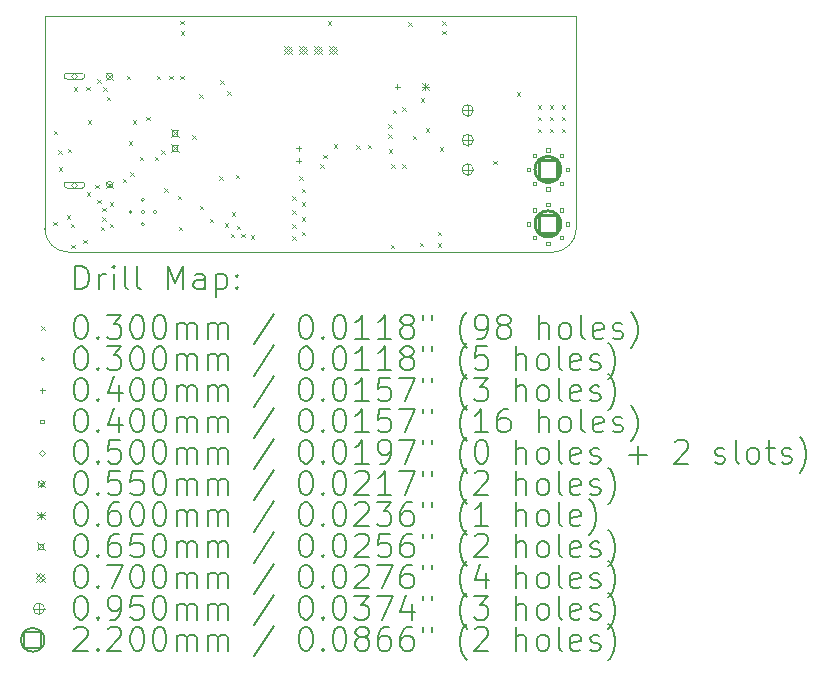
<source format=gbr>
%TF.GenerationSoftware,KiCad,Pcbnew,8.0.7-8.0.7-0~ubuntu24.04.1*%
%TF.CreationDate,2024-12-31T12:59:00-07:00*%
%TF.ProjectId,2s 40A PSU and charger,32732034-3041-4205-9053-5520616e6420,V1*%
%TF.SameCoordinates,Original*%
%TF.FileFunction,Drillmap*%
%TF.FilePolarity,Positive*%
%FSLAX45Y45*%
G04 Gerber Fmt 4.5, Leading zero omitted, Abs format (unit mm)*
G04 Created by KiCad (PCBNEW 8.0.7-8.0.7-0~ubuntu24.04.1) date 2024-12-31 12:59:00*
%MOMM*%
%LPD*%
G01*
G04 APERTURE LIST*
%ADD10C,0.050000*%
%ADD11C,0.200000*%
%ADD12C,0.100000*%
%ADD13C,0.220000*%
G04 APERTURE END LIST*
D10*
X10810000Y-13000000D02*
X10810000Y-11200000D01*
X10810000Y-11200000D02*
X15310000Y-11200000D01*
X15310000Y-13000000D02*
G75*
G02*
X15110000Y-13200000I-200000J0D01*
G01*
X15110000Y-13200000D02*
X11010000Y-13200000D01*
X11010000Y-13200000D02*
G75*
G02*
X10810000Y-13000000I0J200000D01*
G01*
X15310000Y-11200000D02*
X15310000Y-13000000D01*
D11*
D12*
X10883034Y-12943000D02*
X10913034Y-12973000D01*
X10913034Y-12943000D02*
X10883034Y-12973000D01*
X10886189Y-12172189D02*
X10916189Y-12202189D01*
X10916189Y-12172189D02*
X10886189Y-12202189D01*
X10925000Y-12335000D02*
X10955000Y-12365000D01*
X10955000Y-12335000D02*
X10925000Y-12365000D01*
X10926284Y-12481708D02*
X10956284Y-12511708D01*
X10956284Y-12481708D02*
X10926284Y-12511708D01*
X10995000Y-12885000D02*
X11025000Y-12915000D01*
X11025000Y-12885000D02*
X10995000Y-12915000D01*
X11005000Y-12325000D02*
X11035000Y-12355000D01*
X11035000Y-12325000D02*
X11005000Y-12355000D01*
X11030021Y-12957309D02*
X11060021Y-12987309D01*
X11060021Y-12957309D02*
X11030021Y-12987309D01*
X11035000Y-13135000D02*
X11065000Y-13165000D01*
X11065000Y-13135000D02*
X11035000Y-13165000D01*
X11055000Y-11801500D02*
X11085000Y-11831500D01*
X11085000Y-11801500D02*
X11055000Y-11831500D01*
X11135000Y-13095000D02*
X11165000Y-13125000D01*
X11165000Y-13095000D02*
X11135000Y-13125000D01*
X11162509Y-11797491D02*
X11192509Y-11827491D01*
X11192509Y-11797491D02*
X11162509Y-11827491D01*
X11165000Y-12691487D02*
X11195000Y-12721487D01*
X11195000Y-12691487D02*
X11165000Y-12721487D01*
X11175000Y-12085000D02*
X11205000Y-12115000D01*
X11205000Y-12085000D02*
X11175000Y-12115000D01*
X11234982Y-12630476D02*
X11264982Y-12660476D01*
X11264982Y-12630476D02*
X11234982Y-12660476D01*
X11255000Y-11735000D02*
X11285000Y-11765000D01*
X11285000Y-11735000D02*
X11255000Y-11765000D01*
X11255000Y-12755000D02*
X11285000Y-12785000D01*
X11285000Y-12755000D02*
X11255000Y-12785000D01*
X11283914Y-12986267D02*
X11313914Y-13016267D01*
X11313914Y-12986267D02*
X11283914Y-13016267D01*
X11295000Y-12825000D02*
X11325000Y-12855000D01*
X11325000Y-12825000D02*
X11295000Y-12855000D01*
X11295000Y-12905000D02*
X11325000Y-12935000D01*
X11325000Y-12905000D02*
X11295000Y-12935000D01*
X11305538Y-11801777D02*
X11335538Y-11831777D01*
X11335538Y-11801777D02*
X11305538Y-11831777D01*
X11335000Y-11885000D02*
X11365000Y-11915000D01*
X11365000Y-11885000D02*
X11335000Y-11915000D01*
X11359322Y-12959000D02*
X11389322Y-12989000D01*
X11389322Y-12959000D02*
X11359322Y-12989000D01*
X11359563Y-12775000D02*
X11389563Y-12805000D01*
X11389563Y-12775000D02*
X11359563Y-12805000D01*
X11469434Y-12579434D02*
X11499434Y-12609434D01*
X11499434Y-12579434D02*
X11469434Y-12609434D01*
X11505000Y-11705000D02*
X11535000Y-11735000D01*
X11535000Y-11705000D02*
X11505000Y-11735000D01*
X11521500Y-12259499D02*
X11551500Y-12289499D01*
X11551500Y-12259499D02*
X11521500Y-12289499D01*
X11535000Y-12523000D02*
X11565000Y-12553000D01*
X11565000Y-12523000D02*
X11535000Y-12553000D01*
X11556250Y-12081000D02*
X11586250Y-12111000D01*
X11586250Y-12081000D02*
X11556250Y-12111000D01*
X11612990Y-12393500D02*
X11642990Y-12423500D01*
X11642990Y-12393500D02*
X11612990Y-12423500D01*
X11668302Y-12053644D02*
X11698302Y-12083644D01*
X11698302Y-12053644D02*
X11668302Y-12083644D01*
X11738957Y-12393420D02*
X11768957Y-12423420D01*
X11768957Y-12393420D02*
X11738957Y-12423420D01*
X11759550Y-11707500D02*
X11789550Y-11737500D01*
X11789550Y-11707500D02*
X11759550Y-11737500D01*
X11795000Y-12335000D02*
X11825000Y-12365000D01*
X11825000Y-12335000D02*
X11795000Y-12365000D01*
X11819000Y-12659000D02*
X11849000Y-12689000D01*
X11849000Y-12659000D02*
X11819000Y-12689000D01*
X11865000Y-11705000D02*
X11895000Y-11735000D01*
X11895000Y-11705000D02*
X11865000Y-11735000D01*
X11935000Y-12722000D02*
X11965000Y-12752000D01*
X11965000Y-12722000D02*
X11935000Y-12752000D01*
X11945292Y-12983000D02*
X11975292Y-13013000D01*
X11975292Y-12983000D02*
X11945292Y-13013000D01*
X11955000Y-11240000D02*
X11985000Y-11270000D01*
X11985000Y-11240000D02*
X11955000Y-11270000D01*
X11955000Y-11705000D02*
X11985000Y-11735000D01*
X11985000Y-11705000D02*
X11955000Y-11735000D01*
X11960000Y-11330000D02*
X11990000Y-11360000D01*
X11990000Y-11330000D02*
X11960000Y-11360000D01*
X12059194Y-12212000D02*
X12089194Y-12242000D01*
X12089194Y-12212000D02*
X12059194Y-12242000D01*
X12119463Y-11861284D02*
X12149463Y-11891284D01*
X12149463Y-11861284D02*
X12119463Y-11891284D01*
X12120120Y-12808172D02*
X12150120Y-12838172D01*
X12150120Y-12808172D02*
X12120120Y-12838172D01*
X12205000Y-12916172D02*
X12235000Y-12946172D01*
X12235000Y-12916172D02*
X12205000Y-12946172D01*
X12285000Y-12559000D02*
X12315000Y-12589000D01*
X12315000Y-12559000D02*
X12285000Y-12589000D01*
X12293477Y-11743477D02*
X12323477Y-11773477D01*
X12323477Y-11743477D02*
X12293477Y-11773477D01*
X12335000Y-12955000D02*
X12365000Y-12985000D01*
X12365000Y-12955000D02*
X12335000Y-12985000D01*
X12354281Y-11835408D02*
X12384281Y-11865408D01*
X12384281Y-11835408D02*
X12354281Y-11865408D01*
X12385000Y-13045000D02*
X12415000Y-13075000D01*
X12415000Y-13045000D02*
X12385000Y-13075000D01*
X12392172Y-12862172D02*
X12422172Y-12892172D01*
X12422172Y-12862172D02*
X12392172Y-12892172D01*
X12425000Y-12545000D02*
X12455000Y-12575000D01*
X12455000Y-12545000D02*
X12425000Y-12575000D01*
X12435000Y-12975000D02*
X12465000Y-13005000D01*
X12465000Y-12975000D02*
X12435000Y-13005000D01*
X12475000Y-13045000D02*
X12505000Y-13075000D01*
X12505000Y-13045000D02*
X12475000Y-13075000D01*
X12555000Y-13055000D02*
X12585000Y-13085000D01*
X12585000Y-13055000D02*
X12555000Y-13085000D01*
X12905000Y-12725000D02*
X12935000Y-12755000D01*
X12935000Y-12725000D02*
X12905000Y-12755000D01*
X12905000Y-12845000D02*
X12935000Y-12875000D01*
X12935000Y-12845000D02*
X12905000Y-12875000D01*
X12905000Y-12965000D02*
X12935000Y-12995000D01*
X12935000Y-12965000D02*
X12905000Y-12995000D01*
X12905000Y-13065000D02*
X12935000Y-13095000D01*
X12935000Y-13065000D02*
X12905000Y-13095000D01*
X12964250Y-12555000D02*
X12994250Y-12585000D01*
X12994250Y-12555000D02*
X12964250Y-12585000D01*
X12985000Y-12663000D02*
X13015000Y-12693000D01*
X13015000Y-12663000D02*
X12985000Y-12693000D01*
X12985000Y-12775000D02*
X13015000Y-12805000D01*
X13015000Y-12775000D02*
X12985000Y-12805000D01*
X12985000Y-12905000D02*
X13015000Y-12935000D01*
X13015000Y-12905000D02*
X12985000Y-12935000D01*
X12985000Y-13025000D02*
X13015000Y-13055000D01*
X13015000Y-13025000D02*
X12985000Y-13055000D01*
X13143486Y-12455000D02*
X13173486Y-12485000D01*
X13173486Y-12455000D02*
X13143486Y-12485000D01*
X13169500Y-12375000D02*
X13199500Y-12405000D01*
X13199500Y-12375000D02*
X13169500Y-12405000D01*
X13205000Y-11245000D02*
X13235000Y-11275000D01*
X13235000Y-11245000D02*
X13205000Y-11275000D01*
X13255000Y-12285500D02*
X13285000Y-12315500D01*
X13285000Y-12285500D02*
X13255000Y-12315500D01*
X13445000Y-12295000D02*
X13475000Y-12325000D01*
X13475000Y-12295000D02*
X13445000Y-12325000D01*
X13545705Y-12290641D02*
X13575705Y-12320641D01*
X13575705Y-12290641D02*
X13545705Y-12320641D01*
X13716345Y-12200784D02*
X13746345Y-12230784D01*
X13746345Y-12200784D02*
X13716345Y-12230784D01*
X13717849Y-12118180D02*
X13747849Y-12148180D01*
X13747849Y-12118180D02*
X13717849Y-12148180D01*
X13720059Y-12329000D02*
X13750059Y-12359000D01*
X13750059Y-12329000D02*
X13720059Y-12359000D01*
X13740000Y-13135000D02*
X13770000Y-13165000D01*
X13770000Y-13135000D02*
X13740000Y-13165000D01*
X13743402Y-12457000D02*
X13773402Y-12487000D01*
X13773402Y-12457000D02*
X13743402Y-12487000D01*
X13754893Y-11994850D02*
X13784893Y-12024850D01*
X13784893Y-11994850D02*
X13754893Y-12024850D01*
X13835000Y-11972280D02*
X13865000Y-12002280D01*
X13865000Y-11972280D02*
X13835000Y-12002280D01*
X13836974Y-12455500D02*
X13866974Y-12485500D01*
X13866974Y-12455500D02*
X13836974Y-12485500D01*
X13885000Y-11255000D02*
X13915000Y-11285000D01*
X13915000Y-11255000D02*
X13885000Y-11285000D01*
X13925000Y-12215000D02*
X13955000Y-12245000D01*
X13955000Y-12215000D02*
X13925000Y-12245000D01*
X13985000Y-13120000D02*
X14015000Y-13150000D01*
X14015000Y-13120000D02*
X13985000Y-13150000D01*
X13994530Y-11894568D02*
X14024530Y-11924568D01*
X14024530Y-11894568D02*
X13994530Y-11924568D01*
X14036702Y-12151263D02*
X14066702Y-12181263D01*
X14066702Y-12151263D02*
X14036702Y-12181263D01*
X14135000Y-13025000D02*
X14165000Y-13055000D01*
X14165000Y-13025000D02*
X14135000Y-13055000D01*
X14135000Y-13125000D02*
X14165000Y-13155000D01*
X14165000Y-13125000D02*
X14135000Y-13155000D01*
X14153725Y-12311287D02*
X14183725Y-12341287D01*
X14183725Y-12311287D02*
X14153725Y-12341287D01*
X14175000Y-11245000D02*
X14205000Y-11275000D01*
X14205000Y-11245000D02*
X14175000Y-11275000D01*
X14175000Y-11325000D02*
X14205000Y-11355000D01*
X14205000Y-11325000D02*
X14175000Y-11355000D01*
X14605497Y-12425418D02*
X14635497Y-12455418D01*
X14635497Y-12425418D02*
X14605497Y-12455418D01*
X14805000Y-11845000D02*
X14835000Y-11875000D01*
X14835000Y-11845000D02*
X14805000Y-11875000D01*
X14985000Y-11955000D02*
X15015000Y-11985000D01*
X15015000Y-11955000D02*
X14985000Y-11985000D01*
X14985000Y-12055000D02*
X15015000Y-12085000D01*
X15015000Y-12055000D02*
X14985000Y-12085000D01*
X14985000Y-12155000D02*
X15015000Y-12185000D01*
X15015000Y-12155000D02*
X14985000Y-12185000D01*
X15085000Y-11955000D02*
X15115000Y-11985000D01*
X15115000Y-11955000D02*
X15085000Y-11985000D01*
X15085000Y-12055000D02*
X15115000Y-12085000D01*
X15115000Y-12055000D02*
X15085000Y-12085000D01*
X15085000Y-12155000D02*
X15115000Y-12185000D01*
X15115000Y-12155000D02*
X15085000Y-12185000D01*
X15185000Y-11955000D02*
X15215000Y-11985000D01*
X15215000Y-11955000D02*
X15185000Y-11985000D01*
X15185000Y-12055000D02*
X15215000Y-12085000D01*
X15215000Y-12055000D02*
X15185000Y-12085000D01*
X15185000Y-12155000D02*
X15215000Y-12185000D01*
X15215000Y-12155000D02*
X15185000Y-12185000D01*
X11550000Y-12860000D02*
G75*
G02*
X11520000Y-12860000I-15000J0D01*
G01*
X11520000Y-12860000D02*
G75*
G02*
X11550000Y-12860000I15000J0D01*
G01*
X11655000Y-12755000D02*
G75*
G02*
X11625000Y-12755000I-15000J0D01*
G01*
X11625000Y-12755000D02*
G75*
G02*
X11655000Y-12755000I15000J0D01*
G01*
X11655000Y-12860000D02*
G75*
G02*
X11625000Y-12860000I-15000J0D01*
G01*
X11625000Y-12860000D02*
G75*
G02*
X11655000Y-12860000I15000J0D01*
G01*
X11655000Y-12965000D02*
G75*
G02*
X11625000Y-12965000I-15000J0D01*
G01*
X11625000Y-12965000D02*
G75*
G02*
X11655000Y-12965000I15000J0D01*
G01*
X11760000Y-12860000D02*
G75*
G02*
X11730000Y-12860000I-15000J0D01*
G01*
X11730000Y-12860000D02*
G75*
G02*
X11760000Y-12860000I15000J0D01*
G01*
X12960000Y-12300000D02*
X12960000Y-12340000D01*
X12940000Y-12320000D02*
X12980000Y-12320000D01*
X12960000Y-12406000D02*
X12960000Y-12446000D01*
X12940000Y-12426000D02*
X12980000Y-12426000D01*
X13795000Y-11777280D02*
X13795000Y-11817280D01*
X13775000Y-11797280D02*
X13815000Y-11797280D01*
X14919142Y-12514142D02*
X14919142Y-12485858D01*
X14890858Y-12485858D01*
X14890858Y-12514142D01*
X14919142Y-12514142D01*
X14919142Y-12974142D02*
X14919142Y-12945858D01*
X14890858Y-12945858D01*
X14890858Y-12974142D01*
X14919142Y-12974142D01*
X14967470Y-12397470D02*
X14967470Y-12369185D01*
X14939185Y-12369185D01*
X14939185Y-12397470D01*
X14967470Y-12397470D01*
X14967470Y-12630815D02*
X14967470Y-12602530D01*
X14939185Y-12602530D01*
X14939185Y-12630815D01*
X14967470Y-12630815D01*
X14967470Y-12857470D02*
X14967470Y-12829185D01*
X14939185Y-12829185D01*
X14939185Y-12857470D01*
X14967470Y-12857470D01*
X14967470Y-13090815D02*
X14967470Y-13062530D01*
X14939185Y-13062530D01*
X14939185Y-13090815D01*
X14967470Y-13090815D01*
X15084142Y-12349142D02*
X15084142Y-12320858D01*
X15055858Y-12320858D01*
X15055858Y-12349142D01*
X15084142Y-12349142D01*
X15084142Y-12679142D02*
X15084142Y-12650858D01*
X15055858Y-12650858D01*
X15055858Y-12679142D01*
X15084142Y-12679142D01*
X15084142Y-12809142D02*
X15084142Y-12780858D01*
X15055858Y-12780858D01*
X15055858Y-12809142D01*
X15084142Y-12809142D01*
X15084142Y-13139142D02*
X15084142Y-13110858D01*
X15055858Y-13110858D01*
X15055858Y-13139142D01*
X15084142Y-13139142D01*
X15200815Y-12397470D02*
X15200815Y-12369185D01*
X15172530Y-12369185D01*
X15172530Y-12397470D01*
X15200815Y-12397470D01*
X15200815Y-12630815D02*
X15200815Y-12602530D01*
X15172530Y-12602530D01*
X15172530Y-12630815D01*
X15200815Y-12630815D01*
X15200815Y-12857470D02*
X15200815Y-12829185D01*
X15172530Y-12829185D01*
X15172530Y-12857470D01*
X15200815Y-12857470D01*
X15200815Y-13090815D02*
X15200815Y-13062530D01*
X15172530Y-13062530D01*
X15172530Y-13090815D01*
X15200815Y-13090815D01*
X15249142Y-12514142D02*
X15249142Y-12485858D01*
X15220858Y-12485858D01*
X15220858Y-12514142D01*
X15249142Y-12514142D01*
X15249142Y-12974142D02*
X15249142Y-12945858D01*
X15220858Y-12945858D01*
X15220858Y-12974142D01*
X15249142Y-12974142D01*
X11061000Y-11735500D02*
X11086000Y-11710500D01*
X11061000Y-11685500D01*
X11036000Y-11710500D01*
X11061000Y-11735500D01*
X11123500Y-11685500D02*
X10998500Y-11685500D01*
X10998500Y-11735500D02*
G75*
G02*
X10998500Y-11685500I0J25000D01*
G01*
X10998500Y-11735500D02*
X11123500Y-11735500D01*
X11123500Y-11735500D02*
G75*
G03*
X11123500Y-11685500I0J25000D01*
G01*
X11061000Y-12654500D02*
X11086000Y-12629500D01*
X11061000Y-12604500D01*
X11036000Y-12629500D01*
X11061000Y-12654500D01*
X11123500Y-12604500D02*
X10998500Y-12604500D01*
X10998500Y-12654500D02*
G75*
G02*
X10998500Y-12604500I0J25000D01*
G01*
X10998500Y-12654500D02*
X11123500Y-12654500D01*
X11123500Y-12654500D02*
G75*
G03*
X11123500Y-12604500I0J25000D01*
G01*
X11331500Y-11683000D02*
X11386500Y-11738000D01*
X11386500Y-11683000D02*
X11331500Y-11738000D01*
X11386500Y-11710500D02*
G75*
G02*
X11331500Y-11710500I-27500J0D01*
G01*
X11331500Y-11710500D02*
G75*
G02*
X11386500Y-11710500I27500J0D01*
G01*
X11331500Y-12602000D02*
X11386500Y-12657000D01*
X11386500Y-12602000D02*
X11331500Y-12657000D01*
X11386500Y-12629500D02*
G75*
G02*
X11331500Y-12629500I-27500J0D01*
G01*
X11331500Y-12629500D02*
G75*
G02*
X11386500Y-12629500I27500J0D01*
G01*
X14000000Y-11770000D02*
X14060000Y-11830000D01*
X14060000Y-11770000D02*
X14000000Y-11830000D01*
X14030000Y-11770000D02*
X14030000Y-11830000D01*
X14000000Y-11800000D02*
X14060000Y-11800000D01*
X11877500Y-12157500D02*
X11942500Y-12222500D01*
X11942500Y-12157500D02*
X11877500Y-12222500D01*
X11932981Y-12212981D02*
X11932981Y-12167019D01*
X11887019Y-12167019D01*
X11887019Y-12212981D01*
X11932981Y-12212981D01*
X11877500Y-12284500D02*
X11942500Y-12349500D01*
X11942500Y-12284500D02*
X11877500Y-12349500D01*
X11932981Y-12339981D02*
X11932981Y-12294019D01*
X11887019Y-12294019D01*
X11887019Y-12339981D01*
X11932981Y-12339981D01*
X12834000Y-11455000D02*
X12904000Y-11525000D01*
X12904000Y-11455000D02*
X12834000Y-11525000D01*
X12869000Y-11525000D02*
X12904000Y-11490000D01*
X12869000Y-11455000D01*
X12834000Y-11490000D01*
X12869000Y-11525000D01*
X12961000Y-11455000D02*
X13031000Y-11525000D01*
X13031000Y-11455000D02*
X12961000Y-11525000D01*
X12996000Y-11525000D02*
X13031000Y-11490000D01*
X12996000Y-11455000D01*
X12961000Y-11490000D01*
X12996000Y-11525000D01*
X13088000Y-11455000D02*
X13158000Y-11525000D01*
X13158000Y-11455000D02*
X13088000Y-11525000D01*
X13123000Y-11525000D02*
X13158000Y-11490000D01*
X13123000Y-11455000D01*
X13088000Y-11490000D01*
X13123000Y-11525000D01*
X13215000Y-11455000D02*
X13285000Y-11525000D01*
X13285000Y-11455000D02*
X13215000Y-11525000D01*
X13250000Y-11525000D02*
X13285000Y-11490000D01*
X13250000Y-11455000D01*
X13215000Y-11490000D01*
X13250000Y-11525000D01*
X14390000Y-11952500D02*
X14390000Y-12047500D01*
X14342500Y-12000000D02*
X14437500Y-12000000D01*
X14437500Y-12000000D02*
G75*
G02*
X14342500Y-12000000I-47500J0D01*
G01*
X14342500Y-12000000D02*
G75*
G02*
X14437500Y-12000000I47500J0D01*
G01*
X14390000Y-12202500D02*
X14390000Y-12297500D01*
X14342500Y-12250000D02*
X14437500Y-12250000D01*
X14437500Y-12250000D02*
G75*
G02*
X14342500Y-12250000I-47500J0D01*
G01*
X14342500Y-12250000D02*
G75*
G02*
X14437500Y-12250000I47500J0D01*
G01*
X14390000Y-12452500D02*
X14390000Y-12547500D01*
X14342500Y-12500000D02*
X14437500Y-12500000D01*
X14437500Y-12500000D02*
G75*
G02*
X14342500Y-12500000I-47500J0D01*
G01*
X14342500Y-12500000D02*
G75*
G02*
X14437500Y-12500000I47500J0D01*
G01*
D13*
X15147782Y-12577782D02*
X15147782Y-12422217D01*
X14992217Y-12422217D01*
X14992217Y-12577782D01*
X15147782Y-12577782D01*
X15180000Y-12500000D02*
G75*
G02*
X14960000Y-12500000I-110000J0D01*
G01*
X14960000Y-12500000D02*
G75*
G02*
X15180000Y-12500000I110000J0D01*
G01*
X15147782Y-13037782D02*
X15147782Y-12882217D01*
X14992217Y-12882217D01*
X14992217Y-13037782D01*
X15147782Y-13037782D01*
X15180000Y-12960000D02*
G75*
G02*
X14960000Y-12960000I-110000J0D01*
G01*
X14960000Y-12960000D02*
G75*
G02*
X15180000Y-12960000I110000J0D01*
G01*
D11*
X11068277Y-13513984D02*
X11068277Y-13313984D01*
X11068277Y-13313984D02*
X11115896Y-13313984D01*
X11115896Y-13313984D02*
X11144467Y-13323508D01*
X11144467Y-13323508D02*
X11163515Y-13342555D01*
X11163515Y-13342555D02*
X11173039Y-13361603D01*
X11173039Y-13361603D02*
X11182563Y-13399698D01*
X11182563Y-13399698D02*
X11182563Y-13428269D01*
X11182563Y-13428269D02*
X11173039Y-13466365D01*
X11173039Y-13466365D02*
X11163515Y-13485412D01*
X11163515Y-13485412D02*
X11144467Y-13504460D01*
X11144467Y-13504460D02*
X11115896Y-13513984D01*
X11115896Y-13513984D02*
X11068277Y-13513984D01*
X11268277Y-13513984D02*
X11268277Y-13380650D01*
X11268277Y-13418746D02*
X11277801Y-13399698D01*
X11277801Y-13399698D02*
X11287324Y-13390174D01*
X11287324Y-13390174D02*
X11306372Y-13380650D01*
X11306372Y-13380650D02*
X11325420Y-13380650D01*
X11392086Y-13513984D02*
X11392086Y-13380650D01*
X11392086Y-13313984D02*
X11382562Y-13323508D01*
X11382562Y-13323508D02*
X11392086Y-13333031D01*
X11392086Y-13333031D02*
X11401610Y-13323508D01*
X11401610Y-13323508D02*
X11392086Y-13313984D01*
X11392086Y-13313984D02*
X11392086Y-13333031D01*
X11515896Y-13513984D02*
X11496848Y-13504460D01*
X11496848Y-13504460D02*
X11487324Y-13485412D01*
X11487324Y-13485412D02*
X11487324Y-13313984D01*
X11620658Y-13513984D02*
X11601610Y-13504460D01*
X11601610Y-13504460D02*
X11592086Y-13485412D01*
X11592086Y-13485412D02*
X11592086Y-13313984D01*
X11849229Y-13513984D02*
X11849229Y-13313984D01*
X11849229Y-13313984D02*
X11915896Y-13456841D01*
X11915896Y-13456841D02*
X11982562Y-13313984D01*
X11982562Y-13313984D02*
X11982562Y-13513984D01*
X12163515Y-13513984D02*
X12163515Y-13409222D01*
X12163515Y-13409222D02*
X12153991Y-13390174D01*
X12153991Y-13390174D02*
X12134943Y-13380650D01*
X12134943Y-13380650D02*
X12096848Y-13380650D01*
X12096848Y-13380650D02*
X12077801Y-13390174D01*
X12163515Y-13504460D02*
X12144467Y-13513984D01*
X12144467Y-13513984D02*
X12096848Y-13513984D01*
X12096848Y-13513984D02*
X12077801Y-13504460D01*
X12077801Y-13504460D02*
X12068277Y-13485412D01*
X12068277Y-13485412D02*
X12068277Y-13466365D01*
X12068277Y-13466365D02*
X12077801Y-13447317D01*
X12077801Y-13447317D02*
X12096848Y-13437793D01*
X12096848Y-13437793D02*
X12144467Y-13437793D01*
X12144467Y-13437793D02*
X12163515Y-13428269D01*
X12258753Y-13380650D02*
X12258753Y-13580650D01*
X12258753Y-13390174D02*
X12277801Y-13380650D01*
X12277801Y-13380650D02*
X12315896Y-13380650D01*
X12315896Y-13380650D02*
X12334943Y-13390174D01*
X12334943Y-13390174D02*
X12344467Y-13399698D01*
X12344467Y-13399698D02*
X12353991Y-13418746D01*
X12353991Y-13418746D02*
X12353991Y-13475888D01*
X12353991Y-13475888D02*
X12344467Y-13494936D01*
X12344467Y-13494936D02*
X12334943Y-13504460D01*
X12334943Y-13504460D02*
X12315896Y-13513984D01*
X12315896Y-13513984D02*
X12277801Y-13513984D01*
X12277801Y-13513984D02*
X12258753Y-13504460D01*
X12439705Y-13494936D02*
X12449229Y-13504460D01*
X12449229Y-13504460D02*
X12439705Y-13513984D01*
X12439705Y-13513984D02*
X12430182Y-13504460D01*
X12430182Y-13504460D02*
X12439705Y-13494936D01*
X12439705Y-13494936D02*
X12439705Y-13513984D01*
X12439705Y-13390174D02*
X12449229Y-13399698D01*
X12449229Y-13399698D02*
X12439705Y-13409222D01*
X12439705Y-13409222D02*
X12430182Y-13399698D01*
X12430182Y-13399698D02*
X12439705Y-13390174D01*
X12439705Y-13390174D02*
X12439705Y-13409222D01*
D12*
X10777500Y-13827500D02*
X10807500Y-13857500D01*
X10807500Y-13827500D02*
X10777500Y-13857500D01*
D11*
X11106372Y-13733984D02*
X11125420Y-13733984D01*
X11125420Y-13733984D02*
X11144467Y-13743508D01*
X11144467Y-13743508D02*
X11153991Y-13753031D01*
X11153991Y-13753031D02*
X11163515Y-13772079D01*
X11163515Y-13772079D02*
X11173039Y-13810174D01*
X11173039Y-13810174D02*
X11173039Y-13857793D01*
X11173039Y-13857793D02*
X11163515Y-13895888D01*
X11163515Y-13895888D02*
X11153991Y-13914936D01*
X11153991Y-13914936D02*
X11144467Y-13924460D01*
X11144467Y-13924460D02*
X11125420Y-13933984D01*
X11125420Y-13933984D02*
X11106372Y-13933984D01*
X11106372Y-13933984D02*
X11087324Y-13924460D01*
X11087324Y-13924460D02*
X11077801Y-13914936D01*
X11077801Y-13914936D02*
X11068277Y-13895888D01*
X11068277Y-13895888D02*
X11058753Y-13857793D01*
X11058753Y-13857793D02*
X11058753Y-13810174D01*
X11058753Y-13810174D02*
X11068277Y-13772079D01*
X11068277Y-13772079D02*
X11077801Y-13753031D01*
X11077801Y-13753031D02*
X11087324Y-13743508D01*
X11087324Y-13743508D02*
X11106372Y-13733984D01*
X11258753Y-13914936D02*
X11268277Y-13924460D01*
X11268277Y-13924460D02*
X11258753Y-13933984D01*
X11258753Y-13933984D02*
X11249229Y-13924460D01*
X11249229Y-13924460D02*
X11258753Y-13914936D01*
X11258753Y-13914936D02*
X11258753Y-13933984D01*
X11334943Y-13733984D02*
X11458753Y-13733984D01*
X11458753Y-13733984D02*
X11392086Y-13810174D01*
X11392086Y-13810174D02*
X11420658Y-13810174D01*
X11420658Y-13810174D02*
X11439705Y-13819698D01*
X11439705Y-13819698D02*
X11449229Y-13829222D01*
X11449229Y-13829222D02*
X11458753Y-13848269D01*
X11458753Y-13848269D02*
X11458753Y-13895888D01*
X11458753Y-13895888D02*
X11449229Y-13914936D01*
X11449229Y-13914936D02*
X11439705Y-13924460D01*
X11439705Y-13924460D02*
X11420658Y-13933984D01*
X11420658Y-13933984D02*
X11363515Y-13933984D01*
X11363515Y-13933984D02*
X11344467Y-13924460D01*
X11344467Y-13924460D02*
X11334943Y-13914936D01*
X11582562Y-13733984D02*
X11601610Y-13733984D01*
X11601610Y-13733984D02*
X11620658Y-13743508D01*
X11620658Y-13743508D02*
X11630182Y-13753031D01*
X11630182Y-13753031D02*
X11639705Y-13772079D01*
X11639705Y-13772079D02*
X11649229Y-13810174D01*
X11649229Y-13810174D02*
X11649229Y-13857793D01*
X11649229Y-13857793D02*
X11639705Y-13895888D01*
X11639705Y-13895888D02*
X11630182Y-13914936D01*
X11630182Y-13914936D02*
X11620658Y-13924460D01*
X11620658Y-13924460D02*
X11601610Y-13933984D01*
X11601610Y-13933984D02*
X11582562Y-13933984D01*
X11582562Y-13933984D02*
X11563515Y-13924460D01*
X11563515Y-13924460D02*
X11553991Y-13914936D01*
X11553991Y-13914936D02*
X11544467Y-13895888D01*
X11544467Y-13895888D02*
X11534943Y-13857793D01*
X11534943Y-13857793D02*
X11534943Y-13810174D01*
X11534943Y-13810174D02*
X11544467Y-13772079D01*
X11544467Y-13772079D02*
X11553991Y-13753031D01*
X11553991Y-13753031D02*
X11563515Y-13743508D01*
X11563515Y-13743508D02*
X11582562Y-13733984D01*
X11773039Y-13733984D02*
X11792086Y-13733984D01*
X11792086Y-13733984D02*
X11811134Y-13743508D01*
X11811134Y-13743508D02*
X11820658Y-13753031D01*
X11820658Y-13753031D02*
X11830182Y-13772079D01*
X11830182Y-13772079D02*
X11839705Y-13810174D01*
X11839705Y-13810174D02*
X11839705Y-13857793D01*
X11839705Y-13857793D02*
X11830182Y-13895888D01*
X11830182Y-13895888D02*
X11820658Y-13914936D01*
X11820658Y-13914936D02*
X11811134Y-13924460D01*
X11811134Y-13924460D02*
X11792086Y-13933984D01*
X11792086Y-13933984D02*
X11773039Y-13933984D01*
X11773039Y-13933984D02*
X11753991Y-13924460D01*
X11753991Y-13924460D02*
X11744467Y-13914936D01*
X11744467Y-13914936D02*
X11734943Y-13895888D01*
X11734943Y-13895888D02*
X11725420Y-13857793D01*
X11725420Y-13857793D02*
X11725420Y-13810174D01*
X11725420Y-13810174D02*
X11734943Y-13772079D01*
X11734943Y-13772079D02*
X11744467Y-13753031D01*
X11744467Y-13753031D02*
X11753991Y-13743508D01*
X11753991Y-13743508D02*
X11773039Y-13733984D01*
X11925420Y-13933984D02*
X11925420Y-13800650D01*
X11925420Y-13819698D02*
X11934943Y-13810174D01*
X11934943Y-13810174D02*
X11953991Y-13800650D01*
X11953991Y-13800650D02*
X11982563Y-13800650D01*
X11982563Y-13800650D02*
X12001610Y-13810174D01*
X12001610Y-13810174D02*
X12011134Y-13829222D01*
X12011134Y-13829222D02*
X12011134Y-13933984D01*
X12011134Y-13829222D02*
X12020658Y-13810174D01*
X12020658Y-13810174D02*
X12039705Y-13800650D01*
X12039705Y-13800650D02*
X12068277Y-13800650D01*
X12068277Y-13800650D02*
X12087324Y-13810174D01*
X12087324Y-13810174D02*
X12096848Y-13829222D01*
X12096848Y-13829222D02*
X12096848Y-13933984D01*
X12192086Y-13933984D02*
X12192086Y-13800650D01*
X12192086Y-13819698D02*
X12201610Y-13810174D01*
X12201610Y-13810174D02*
X12220658Y-13800650D01*
X12220658Y-13800650D02*
X12249229Y-13800650D01*
X12249229Y-13800650D02*
X12268277Y-13810174D01*
X12268277Y-13810174D02*
X12277801Y-13829222D01*
X12277801Y-13829222D02*
X12277801Y-13933984D01*
X12277801Y-13829222D02*
X12287324Y-13810174D01*
X12287324Y-13810174D02*
X12306372Y-13800650D01*
X12306372Y-13800650D02*
X12334943Y-13800650D01*
X12334943Y-13800650D02*
X12353991Y-13810174D01*
X12353991Y-13810174D02*
X12363515Y-13829222D01*
X12363515Y-13829222D02*
X12363515Y-13933984D01*
X12753991Y-13724460D02*
X12582563Y-13981603D01*
X13011134Y-13733984D02*
X13030182Y-13733984D01*
X13030182Y-13733984D02*
X13049229Y-13743508D01*
X13049229Y-13743508D02*
X13058753Y-13753031D01*
X13058753Y-13753031D02*
X13068277Y-13772079D01*
X13068277Y-13772079D02*
X13077801Y-13810174D01*
X13077801Y-13810174D02*
X13077801Y-13857793D01*
X13077801Y-13857793D02*
X13068277Y-13895888D01*
X13068277Y-13895888D02*
X13058753Y-13914936D01*
X13058753Y-13914936D02*
X13049229Y-13924460D01*
X13049229Y-13924460D02*
X13030182Y-13933984D01*
X13030182Y-13933984D02*
X13011134Y-13933984D01*
X13011134Y-13933984D02*
X12992086Y-13924460D01*
X12992086Y-13924460D02*
X12982563Y-13914936D01*
X12982563Y-13914936D02*
X12973039Y-13895888D01*
X12973039Y-13895888D02*
X12963515Y-13857793D01*
X12963515Y-13857793D02*
X12963515Y-13810174D01*
X12963515Y-13810174D02*
X12973039Y-13772079D01*
X12973039Y-13772079D02*
X12982563Y-13753031D01*
X12982563Y-13753031D02*
X12992086Y-13743508D01*
X12992086Y-13743508D02*
X13011134Y-13733984D01*
X13163515Y-13914936D02*
X13173039Y-13924460D01*
X13173039Y-13924460D02*
X13163515Y-13933984D01*
X13163515Y-13933984D02*
X13153991Y-13924460D01*
X13153991Y-13924460D02*
X13163515Y-13914936D01*
X13163515Y-13914936D02*
X13163515Y-13933984D01*
X13296848Y-13733984D02*
X13315896Y-13733984D01*
X13315896Y-13733984D02*
X13334944Y-13743508D01*
X13334944Y-13743508D02*
X13344467Y-13753031D01*
X13344467Y-13753031D02*
X13353991Y-13772079D01*
X13353991Y-13772079D02*
X13363515Y-13810174D01*
X13363515Y-13810174D02*
X13363515Y-13857793D01*
X13363515Y-13857793D02*
X13353991Y-13895888D01*
X13353991Y-13895888D02*
X13344467Y-13914936D01*
X13344467Y-13914936D02*
X13334944Y-13924460D01*
X13334944Y-13924460D02*
X13315896Y-13933984D01*
X13315896Y-13933984D02*
X13296848Y-13933984D01*
X13296848Y-13933984D02*
X13277801Y-13924460D01*
X13277801Y-13924460D02*
X13268277Y-13914936D01*
X13268277Y-13914936D02*
X13258753Y-13895888D01*
X13258753Y-13895888D02*
X13249229Y-13857793D01*
X13249229Y-13857793D02*
X13249229Y-13810174D01*
X13249229Y-13810174D02*
X13258753Y-13772079D01*
X13258753Y-13772079D02*
X13268277Y-13753031D01*
X13268277Y-13753031D02*
X13277801Y-13743508D01*
X13277801Y-13743508D02*
X13296848Y-13733984D01*
X13553991Y-13933984D02*
X13439706Y-13933984D01*
X13496848Y-13933984D02*
X13496848Y-13733984D01*
X13496848Y-13733984D02*
X13477801Y-13762555D01*
X13477801Y-13762555D02*
X13458753Y-13781603D01*
X13458753Y-13781603D02*
X13439706Y-13791127D01*
X13744467Y-13933984D02*
X13630182Y-13933984D01*
X13687325Y-13933984D02*
X13687325Y-13733984D01*
X13687325Y-13733984D02*
X13668277Y-13762555D01*
X13668277Y-13762555D02*
X13649229Y-13781603D01*
X13649229Y-13781603D02*
X13630182Y-13791127D01*
X13858753Y-13819698D02*
X13839706Y-13810174D01*
X13839706Y-13810174D02*
X13830182Y-13800650D01*
X13830182Y-13800650D02*
X13820658Y-13781603D01*
X13820658Y-13781603D02*
X13820658Y-13772079D01*
X13820658Y-13772079D02*
X13830182Y-13753031D01*
X13830182Y-13753031D02*
X13839706Y-13743508D01*
X13839706Y-13743508D02*
X13858753Y-13733984D01*
X13858753Y-13733984D02*
X13896848Y-13733984D01*
X13896848Y-13733984D02*
X13915896Y-13743508D01*
X13915896Y-13743508D02*
X13925420Y-13753031D01*
X13925420Y-13753031D02*
X13934944Y-13772079D01*
X13934944Y-13772079D02*
X13934944Y-13781603D01*
X13934944Y-13781603D02*
X13925420Y-13800650D01*
X13925420Y-13800650D02*
X13915896Y-13810174D01*
X13915896Y-13810174D02*
X13896848Y-13819698D01*
X13896848Y-13819698D02*
X13858753Y-13819698D01*
X13858753Y-13819698D02*
X13839706Y-13829222D01*
X13839706Y-13829222D02*
X13830182Y-13838746D01*
X13830182Y-13838746D02*
X13820658Y-13857793D01*
X13820658Y-13857793D02*
X13820658Y-13895888D01*
X13820658Y-13895888D02*
X13830182Y-13914936D01*
X13830182Y-13914936D02*
X13839706Y-13924460D01*
X13839706Y-13924460D02*
X13858753Y-13933984D01*
X13858753Y-13933984D02*
X13896848Y-13933984D01*
X13896848Y-13933984D02*
X13915896Y-13924460D01*
X13915896Y-13924460D02*
X13925420Y-13914936D01*
X13925420Y-13914936D02*
X13934944Y-13895888D01*
X13934944Y-13895888D02*
X13934944Y-13857793D01*
X13934944Y-13857793D02*
X13925420Y-13838746D01*
X13925420Y-13838746D02*
X13915896Y-13829222D01*
X13915896Y-13829222D02*
X13896848Y-13819698D01*
X14011134Y-13733984D02*
X14011134Y-13772079D01*
X14087325Y-13733984D02*
X14087325Y-13772079D01*
X14382563Y-14010174D02*
X14373039Y-14000650D01*
X14373039Y-14000650D02*
X14353991Y-13972079D01*
X14353991Y-13972079D02*
X14344468Y-13953031D01*
X14344468Y-13953031D02*
X14334944Y-13924460D01*
X14334944Y-13924460D02*
X14325420Y-13876841D01*
X14325420Y-13876841D02*
X14325420Y-13838746D01*
X14325420Y-13838746D02*
X14334944Y-13791127D01*
X14334944Y-13791127D02*
X14344468Y-13762555D01*
X14344468Y-13762555D02*
X14353991Y-13743508D01*
X14353991Y-13743508D02*
X14373039Y-13714936D01*
X14373039Y-13714936D02*
X14382563Y-13705412D01*
X14468277Y-13933984D02*
X14506372Y-13933984D01*
X14506372Y-13933984D02*
X14525420Y-13924460D01*
X14525420Y-13924460D02*
X14534944Y-13914936D01*
X14534944Y-13914936D02*
X14553991Y-13886365D01*
X14553991Y-13886365D02*
X14563515Y-13848269D01*
X14563515Y-13848269D02*
X14563515Y-13772079D01*
X14563515Y-13772079D02*
X14553991Y-13753031D01*
X14553991Y-13753031D02*
X14544468Y-13743508D01*
X14544468Y-13743508D02*
X14525420Y-13733984D01*
X14525420Y-13733984D02*
X14487325Y-13733984D01*
X14487325Y-13733984D02*
X14468277Y-13743508D01*
X14468277Y-13743508D02*
X14458753Y-13753031D01*
X14458753Y-13753031D02*
X14449229Y-13772079D01*
X14449229Y-13772079D02*
X14449229Y-13819698D01*
X14449229Y-13819698D02*
X14458753Y-13838746D01*
X14458753Y-13838746D02*
X14468277Y-13848269D01*
X14468277Y-13848269D02*
X14487325Y-13857793D01*
X14487325Y-13857793D02*
X14525420Y-13857793D01*
X14525420Y-13857793D02*
X14544468Y-13848269D01*
X14544468Y-13848269D02*
X14553991Y-13838746D01*
X14553991Y-13838746D02*
X14563515Y-13819698D01*
X14677801Y-13819698D02*
X14658753Y-13810174D01*
X14658753Y-13810174D02*
X14649229Y-13800650D01*
X14649229Y-13800650D02*
X14639706Y-13781603D01*
X14639706Y-13781603D02*
X14639706Y-13772079D01*
X14639706Y-13772079D02*
X14649229Y-13753031D01*
X14649229Y-13753031D02*
X14658753Y-13743508D01*
X14658753Y-13743508D02*
X14677801Y-13733984D01*
X14677801Y-13733984D02*
X14715896Y-13733984D01*
X14715896Y-13733984D02*
X14734944Y-13743508D01*
X14734944Y-13743508D02*
X14744468Y-13753031D01*
X14744468Y-13753031D02*
X14753991Y-13772079D01*
X14753991Y-13772079D02*
X14753991Y-13781603D01*
X14753991Y-13781603D02*
X14744468Y-13800650D01*
X14744468Y-13800650D02*
X14734944Y-13810174D01*
X14734944Y-13810174D02*
X14715896Y-13819698D01*
X14715896Y-13819698D02*
X14677801Y-13819698D01*
X14677801Y-13819698D02*
X14658753Y-13829222D01*
X14658753Y-13829222D02*
X14649229Y-13838746D01*
X14649229Y-13838746D02*
X14639706Y-13857793D01*
X14639706Y-13857793D02*
X14639706Y-13895888D01*
X14639706Y-13895888D02*
X14649229Y-13914936D01*
X14649229Y-13914936D02*
X14658753Y-13924460D01*
X14658753Y-13924460D02*
X14677801Y-13933984D01*
X14677801Y-13933984D02*
X14715896Y-13933984D01*
X14715896Y-13933984D02*
X14734944Y-13924460D01*
X14734944Y-13924460D02*
X14744468Y-13914936D01*
X14744468Y-13914936D02*
X14753991Y-13895888D01*
X14753991Y-13895888D02*
X14753991Y-13857793D01*
X14753991Y-13857793D02*
X14744468Y-13838746D01*
X14744468Y-13838746D02*
X14734944Y-13829222D01*
X14734944Y-13829222D02*
X14715896Y-13819698D01*
X14992087Y-13933984D02*
X14992087Y-13733984D01*
X15077801Y-13933984D02*
X15077801Y-13829222D01*
X15077801Y-13829222D02*
X15068277Y-13810174D01*
X15068277Y-13810174D02*
X15049230Y-13800650D01*
X15049230Y-13800650D02*
X15020658Y-13800650D01*
X15020658Y-13800650D02*
X15001610Y-13810174D01*
X15001610Y-13810174D02*
X14992087Y-13819698D01*
X15201610Y-13933984D02*
X15182563Y-13924460D01*
X15182563Y-13924460D02*
X15173039Y-13914936D01*
X15173039Y-13914936D02*
X15163515Y-13895888D01*
X15163515Y-13895888D02*
X15163515Y-13838746D01*
X15163515Y-13838746D02*
X15173039Y-13819698D01*
X15173039Y-13819698D02*
X15182563Y-13810174D01*
X15182563Y-13810174D02*
X15201610Y-13800650D01*
X15201610Y-13800650D02*
X15230182Y-13800650D01*
X15230182Y-13800650D02*
X15249230Y-13810174D01*
X15249230Y-13810174D02*
X15258753Y-13819698D01*
X15258753Y-13819698D02*
X15268277Y-13838746D01*
X15268277Y-13838746D02*
X15268277Y-13895888D01*
X15268277Y-13895888D02*
X15258753Y-13914936D01*
X15258753Y-13914936D02*
X15249230Y-13924460D01*
X15249230Y-13924460D02*
X15230182Y-13933984D01*
X15230182Y-13933984D02*
X15201610Y-13933984D01*
X15382563Y-13933984D02*
X15363515Y-13924460D01*
X15363515Y-13924460D02*
X15353991Y-13905412D01*
X15353991Y-13905412D02*
X15353991Y-13733984D01*
X15534944Y-13924460D02*
X15515896Y-13933984D01*
X15515896Y-13933984D02*
X15477801Y-13933984D01*
X15477801Y-13933984D02*
X15458753Y-13924460D01*
X15458753Y-13924460D02*
X15449230Y-13905412D01*
X15449230Y-13905412D02*
X15449230Y-13829222D01*
X15449230Y-13829222D02*
X15458753Y-13810174D01*
X15458753Y-13810174D02*
X15477801Y-13800650D01*
X15477801Y-13800650D02*
X15515896Y-13800650D01*
X15515896Y-13800650D02*
X15534944Y-13810174D01*
X15534944Y-13810174D02*
X15544468Y-13829222D01*
X15544468Y-13829222D02*
X15544468Y-13848269D01*
X15544468Y-13848269D02*
X15449230Y-13867317D01*
X15620658Y-13924460D02*
X15639706Y-13933984D01*
X15639706Y-13933984D02*
X15677801Y-13933984D01*
X15677801Y-13933984D02*
X15696849Y-13924460D01*
X15696849Y-13924460D02*
X15706372Y-13905412D01*
X15706372Y-13905412D02*
X15706372Y-13895888D01*
X15706372Y-13895888D02*
X15696849Y-13876841D01*
X15696849Y-13876841D02*
X15677801Y-13867317D01*
X15677801Y-13867317D02*
X15649230Y-13867317D01*
X15649230Y-13867317D02*
X15630182Y-13857793D01*
X15630182Y-13857793D02*
X15620658Y-13838746D01*
X15620658Y-13838746D02*
X15620658Y-13829222D01*
X15620658Y-13829222D02*
X15630182Y-13810174D01*
X15630182Y-13810174D02*
X15649230Y-13800650D01*
X15649230Y-13800650D02*
X15677801Y-13800650D01*
X15677801Y-13800650D02*
X15696849Y-13810174D01*
X15773039Y-14010174D02*
X15782563Y-14000650D01*
X15782563Y-14000650D02*
X15801611Y-13972079D01*
X15801611Y-13972079D02*
X15811134Y-13953031D01*
X15811134Y-13953031D02*
X15820658Y-13924460D01*
X15820658Y-13924460D02*
X15830182Y-13876841D01*
X15830182Y-13876841D02*
X15830182Y-13838746D01*
X15830182Y-13838746D02*
X15820658Y-13791127D01*
X15820658Y-13791127D02*
X15811134Y-13762555D01*
X15811134Y-13762555D02*
X15801611Y-13743508D01*
X15801611Y-13743508D02*
X15782563Y-13714936D01*
X15782563Y-13714936D02*
X15773039Y-13705412D01*
D12*
X10807500Y-14106500D02*
G75*
G02*
X10777500Y-14106500I-15000J0D01*
G01*
X10777500Y-14106500D02*
G75*
G02*
X10807500Y-14106500I15000J0D01*
G01*
D11*
X11106372Y-13997984D02*
X11125420Y-13997984D01*
X11125420Y-13997984D02*
X11144467Y-14007508D01*
X11144467Y-14007508D02*
X11153991Y-14017031D01*
X11153991Y-14017031D02*
X11163515Y-14036079D01*
X11163515Y-14036079D02*
X11173039Y-14074174D01*
X11173039Y-14074174D02*
X11173039Y-14121793D01*
X11173039Y-14121793D02*
X11163515Y-14159888D01*
X11163515Y-14159888D02*
X11153991Y-14178936D01*
X11153991Y-14178936D02*
X11144467Y-14188460D01*
X11144467Y-14188460D02*
X11125420Y-14197984D01*
X11125420Y-14197984D02*
X11106372Y-14197984D01*
X11106372Y-14197984D02*
X11087324Y-14188460D01*
X11087324Y-14188460D02*
X11077801Y-14178936D01*
X11077801Y-14178936D02*
X11068277Y-14159888D01*
X11068277Y-14159888D02*
X11058753Y-14121793D01*
X11058753Y-14121793D02*
X11058753Y-14074174D01*
X11058753Y-14074174D02*
X11068277Y-14036079D01*
X11068277Y-14036079D02*
X11077801Y-14017031D01*
X11077801Y-14017031D02*
X11087324Y-14007508D01*
X11087324Y-14007508D02*
X11106372Y-13997984D01*
X11258753Y-14178936D02*
X11268277Y-14188460D01*
X11268277Y-14188460D02*
X11258753Y-14197984D01*
X11258753Y-14197984D02*
X11249229Y-14188460D01*
X11249229Y-14188460D02*
X11258753Y-14178936D01*
X11258753Y-14178936D02*
X11258753Y-14197984D01*
X11334943Y-13997984D02*
X11458753Y-13997984D01*
X11458753Y-13997984D02*
X11392086Y-14074174D01*
X11392086Y-14074174D02*
X11420658Y-14074174D01*
X11420658Y-14074174D02*
X11439705Y-14083698D01*
X11439705Y-14083698D02*
X11449229Y-14093222D01*
X11449229Y-14093222D02*
X11458753Y-14112269D01*
X11458753Y-14112269D02*
X11458753Y-14159888D01*
X11458753Y-14159888D02*
X11449229Y-14178936D01*
X11449229Y-14178936D02*
X11439705Y-14188460D01*
X11439705Y-14188460D02*
X11420658Y-14197984D01*
X11420658Y-14197984D02*
X11363515Y-14197984D01*
X11363515Y-14197984D02*
X11344467Y-14188460D01*
X11344467Y-14188460D02*
X11334943Y-14178936D01*
X11582562Y-13997984D02*
X11601610Y-13997984D01*
X11601610Y-13997984D02*
X11620658Y-14007508D01*
X11620658Y-14007508D02*
X11630182Y-14017031D01*
X11630182Y-14017031D02*
X11639705Y-14036079D01*
X11639705Y-14036079D02*
X11649229Y-14074174D01*
X11649229Y-14074174D02*
X11649229Y-14121793D01*
X11649229Y-14121793D02*
X11639705Y-14159888D01*
X11639705Y-14159888D02*
X11630182Y-14178936D01*
X11630182Y-14178936D02*
X11620658Y-14188460D01*
X11620658Y-14188460D02*
X11601610Y-14197984D01*
X11601610Y-14197984D02*
X11582562Y-14197984D01*
X11582562Y-14197984D02*
X11563515Y-14188460D01*
X11563515Y-14188460D02*
X11553991Y-14178936D01*
X11553991Y-14178936D02*
X11544467Y-14159888D01*
X11544467Y-14159888D02*
X11534943Y-14121793D01*
X11534943Y-14121793D02*
X11534943Y-14074174D01*
X11534943Y-14074174D02*
X11544467Y-14036079D01*
X11544467Y-14036079D02*
X11553991Y-14017031D01*
X11553991Y-14017031D02*
X11563515Y-14007508D01*
X11563515Y-14007508D02*
X11582562Y-13997984D01*
X11773039Y-13997984D02*
X11792086Y-13997984D01*
X11792086Y-13997984D02*
X11811134Y-14007508D01*
X11811134Y-14007508D02*
X11820658Y-14017031D01*
X11820658Y-14017031D02*
X11830182Y-14036079D01*
X11830182Y-14036079D02*
X11839705Y-14074174D01*
X11839705Y-14074174D02*
X11839705Y-14121793D01*
X11839705Y-14121793D02*
X11830182Y-14159888D01*
X11830182Y-14159888D02*
X11820658Y-14178936D01*
X11820658Y-14178936D02*
X11811134Y-14188460D01*
X11811134Y-14188460D02*
X11792086Y-14197984D01*
X11792086Y-14197984D02*
X11773039Y-14197984D01*
X11773039Y-14197984D02*
X11753991Y-14188460D01*
X11753991Y-14188460D02*
X11744467Y-14178936D01*
X11744467Y-14178936D02*
X11734943Y-14159888D01*
X11734943Y-14159888D02*
X11725420Y-14121793D01*
X11725420Y-14121793D02*
X11725420Y-14074174D01*
X11725420Y-14074174D02*
X11734943Y-14036079D01*
X11734943Y-14036079D02*
X11744467Y-14017031D01*
X11744467Y-14017031D02*
X11753991Y-14007508D01*
X11753991Y-14007508D02*
X11773039Y-13997984D01*
X11925420Y-14197984D02*
X11925420Y-14064650D01*
X11925420Y-14083698D02*
X11934943Y-14074174D01*
X11934943Y-14074174D02*
X11953991Y-14064650D01*
X11953991Y-14064650D02*
X11982563Y-14064650D01*
X11982563Y-14064650D02*
X12001610Y-14074174D01*
X12001610Y-14074174D02*
X12011134Y-14093222D01*
X12011134Y-14093222D02*
X12011134Y-14197984D01*
X12011134Y-14093222D02*
X12020658Y-14074174D01*
X12020658Y-14074174D02*
X12039705Y-14064650D01*
X12039705Y-14064650D02*
X12068277Y-14064650D01*
X12068277Y-14064650D02*
X12087324Y-14074174D01*
X12087324Y-14074174D02*
X12096848Y-14093222D01*
X12096848Y-14093222D02*
X12096848Y-14197984D01*
X12192086Y-14197984D02*
X12192086Y-14064650D01*
X12192086Y-14083698D02*
X12201610Y-14074174D01*
X12201610Y-14074174D02*
X12220658Y-14064650D01*
X12220658Y-14064650D02*
X12249229Y-14064650D01*
X12249229Y-14064650D02*
X12268277Y-14074174D01*
X12268277Y-14074174D02*
X12277801Y-14093222D01*
X12277801Y-14093222D02*
X12277801Y-14197984D01*
X12277801Y-14093222D02*
X12287324Y-14074174D01*
X12287324Y-14074174D02*
X12306372Y-14064650D01*
X12306372Y-14064650D02*
X12334943Y-14064650D01*
X12334943Y-14064650D02*
X12353991Y-14074174D01*
X12353991Y-14074174D02*
X12363515Y-14093222D01*
X12363515Y-14093222D02*
X12363515Y-14197984D01*
X12753991Y-13988460D02*
X12582563Y-14245603D01*
X13011134Y-13997984D02*
X13030182Y-13997984D01*
X13030182Y-13997984D02*
X13049229Y-14007508D01*
X13049229Y-14007508D02*
X13058753Y-14017031D01*
X13058753Y-14017031D02*
X13068277Y-14036079D01*
X13068277Y-14036079D02*
X13077801Y-14074174D01*
X13077801Y-14074174D02*
X13077801Y-14121793D01*
X13077801Y-14121793D02*
X13068277Y-14159888D01*
X13068277Y-14159888D02*
X13058753Y-14178936D01*
X13058753Y-14178936D02*
X13049229Y-14188460D01*
X13049229Y-14188460D02*
X13030182Y-14197984D01*
X13030182Y-14197984D02*
X13011134Y-14197984D01*
X13011134Y-14197984D02*
X12992086Y-14188460D01*
X12992086Y-14188460D02*
X12982563Y-14178936D01*
X12982563Y-14178936D02*
X12973039Y-14159888D01*
X12973039Y-14159888D02*
X12963515Y-14121793D01*
X12963515Y-14121793D02*
X12963515Y-14074174D01*
X12963515Y-14074174D02*
X12973039Y-14036079D01*
X12973039Y-14036079D02*
X12982563Y-14017031D01*
X12982563Y-14017031D02*
X12992086Y-14007508D01*
X12992086Y-14007508D02*
X13011134Y-13997984D01*
X13163515Y-14178936D02*
X13173039Y-14188460D01*
X13173039Y-14188460D02*
X13163515Y-14197984D01*
X13163515Y-14197984D02*
X13153991Y-14188460D01*
X13153991Y-14188460D02*
X13163515Y-14178936D01*
X13163515Y-14178936D02*
X13163515Y-14197984D01*
X13296848Y-13997984D02*
X13315896Y-13997984D01*
X13315896Y-13997984D02*
X13334944Y-14007508D01*
X13334944Y-14007508D02*
X13344467Y-14017031D01*
X13344467Y-14017031D02*
X13353991Y-14036079D01*
X13353991Y-14036079D02*
X13363515Y-14074174D01*
X13363515Y-14074174D02*
X13363515Y-14121793D01*
X13363515Y-14121793D02*
X13353991Y-14159888D01*
X13353991Y-14159888D02*
X13344467Y-14178936D01*
X13344467Y-14178936D02*
X13334944Y-14188460D01*
X13334944Y-14188460D02*
X13315896Y-14197984D01*
X13315896Y-14197984D02*
X13296848Y-14197984D01*
X13296848Y-14197984D02*
X13277801Y-14188460D01*
X13277801Y-14188460D02*
X13268277Y-14178936D01*
X13268277Y-14178936D02*
X13258753Y-14159888D01*
X13258753Y-14159888D02*
X13249229Y-14121793D01*
X13249229Y-14121793D02*
X13249229Y-14074174D01*
X13249229Y-14074174D02*
X13258753Y-14036079D01*
X13258753Y-14036079D02*
X13268277Y-14017031D01*
X13268277Y-14017031D02*
X13277801Y-14007508D01*
X13277801Y-14007508D02*
X13296848Y-13997984D01*
X13553991Y-14197984D02*
X13439706Y-14197984D01*
X13496848Y-14197984D02*
X13496848Y-13997984D01*
X13496848Y-13997984D02*
X13477801Y-14026555D01*
X13477801Y-14026555D02*
X13458753Y-14045603D01*
X13458753Y-14045603D02*
X13439706Y-14055127D01*
X13744467Y-14197984D02*
X13630182Y-14197984D01*
X13687325Y-14197984D02*
X13687325Y-13997984D01*
X13687325Y-13997984D02*
X13668277Y-14026555D01*
X13668277Y-14026555D02*
X13649229Y-14045603D01*
X13649229Y-14045603D02*
X13630182Y-14055127D01*
X13858753Y-14083698D02*
X13839706Y-14074174D01*
X13839706Y-14074174D02*
X13830182Y-14064650D01*
X13830182Y-14064650D02*
X13820658Y-14045603D01*
X13820658Y-14045603D02*
X13820658Y-14036079D01*
X13820658Y-14036079D02*
X13830182Y-14017031D01*
X13830182Y-14017031D02*
X13839706Y-14007508D01*
X13839706Y-14007508D02*
X13858753Y-13997984D01*
X13858753Y-13997984D02*
X13896848Y-13997984D01*
X13896848Y-13997984D02*
X13915896Y-14007508D01*
X13915896Y-14007508D02*
X13925420Y-14017031D01*
X13925420Y-14017031D02*
X13934944Y-14036079D01*
X13934944Y-14036079D02*
X13934944Y-14045603D01*
X13934944Y-14045603D02*
X13925420Y-14064650D01*
X13925420Y-14064650D02*
X13915896Y-14074174D01*
X13915896Y-14074174D02*
X13896848Y-14083698D01*
X13896848Y-14083698D02*
X13858753Y-14083698D01*
X13858753Y-14083698D02*
X13839706Y-14093222D01*
X13839706Y-14093222D02*
X13830182Y-14102746D01*
X13830182Y-14102746D02*
X13820658Y-14121793D01*
X13820658Y-14121793D02*
X13820658Y-14159888D01*
X13820658Y-14159888D02*
X13830182Y-14178936D01*
X13830182Y-14178936D02*
X13839706Y-14188460D01*
X13839706Y-14188460D02*
X13858753Y-14197984D01*
X13858753Y-14197984D02*
X13896848Y-14197984D01*
X13896848Y-14197984D02*
X13915896Y-14188460D01*
X13915896Y-14188460D02*
X13925420Y-14178936D01*
X13925420Y-14178936D02*
X13934944Y-14159888D01*
X13934944Y-14159888D02*
X13934944Y-14121793D01*
X13934944Y-14121793D02*
X13925420Y-14102746D01*
X13925420Y-14102746D02*
X13915896Y-14093222D01*
X13915896Y-14093222D02*
X13896848Y-14083698D01*
X14011134Y-13997984D02*
X14011134Y-14036079D01*
X14087325Y-13997984D02*
X14087325Y-14036079D01*
X14382563Y-14274174D02*
X14373039Y-14264650D01*
X14373039Y-14264650D02*
X14353991Y-14236079D01*
X14353991Y-14236079D02*
X14344468Y-14217031D01*
X14344468Y-14217031D02*
X14334944Y-14188460D01*
X14334944Y-14188460D02*
X14325420Y-14140841D01*
X14325420Y-14140841D02*
X14325420Y-14102746D01*
X14325420Y-14102746D02*
X14334944Y-14055127D01*
X14334944Y-14055127D02*
X14344468Y-14026555D01*
X14344468Y-14026555D02*
X14353991Y-14007508D01*
X14353991Y-14007508D02*
X14373039Y-13978936D01*
X14373039Y-13978936D02*
X14382563Y-13969412D01*
X14553991Y-13997984D02*
X14458753Y-13997984D01*
X14458753Y-13997984D02*
X14449229Y-14093222D01*
X14449229Y-14093222D02*
X14458753Y-14083698D01*
X14458753Y-14083698D02*
X14477801Y-14074174D01*
X14477801Y-14074174D02*
X14525420Y-14074174D01*
X14525420Y-14074174D02*
X14544468Y-14083698D01*
X14544468Y-14083698D02*
X14553991Y-14093222D01*
X14553991Y-14093222D02*
X14563515Y-14112269D01*
X14563515Y-14112269D02*
X14563515Y-14159888D01*
X14563515Y-14159888D02*
X14553991Y-14178936D01*
X14553991Y-14178936D02*
X14544468Y-14188460D01*
X14544468Y-14188460D02*
X14525420Y-14197984D01*
X14525420Y-14197984D02*
X14477801Y-14197984D01*
X14477801Y-14197984D02*
X14458753Y-14188460D01*
X14458753Y-14188460D02*
X14449229Y-14178936D01*
X14801610Y-14197984D02*
X14801610Y-13997984D01*
X14887325Y-14197984D02*
X14887325Y-14093222D01*
X14887325Y-14093222D02*
X14877801Y-14074174D01*
X14877801Y-14074174D02*
X14858753Y-14064650D01*
X14858753Y-14064650D02*
X14830182Y-14064650D01*
X14830182Y-14064650D02*
X14811134Y-14074174D01*
X14811134Y-14074174D02*
X14801610Y-14083698D01*
X15011134Y-14197984D02*
X14992087Y-14188460D01*
X14992087Y-14188460D02*
X14982563Y-14178936D01*
X14982563Y-14178936D02*
X14973039Y-14159888D01*
X14973039Y-14159888D02*
X14973039Y-14102746D01*
X14973039Y-14102746D02*
X14982563Y-14083698D01*
X14982563Y-14083698D02*
X14992087Y-14074174D01*
X14992087Y-14074174D02*
X15011134Y-14064650D01*
X15011134Y-14064650D02*
X15039706Y-14064650D01*
X15039706Y-14064650D02*
X15058753Y-14074174D01*
X15058753Y-14074174D02*
X15068277Y-14083698D01*
X15068277Y-14083698D02*
X15077801Y-14102746D01*
X15077801Y-14102746D02*
X15077801Y-14159888D01*
X15077801Y-14159888D02*
X15068277Y-14178936D01*
X15068277Y-14178936D02*
X15058753Y-14188460D01*
X15058753Y-14188460D02*
X15039706Y-14197984D01*
X15039706Y-14197984D02*
X15011134Y-14197984D01*
X15192087Y-14197984D02*
X15173039Y-14188460D01*
X15173039Y-14188460D02*
X15163515Y-14169412D01*
X15163515Y-14169412D02*
X15163515Y-13997984D01*
X15344468Y-14188460D02*
X15325420Y-14197984D01*
X15325420Y-14197984D02*
X15287325Y-14197984D01*
X15287325Y-14197984D02*
X15268277Y-14188460D01*
X15268277Y-14188460D02*
X15258753Y-14169412D01*
X15258753Y-14169412D02*
X15258753Y-14093222D01*
X15258753Y-14093222D02*
X15268277Y-14074174D01*
X15268277Y-14074174D02*
X15287325Y-14064650D01*
X15287325Y-14064650D02*
X15325420Y-14064650D01*
X15325420Y-14064650D02*
X15344468Y-14074174D01*
X15344468Y-14074174D02*
X15353991Y-14093222D01*
X15353991Y-14093222D02*
X15353991Y-14112269D01*
X15353991Y-14112269D02*
X15258753Y-14131317D01*
X15430182Y-14188460D02*
X15449230Y-14197984D01*
X15449230Y-14197984D02*
X15487325Y-14197984D01*
X15487325Y-14197984D02*
X15506372Y-14188460D01*
X15506372Y-14188460D02*
X15515896Y-14169412D01*
X15515896Y-14169412D02*
X15515896Y-14159888D01*
X15515896Y-14159888D02*
X15506372Y-14140841D01*
X15506372Y-14140841D02*
X15487325Y-14131317D01*
X15487325Y-14131317D02*
X15458753Y-14131317D01*
X15458753Y-14131317D02*
X15439706Y-14121793D01*
X15439706Y-14121793D02*
X15430182Y-14102746D01*
X15430182Y-14102746D02*
X15430182Y-14093222D01*
X15430182Y-14093222D02*
X15439706Y-14074174D01*
X15439706Y-14074174D02*
X15458753Y-14064650D01*
X15458753Y-14064650D02*
X15487325Y-14064650D01*
X15487325Y-14064650D02*
X15506372Y-14074174D01*
X15582563Y-14274174D02*
X15592087Y-14264650D01*
X15592087Y-14264650D02*
X15611134Y-14236079D01*
X15611134Y-14236079D02*
X15620658Y-14217031D01*
X15620658Y-14217031D02*
X15630182Y-14188460D01*
X15630182Y-14188460D02*
X15639706Y-14140841D01*
X15639706Y-14140841D02*
X15639706Y-14102746D01*
X15639706Y-14102746D02*
X15630182Y-14055127D01*
X15630182Y-14055127D02*
X15620658Y-14026555D01*
X15620658Y-14026555D02*
X15611134Y-14007508D01*
X15611134Y-14007508D02*
X15592087Y-13978936D01*
X15592087Y-13978936D02*
X15582563Y-13969412D01*
D12*
X10787500Y-14350500D02*
X10787500Y-14390500D01*
X10767500Y-14370500D02*
X10807500Y-14370500D01*
D11*
X11106372Y-14261984D02*
X11125420Y-14261984D01*
X11125420Y-14261984D02*
X11144467Y-14271508D01*
X11144467Y-14271508D02*
X11153991Y-14281031D01*
X11153991Y-14281031D02*
X11163515Y-14300079D01*
X11163515Y-14300079D02*
X11173039Y-14338174D01*
X11173039Y-14338174D02*
X11173039Y-14385793D01*
X11173039Y-14385793D02*
X11163515Y-14423888D01*
X11163515Y-14423888D02*
X11153991Y-14442936D01*
X11153991Y-14442936D02*
X11144467Y-14452460D01*
X11144467Y-14452460D02*
X11125420Y-14461984D01*
X11125420Y-14461984D02*
X11106372Y-14461984D01*
X11106372Y-14461984D02*
X11087324Y-14452460D01*
X11087324Y-14452460D02*
X11077801Y-14442936D01*
X11077801Y-14442936D02*
X11068277Y-14423888D01*
X11068277Y-14423888D02*
X11058753Y-14385793D01*
X11058753Y-14385793D02*
X11058753Y-14338174D01*
X11058753Y-14338174D02*
X11068277Y-14300079D01*
X11068277Y-14300079D02*
X11077801Y-14281031D01*
X11077801Y-14281031D02*
X11087324Y-14271508D01*
X11087324Y-14271508D02*
X11106372Y-14261984D01*
X11258753Y-14442936D02*
X11268277Y-14452460D01*
X11268277Y-14452460D02*
X11258753Y-14461984D01*
X11258753Y-14461984D02*
X11249229Y-14452460D01*
X11249229Y-14452460D02*
X11258753Y-14442936D01*
X11258753Y-14442936D02*
X11258753Y-14461984D01*
X11439705Y-14328650D02*
X11439705Y-14461984D01*
X11392086Y-14252460D02*
X11344467Y-14395317D01*
X11344467Y-14395317D02*
X11468277Y-14395317D01*
X11582562Y-14261984D02*
X11601610Y-14261984D01*
X11601610Y-14261984D02*
X11620658Y-14271508D01*
X11620658Y-14271508D02*
X11630182Y-14281031D01*
X11630182Y-14281031D02*
X11639705Y-14300079D01*
X11639705Y-14300079D02*
X11649229Y-14338174D01*
X11649229Y-14338174D02*
X11649229Y-14385793D01*
X11649229Y-14385793D02*
X11639705Y-14423888D01*
X11639705Y-14423888D02*
X11630182Y-14442936D01*
X11630182Y-14442936D02*
X11620658Y-14452460D01*
X11620658Y-14452460D02*
X11601610Y-14461984D01*
X11601610Y-14461984D02*
X11582562Y-14461984D01*
X11582562Y-14461984D02*
X11563515Y-14452460D01*
X11563515Y-14452460D02*
X11553991Y-14442936D01*
X11553991Y-14442936D02*
X11544467Y-14423888D01*
X11544467Y-14423888D02*
X11534943Y-14385793D01*
X11534943Y-14385793D02*
X11534943Y-14338174D01*
X11534943Y-14338174D02*
X11544467Y-14300079D01*
X11544467Y-14300079D02*
X11553991Y-14281031D01*
X11553991Y-14281031D02*
X11563515Y-14271508D01*
X11563515Y-14271508D02*
X11582562Y-14261984D01*
X11773039Y-14261984D02*
X11792086Y-14261984D01*
X11792086Y-14261984D02*
X11811134Y-14271508D01*
X11811134Y-14271508D02*
X11820658Y-14281031D01*
X11820658Y-14281031D02*
X11830182Y-14300079D01*
X11830182Y-14300079D02*
X11839705Y-14338174D01*
X11839705Y-14338174D02*
X11839705Y-14385793D01*
X11839705Y-14385793D02*
X11830182Y-14423888D01*
X11830182Y-14423888D02*
X11820658Y-14442936D01*
X11820658Y-14442936D02*
X11811134Y-14452460D01*
X11811134Y-14452460D02*
X11792086Y-14461984D01*
X11792086Y-14461984D02*
X11773039Y-14461984D01*
X11773039Y-14461984D02*
X11753991Y-14452460D01*
X11753991Y-14452460D02*
X11744467Y-14442936D01*
X11744467Y-14442936D02*
X11734943Y-14423888D01*
X11734943Y-14423888D02*
X11725420Y-14385793D01*
X11725420Y-14385793D02*
X11725420Y-14338174D01*
X11725420Y-14338174D02*
X11734943Y-14300079D01*
X11734943Y-14300079D02*
X11744467Y-14281031D01*
X11744467Y-14281031D02*
X11753991Y-14271508D01*
X11753991Y-14271508D02*
X11773039Y-14261984D01*
X11925420Y-14461984D02*
X11925420Y-14328650D01*
X11925420Y-14347698D02*
X11934943Y-14338174D01*
X11934943Y-14338174D02*
X11953991Y-14328650D01*
X11953991Y-14328650D02*
X11982563Y-14328650D01*
X11982563Y-14328650D02*
X12001610Y-14338174D01*
X12001610Y-14338174D02*
X12011134Y-14357222D01*
X12011134Y-14357222D02*
X12011134Y-14461984D01*
X12011134Y-14357222D02*
X12020658Y-14338174D01*
X12020658Y-14338174D02*
X12039705Y-14328650D01*
X12039705Y-14328650D02*
X12068277Y-14328650D01*
X12068277Y-14328650D02*
X12087324Y-14338174D01*
X12087324Y-14338174D02*
X12096848Y-14357222D01*
X12096848Y-14357222D02*
X12096848Y-14461984D01*
X12192086Y-14461984D02*
X12192086Y-14328650D01*
X12192086Y-14347698D02*
X12201610Y-14338174D01*
X12201610Y-14338174D02*
X12220658Y-14328650D01*
X12220658Y-14328650D02*
X12249229Y-14328650D01*
X12249229Y-14328650D02*
X12268277Y-14338174D01*
X12268277Y-14338174D02*
X12277801Y-14357222D01*
X12277801Y-14357222D02*
X12277801Y-14461984D01*
X12277801Y-14357222D02*
X12287324Y-14338174D01*
X12287324Y-14338174D02*
X12306372Y-14328650D01*
X12306372Y-14328650D02*
X12334943Y-14328650D01*
X12334943Y-14328650D02*
X12353991Y-14338174D01*
X12353991Y-14338174D02*
X12363515Y-14357222D01*
X12363515Y-14357222D02*
X12363515Y-14461984D01*
X12753991Y-14252460D02*
X12582563Y-14509603D01*
X13011134Y-14261984D02*
X13030182Y-14261984D01*
X13030182Y-14261984D02*
X13049229Y-14271508D01*
X13049229Y-14271508D02*
X13058753Y-14281031D01*
X13058753Y-14281031D02*
X13068277Y-14300079D01*
X13068277Y-14300079D02*
X13077801Y-14338174D01*
X13077801Y-14338174D02*
X13077801Y-14385793D01*
X13077801Y-14385793D02*
X13068277Y-14423888D01*
X13068277Y-14423888D02*
X13058753Y-14442936D01*
X13058753Y-14442936D02*
X13049229Y-14452460D01*
X13049229Y-14452460D02*
X13030182Y-14461984D01*
X13030182Y-14461984D02*
X13011134Y-14461984D01*
X13011134Y-14461984D02*
X12992086Y-14452460D01*
X12992086Y-14452460D02*
X12982563Y-14442936D01*
X12982563Y-14442936D02*
X12973039Y-14423888D01*
X12973039Y-14423888D02*
X12963515Y-14385793D01*
X12963515Y-14385793D02*
X12963515Y-14338174D01*
X12963515Y-14338174D02*
X12973039Y-14300079D01*
X12973039Y-14300079D02*
X12982563Y-14281031D01*
X12982563Y-14281031D02*
X12992086Y-14271508D01*
X12992086Y-14271508D02*
X13011134Y-14261984D01*
X13163515Y-14442936D02*
X13173039Y-14452460D01*
X13173039Y-14452460D02*
X13163515Y-14461984D01*
X13163515Y-14461984D02*
X13153991Y-14452460D01*
X13153991Y-14452460D02*
X13163515Y-14442936D01*
X13163515Y-14442936D02*
X13163515Y-14461984D01*
X13296848Y-14261984D02*
X13315896Y-14261984D01*
X13315896Y-14261984D02*
X13334944Y-14271508D01*
X13334944Y-14271508D02*
X13344467Y-14281031D01*
X13344467Y-14281031D02*
X13353991Y-14300079D01*
X13353991Y-14300079D02*
X13363515Y-14338174D01*
X13363515Y-14338174D02*
X13363515Y-14385793D01*
X13363515Y-14385793D02*
X13353991Y-14423888D01*
X13353991Y-14423888D02*
X13344467Y-14442936D01*
X13344467Y-14442936D02*
X13334944Y-14452460D01*
X13334944Y-14452460D02*
X13315896Y-14461984D01*
X13315896Y-14461984D02*
X13296848Y-14461984D01*
X13296848Y-14461984D02*
X13277801Y-14452460D01*
X13277801Y-14452460D02*
X13268277Y-14442936D01*
X13268277Y-14442936D02*
X13258753Y-14423888D01*
X13258753Y-14423888D02*
X13249229Y-14385793D01*
X13249229Y-14385793D02*
X13249229Y-14338174D01*
X13249229Y-14338174D02*
X13258753Y-14300079D01*
X13258753Y-14300079D02*
X13268277Y-14281031D01*
X13268277Y-14281031D02*
X13277801Y-14271508D01*
X13277801Y-14271508D02*
X13296848Y-14261984D01*
X13553991Y-14461984D02*
X13439706Y-14461984D01*
X13496848Y-14461984D02*
X13496848Y-14261984D01*
X13496848Y-14261984D02*
X13477801Y-14290555D01*
X13477801Y-14290555D02*
X13458753Y-14309603D01*
X13458753Y-14309603D02*
X13439706Y-14319127D01*
X13734944Y-14261984D02*
X13639706Y-14261984D01*
X13639706Y-14261984D02*
X13630182Y-14357222D01*
X13630182Y-14357222D02*
X13639706Y-14347698D01*
X13639706Y-14347698D02*
X13658753Y-14338174D01*
X13658753Y-14338174D02*
X13706372Y-14338174D01*
X13706372Y-14338174D02*
X13725420Y-14347698D01*
X13725420Y-14347698D02*
X13734944Y-14357222D01*
X13734944Y-14357222D02*
X13744467Y-14376269D01*
X13744467Y-14376269D02*
X13744467Y-14423888D01*
X13744467Y-14423888D02*
X13734944Y-14442936D01*
X13734944Y-14442936D02*
X13725420Y-14452460D01*
X13725420Y-14452460D02*
X13706372Y-14461984D01*
X13706372Y-14461984D02*
X13658753Y-14461984D01*
X13658753Y-14461984D02*
X13639706Y-14452460D01*
X13639706Y-14452460D02*
X13630182Y-14442936D01*
X13811134Y-14261984D02*
X13944467Y-14261984D01*
X13944467Y-14261984D02*
X13858753Y-14461984D01*
X14011134Y-14261984D02*
X14011134Y-14300079D01*
X14087325Y-14261984D02*
X14087325Y-14300079D01*
X14382563Y-14538174D02*
X14373039Y-14528650D01*
X14373039Y-14528650D02*
X14353991Y-14500079D01*
X14353991Y-14500079D02*
X14344468Y-14481031D01*
X14344468Y-14481031D02*
X14334944Y-14452460D01*
X14334944Y-14452460D02*
X14325420Y-14404841D01*
X14325420Y-14404841D02*
X14325420Y-14366746D01*
X14325420Y-14366746D02*
X14334944Y-14319127D01*
X14334944Y-14319127D02*
X14344468Y-14290555D01*
X14344468Y-14290555D02*
X14353991Y-14271508D01*
X14353991Y-14271508D02*
X14373039Y-14242936D01*
X14373039Y-14242936D02*
X14382563Y-14233412D01*
X14439706Y-14261984D02*
X14563515Y-14261984D01*
X14563515Y-14261984D02*
X14496848Y-14338174D01*
X14496848Y-14338174D02*
X14525420Y-14338174D01*
X14525420Y-14338174D02*
X14544468Y-14347698D01*
X14544468Y-14347698D02*
X14553991Y-14357222D01*
X14553991Y-14357222D02*
X14563515Y-14376269D01*
X14563515Y-14376269D02*
X14563515Y-14423888D01*
X14563515Y-14423888D02*
X14553991Y-14442936D01*
X14553991Y-14442936D02*
X14544468Y-14452460D01*
X14544468Y-14452460D02*
X14525420Y-14461984D01*
X14525420Y-14461984D02*
X14468277Y-14461984D01*
X14468277Y-14461984D02*
X14449229Y-14452460D01*
X14449229Y-14452460D02*
X14439706Y-14442936D01*
X14801610Y-14461984D02*
X14801610Y-14261984D01*
X14887325Y-14461984D02*
X14887325Y-14357222D01*
X14887325Y-14357222D02*
X14877801Y-14338174D01*
X14877801Y-14338174D02*
X14858753Y-14328650D01*
X14858753Y-14328650D02*
X14830182Y-14328650D01*
X14830182Y-14328650D02*
X14811134Y-14338174D01*
X14811134Y-14338174D02*
X14801610Y-14347698D01*
X15011134Y-14461984D02*
X14992087Y-14452460D01*
X14992087Y-14452460D02*
X14982563Y-14442936D01*
X14982563Y-14442936D02*
X14973039Y-14423888D01*
X14973039Y-14423888D02*
X14973039Y-14366746D01*
X14973039Y-14366746D02*
X14982563Y-14347698D01*
X14982563Y-14347698D02*
X14992087Y-14338174D01*
X14992087Y-14338174D02*
X15011134Y-14328650D01*
X15011134Y-14328650D02*
X15039706Y-14328650D01*
X15039706Y-14328650D02*
X15058753Y-14338174D01*
X15058753Y-14338174D02*
X15068277Y-14347698D01*
X15068277Y-14347698D02*
X15077801Y-14366746D01*
X15077801Y-14366746D02*
X15077801Y-14423888D01*
X15077801Y-14423888D02*
X15068277Y-14442936D01*
X15068277Y-14442936D02*
X15058753Y-14452460D01*
X15058753Y-14452460D02*
X15039706Y-14461984D01*
X15039706Y-14461984D02*
X15011134Y-14461984D01*
X15192087Y-14461984D02*
X15173039Y-14452460D01*
X15173039Y-14452460D02*
X15163515Y-14433412D01*
X15163515Y-14433412D02*
X15163515Y-14261984D01*
X15344468Y-14452460D02*
X15325420Y-14461984D01*
X15325420Y-14461984D02*
X15287325Y-14461984D01*
X15287325Y-14461984D02*
X15268277Y-14452460D01*
X15268277Y-14452460D02*
X15258753Y-14433412D01*
X15258753Y-14433412D02*
X15258753Y-14357222D01*
X15258753Y-14357222D02*
X15268277Y-14338174D01*
X15268277Y-14338174D02*
X15287325Y-14328650D01*
X15287325Y-14328650D02*
X15325420Y-14328650D01*
X15325420Y-14328650D02*
X15344468Y-14338174D01*
X15344468Y-14338174D02*
X15353991Y-14357222D01*
X15353991Y-14357222D02*
X15353991Y-14376269D01*
X15353991Y-14376269D02*
X15258753Y-14395317D01*
X15430182Y-14452460D02*
X15449230Y-14461984D01*
X15449230Y-14461984D02*
X15487325Y-14461984D01*
X15487325Y-14461984D02*
X15506372Y-14452460D01*
X15506372Y-14452460D02*
X15515896Y-14433412D01*
X15515896Y-14433412D02*
X15515896Y-14423888D01*
X15515896Y-14423888D02*
X15506372Y-14404841D01*
X15506372Y-14404841D02*
X15487325Y-14395317D01*
X15487325Y-14395317D02*
X15458753Y-14395317D01*
X15458753Y-14395317D02*
X15439706Y-14385793D01*
X15439706Y-14385793D02*
X15430182Y-14366746D01*
X15430182Y-14366746D02*
X15430182Y-14357222D01*
X15430182Y-14357222D02*
X15439706Y-14338174D01*
X15439706Y-14338174D02*
X15458753Y-14328650D01*
X15458753Y-14328650D02*
X15487325Y-14328650D01*
X15487325Y-14328650D02*
X15506372Y-14338174D01*
X15582563Y-14538174D02*
X15592087Y-14528650D01*
X15592087Y-14528650D02*
X15611134Y-14500079D01*
X15611134Y-14500079D02*
X15620658Y-14481031D01*
X15620658Y-14481031D02*
X15630182Y-14452460D01*
X15630182Y-14452460D02*
X15639706Y-14404841D01*
X15639706Y-14404841D02*
X15639706Y-14366746D01*
X15639706Y-14366746D02*
X15630182Y-14319127D01*
X15630182Y-14319127D02*
X15620658Y-14290555D01*
X15620658Y-14290555D02*
X15611134Y-14271508D01*
X15611134Y-14271508D02*
X15592087Y-14242936D01*
X15592087Y-14242936D02*
X15582563Y-14233412D01*
D12*
X10801642Y-14648642D02*
X10801642Y-14620358D01*
X10773358Y-14620358D01*
X10773358Y-14648642D01*
X10801642Y-14648642D01*
D11*
X11106372Y-14525984D02*
X11125420Y-14525984D01*
X11125420Y-14525984D02*
X11144467Y-14535508D01*
X11144467Y-14535508D02*
X11153991Y-14545031D01*
X11153991Y-14545031D02*
X11163515Y-14564079D01*
X11163515Y-14564079D02*
X11173039Y-14602174D01*
X11173039Y-14602174D02*
X11173039Y-14649793D01*
X11173039Y-14649793D02*
X11163515Y-14687888D01*
X11163515Y-14687888D02*
X11153991Y-14706936D01*
X11153991Y-14706936D02*
X11144467Y-14716460D01*
X11144467Y-14716460D02*
X11125420Y-14725984D01*
X11125420Y-14725984D02*
X11106372Y-14725984D01*
X11106372Y-14725984D02*
X11087324Y-14716460D01*
X11087324Y-14716460D02*
X11077801Y-14706936D01*
X11077801Y-14706936D02*
X11068277Y-14687888D01*
X11068277Y-14687888D02*
X11058753Y-14649793D01*
X11058753Y-14649793D02*
X11058753Y-14602174D01*
X11058753Y-14602174D02*
X11068277Y-14564079D01*
X11068277Y-14564079D02*
X11077801Y-14545031D01*
X11077801Y-14545031D02*
X11087324Y-14535508D01*
X11087324Y-14535508D02*
X11106372Y-14525984D01*
X11258753Y-14706936D02*
X11268277Y-14716460D01*
X11268277Y-14716460D02*
X11258753Y-14725984D01*
X11258753Y-14725984D02*
X11249229Y-14716460D01*
X11249229Y-14716460D02*
X11258753Y-14706936D01*
X11258753Y-14706936D02*
X11258753Y-14725984D01*
X11439705Y-14592650D02*
X11439705Y-14725984D01*
X11392086Y-14516460D02*
X11344467Y-14659317D01*
X11344467Y-14659317D02*
X11468277Y-14659317D01*
X11582562Y-14525984D02*
X11601610Y-14525984D01*
X11601610Y-14525984D02*
X11620658Y-14535508D01*
X11620658Y-14535508D02*
X11630182Y-14545031D01*
X11630182Y-14545031D02*
X11639705Y-14564079D01*
X11639705Y-14564079D02*
X11649229Y-14602174D01*
X11649229Y-14602174D02*
X11649229Y-14649793D01*
X11649229Y-14649793D02*
X11639705Y-14687888D01*
X11639705Y-14687888D02*
X11630182Y-14706936D01*
X11630182Y-14706936D02*
X11620658Y-14716460D01*
X11620658Y-14716460D02*
X11601610Y-14725984D01*
X11601610Y-14725984D02*
X11582562Y-14725984D01*
X11582562Y-14725984D02*
X11563515Y-14716460D01*
X11563515Y-14716460D02*
X11553991Y-14706936D01*
X11553991Y-14706936D02*
X11544467Y-14687888D01*
X11544467Y-14687888D02*
X11534943Y-14649793D01*
X11534943Y-14649793D02*
X11534943Y-14602174D01*
X11534943Y-14602174D02*
X11544467Y-14564079D01*
X11544467Y-14564079D02*
X11553991Y-14545031D01*
X11553991Y-14545031D02*
X11563515Y-14535508D01*
X11563515Y-14535508D02*
X11582562Y-14525984D01*
X11773039Y-14525984D02*
X11792086Y-14525984D01*
X11792086Y-14525984D02*
X11811134Y-14535508D01*
X11811134Y-14535508D02*
X11820658Y-14545031D01*
X11820658Y-14545031D02*
X11830182Y-14564079D01*
X11830182Y-14564079D02*
X11839705Y-14602174D01*
X11839705Y-14602174D02*
X11839705Y-14649793D01*
X11839705Y-14649793D02*
X11830182Y-14687888D01*
X11830182Y-14687888D02*
X11820658Y-14706936D01*
X11820658Y-14706936D02*
X11811134Y-14716460D01*
X11811134Y-14716460D02*
X11792086Y-14725984D01*
X11792086Y-14725984D02*
X11773039Y-14725984D01*
X11773039Y-14725984D02*
X11753991Y-14716460D01*
X11753991Y-14716460D02*
X11744467Y-14706936D01*
X11744467Y-14706936D02*
X11734943Y-14687888D01*
X11734943Y-14687888D02*
X11725420Y-14649793D01*
X11725420Y-14649793D02*
X11725420Y-14602174D01*
X11725420Y-14602174D02*
X11734943Y-14564079D01*
X11734943Y-14564079D02*
X11744467Y-14545031D01*
X11744467Y-14545031D02*
X11753991Y-14535508D01*
X11753991Y-14535508D02*
X11773039Y-14525984D01*
X11925420Y-14725984D02*
X11925420Y-14592650D01*
X11925420Y-14611698D02*
X11934943Y-14602174D01*
X11934943Y-14602174D02*
X11953991Y-14592650D01*
X11953991Y-14592650D02*
X11982563Y-14592650D01*
X11982563Y-14592650D02*
X12001610Y-14602174D01*
X12001610Y-14602174D02*
X12011134Y-14621222D01*
X12011134Y-14621222D02*
X12011134Y-14725984D01*
X12011134Y-14621222D02*
X12020658Y-14602174D01*
X12020658Y-14602174D02*
X12039705Y-14592650D01*
X12039705Y-14592650D02*
X12068277Y-14592650D01*
X12068277Y-14592650D02*
X12087324Y-14602174D01*
X12087324Y-14602174D02*
X12096848Y-14621222D01*
X12096848Y-14621222D02*
X12096848Y-14725984D01*
X12192086Y-14725984D02*
X12192086Y-14592650D01*
X12192086Y-14611698D02*
X12201610Y-14602174D01*
X12201610Y-14602174D02*
X12220658Y-14592650D01*
X12220658Y-14592650D02*
X12249229Y-14592650D01*
X12249229Y-14592650D02*
X12268277Y-14602174D01*
X12268277Y-14602174D02*
X12277801Y-14621222D01*
X12277801Y-14621222D02*
X12277801Y-14725984D01*
X12277801Y-14621222D02*
X12287324Y-14602174D01*
X12287324Y-14602174D02*
X12306372Y-14592650D01*
X12306372Y-14592650D02*
X12334943Y-14592650D01*
X12334943Y-14592650D02*
X12353991Y-14602174D01*
X12353991Y-14602174D02*
X12363515Y-14621222D01*
X12363515Y-14621222D02*
X12363515Y-14725984D01*
X12753991Y-14516460D02*
X12582563Y-14773603D01*
X13011134Y-14525984D02*
X13030182Y-14525984D01*
X13030182Y-14525984D02*
X13049229Y-14535508D01*
X13049229Y-14535508D02*
X13058753Y-14545031D01*
X13058753Y-14545031D02*
X13068277Y-14564079D01*
X13068277Y-14564079D02*
X13077801Y-14602174D01*
X13077801Y-14602174D02*
X13077801Y-14649793D01*
X13077801Y-14649793D02*
X13068277Y-14687888D01*
X13068277Y-14687888D02*
X13058753Y-14706936D01*
X13058753Y-14706936D02*
X13049229Y-14716460D01*
X13049229Y-14716460D02*
X13030182Y-14725984D01*
X13030182Y-14725984D02*
X13011134Y-14725984D01*
X13011134Y-14725984D02*
X12992086Y-14716460D01*
X12992086Y-14716460D02*
X12982563Y-14706936D01*
X12982563Y-14706936D02*
X12973039Y-14687888D01*
X12973039Y-14687888D02*
X12963515Y-14649793D01*
X12963515Y-14649793D02*
X12963515Y-14602174D01*
X12963515Y-14602174D02*
X12973039Y-14564079D01*
X12973039Y-14564079D02*
X12982563Y-14545031D01*
X12982563Y-14545031D02*
X12992086Y-14535508D01*
X12992086Y-14535508D02*
X13011134Y-14525984D01*
X13163515Y-14706936D02*
X13173039Y-14716460D01*
X13173039Y-14716460D02*
X13163515Y-14725984D01*
X13163515Y-14725984D02*
X13153991Y-14716460D01*
X13153991Y-14716460D02*
X13163515Y-14706936D01*
X13163515Y-14706936D02*
X13163515Y-14725984D01*
X13296848Y-14525984D02*
X13315896Y-14525984D01*
X13315896Y-14525984D02*
X13334944Y-14535508D01*
X13334944Y-14535508D02*
X13344467Y-14545031D01*
X13344467Y-14545031D02*
X13353991Y-14564079D01*
X13353991Y-14564079D02*
X13363515Y-14602174D01*
X13363515Y-14602174D02*
X13363515Y-14649793D01*
X13363515Y-14649793D02*
X13353991Y-14687888D01*
X13353991Y-14687888D02*
X13344467Y-14706936D01*
X13344467Y-14706936D02*
X13334944Y-14716460D01*
X13334944Y-14716460D02*
X13315896Y-14725984D01*
X13315896Y-14725984D02*
X13296848Y-14725984D01*
X13296848Y-14725984D02*
X13277801Y-14716460D01*
X13277801Y-14716460D02*
X13268277Y-14706936D01*
X13268277Y-14706936D02*
X13258753Y-14687888D01*
X13258753Y-14687888D02*
X13249229Y-14649793D01*
X13249229Y-14649793D02*
X13249229Y-14602174D01*
X13249229Y-14602174D02*
X13258753Y-14564079D01*
X13258753Y-14564079D02*
X13268277Y-14545031D01*
X13268277Y-14545031D02*
X13277801Y-14535508D01*
X13277801Y-14535508D02*
X13296848Y-14525984D01*
X13553991Y-14725984D02*
X13439706Y-14725984D01*
X13496848Y-14725984D02*
X13496848Y-14525984D01*
X13496848Y-14525984D02*
X13477801Y-14554555D01*
X13477801Y-14554555D02*
X13458753Y-14573603D01*
X13458753Y-14573603D02*
X13439706Y-14583127D01*
X13734944Y-14525984D02*
X13639706Y-14525984D01*
X13639706Y-14525984D02*
X13630182Y-14621222D01*
X13630182Y-14621222D02*
X13639706Y-14611698D01*
X13639706Y-14611698D02*
X13658753Y-14602174D01*
X13658753Y-14602174D02*
X13706372Y-14602174D01*
X13706372Y-14602174D02*
X13725420Y-14611698D01*
X13725420Y-14611698D02*
X13734944Y-14621222D01*
X13734944Y-14621222D02*
X13744467Y-14640269D01*
X13744467Y-14640269D02*
X13744467Y-14687888D01*
X13744467Y-14687888D02*
X13734944Y-14706936D01*
X13734944Y-14706936D02*
X13725420Y-14716460D01*
X13725420Y-14716460D02*
X13706372Y-14725984D01*
X13706372Y-14725984D02*
X13658753Y-14725984D01*
X13658753Y-14725984D02*
X13639706Y-14716460D01*
X13639706Y-14716460D02*
X13630182Y-14706936D01*
X13811134Y-14525984D02*
X13944467Y-14525984D01*
X13944467Y-14525984D02*
X13858753Y-14725984D01*
X14011134Y-14525984D02*
X14011134Y-14564079D01*
X14087325Y-14525984D02*
X14087325Y-14564079D01*
X14382563Y-14802174D02*
X14373039Y-14792650D01*
X14373039Y-14792650D02*
X14353991Y-14764079D01*
X14353991Y-14764079D02*
X14344468Y-14745031D01*
X14344468Y-14745031D02*
X14334944Y-14716460D01*
X14334944Y-14716460D02*
X14325420Y-14668841D01*
X14325420Y-14668841D02*
X14325420Y-14630746D01*
X14325420Y-14630746D02*
X14334944Y-14583127D01*
X14334944Y-14583127D02*
X14344468Y-14554555D01*
X14344468Y-14554555D02*
X14353991Y-14535508D01*
X14353991Y-14535508D02*
X14373039Y-14506936D01*
X14373039Y-14506936D02*
X14382563Y-14497412D01*
X14563515Y-14725984D02*
X14449229Y-14725984D01*
X14506372Y-14725984D02*
X14506372Y-14525984D01*
X14506372Y-14525984D02*
X14487325Y-14554555D01*
X14487325Y-14554555D02*
X14468277Y-14573603D01*
X14468277Y-14573603D02*
X14449229Y-14583127D01*
X14734944Y-14525984D02*
X14696848Y-14525984D01*
X14696848Y-14525984D02*
X14677801Y-14535508D01*
X14677801Y-14535508D02*
X14668277Y-14545031D01*
X14668277Y-14545031D02*
X14649229Y-14573603D01*
X14649229Y-14573603D02*
X14639706Y-14611698D01*
X14639706Y-14611698D02*
X14639706Y-14687888D01*
X14639706Y-14687888D02*
X14649229Y-14706936D01*
X14649229Y-14706936D02*
X14658753Y-14716460D01*
X14658753Y-14716460D02*
X14677801Y-14725984D01*
X14677801Y-14725984D02*
X14715896Y-14725984D01*
X14715896Y-14725984D02*
X14734944Y-14716460D01*
X14734944Y-14716460D02*
X14744468Y-14706936D01*
X14744468Y-14706936D02*
X14753991Y-14687888D01*
X14753991Y-14687888D02*
X14753991Y-14640269D01*
X14753991Y-14640269D02*
X14744468Y-14621222D01*
X14744468Y-14621222D02*
X14734944Y-14611698D01*
X14734944Y-14611698D02*
X14715896Y-14602174D01*
X14715896Y-14602174D02*
X14677801Y-14602174D01*
X14677801Y-14602174D02*
X14658753Y-14611698D01*
X14658753Y-14611698D02*
X14649229Y-14621222D01*
X14649229Y-14621222D02*
X14639706Y-14640269D01*
X14992087Y-14725984D02*
X14992087Y-14525984D01*
X15077801Y-14725984D02*
X15077801Y-14621222D01*
X15077801Y-14621222D02*
X15068277Y-14602174D01*
X15068277Y-14602174D02*
X15049230Y-14592650D01*
X15049230Y-14592650D02*
X15020658Y-14592650D01*
X15020658Y-14592650D02*
X15001610Y-14602174D01*
X15001610Y-14602174D02*
X14992087Y-14611698D01*
X15201610Y-14725984D02*
X15182563Y-14716460D01*
X15182563Y-14716460D02*
X15173039Y-14706936D01*
X15173039Y-14706936D02*
X15163515Y-14687888D01*
X15163515Y-14687888D02*
X15163515Y-14630746D01*
X15163515Y-14630746D02*
X15173039Y-14611698D01*
X15173039Y-14611698D02*
X15182563Y-14602174D01*
X15182563Y-14602174D02*
X15201610Y-14592650D01*
X15201610Y-14592650D02*
X15230182Y-14592650D01*
X15230182Y-14592650D02*
X15249230Y-14602174D01*
X15249230Y-14602174D02*
X15258753Y-14611698D01*
X15258753Y-14611698D02*
X15268277Y-14630746D01*
X15268277Y-14630746D02*
X15268277Y-14687888D01*
X15268277Y-14687888D02*
X15258753Y-14706936D01*
X15258753Y-14706936D02*
X15249230Y-14716460D01*
X15249230Y-14716460D02*
X15230182Y-14725984D01*
X15230182Y-14725984D02*
X15201610Y-14725984D01*
X15382563Y-14725984D02*
X15363515Y-14716460D01*
X15363515Y-14716460D02*
X15353991Y-14697412D01*
X15353991Y-14697412D02*
X15353991Y-14525984D01*
X15534944Y-14716460D02*
X15515896Y-14725984D01*
X15515896Y-14725984D02*
X15477801Y-14725984D01*
X15477801Y-14725984D02*
X15458753Y-14716460D01*
X15458753Y-14716460D02*
X15449230Y-14697412D01*
X15449230Y-14697412D02*
X15449230Y-14621222D01*
X15449230Y-14621222D02*
X15458753Y-14602174D01*
X15458753Y-14602174D02*
X15477801Y-14592650D01*
X15477801Y-14592650D02*
X15515896Y-14592650D01*
X15515896Y-14592650D02*
X15534944Y-14602174D01*
X15534944Y-14602174D02*
X15544468Y-14621222D01*
X15544468Y-14621222D02*
X15544468Y-14640269D01*
X15544468Y-14640269D02*
X15449230Y-14659317D01*
X15620658Y-14716460D02*
X15639706Y-14725984D01*
X15639706Y-14725984D02*
X15677801Y-14725984D01*
X15677801Y-14725984D02*
X15696849Y-14716460D01*
X15696849Y-14716460D02*
X15706372Y-14697412D01*
X15706372Y-14697412D02*
X15706372Y-14687888D01*
X15706372Y-14687888D02*
X15696849Y-14668841D01*
X15696849Y-14668841D02*
X15677801Y-14659317D01*
X15677801Y-14659317D02*
X15649230Y-14659317D01*
X15649230Y-14659317D02*
X15630182Y-14649793D01*
X15630182Y-14649793D02*
X15620658Y-14630746D01*
X15620658Y-14630746D02*
X15620658Y-14621222D01*
X15620658Y-14621222D02*
X15630182Y-14602174D01*
X15630182Y-14602174D02*
X15649230Y-14592650D01*
X15649230Y-14592650D02*
X15677801Y-14592650D01*
X15677801Y-14592650D02*
X15696849Y-14602174D01*
X15773039Y-14802174D02*
X15782563Y-14792650D01*
X15782563Y-14792650D02*
X15801611Y-14764079D01*
X15801611Y-14764079D02*
X15811134Y-14745031D01*
X15811134Y-14745031D02*
X15820658Y-14716460D01*
X15820658Y-14716460D02*
X15830182Y-14668841D01*
X15830182Y-14668841D02*
X15830182Y-14630746D01*
X15830182Y-14630746D02*
X15820658Y-14583127D01*
X15820658Y-14583127D02*
X15811134Y-14554555D01*
X15811134Y-14554555D02*
X15801611Y-14535508D01*
X15801611Y-14535508D02*
X15782563Y-14506936D01*
X15782563Y-14506936D02*
X15773039Y-14497412D01*
D12*
X10782500Y-14923500D02*
X10807500Y-14898500D01*
X10782500Y-14873500D01*
X10757500Y-14898500D01*
X10782500Y-14923500D01*
D11*
X11106372Y-14789984D02*
X11125420Y-14789984D01*
X11125420Y-14789984D02*
X11144467Y-14799508D01*
X11144467Y-14799508D02*
X11153991Y-14809031D01*
X11153991Y-14809031D02*
X11163515Y-14828079D01*
X11163515Y-14828079D02*
X11173039Y-14866174D01*
X11173039Y-14866174D02*
X11173039Y-14913793D01*
X11173039Y-14913793D02*
X11163515Y-14951888D01*
X11163515Y-14951888D02*
X11153991Y-14970936D01*
X11153991Y-14970936D02*
X11144467Y-14980460D01*
X11144467Y-14980460D02*
X11125420Y-14989984D01*
X11125420Y-14989984D02*
X11106372Y-14989984D01*
X11106372Y-14989984D02*
X11087324Y-14980460D01*
X11087324Y-14980460D02*
X11077801Y-14970936D01*
X11077801Y-14970936D02*
X11068277Y-14951888D01*
X11068277Y-14951888D02*
X11058753Y-14913793D01*
X11058753Y-14913793D02*
X11058753Y-14866174D01*
X11058753Y-14866174D02*
X11068277Y-14828079D01*
X11068277Y-14828079D02*
X11077801Y-14809031D01*
X11077801Y-14809031D02*
X11087324Y-14799508D01*
X11087324Y-14799508D02*
X11106372Y-14789984D01*
X11258753Y-14970936D02*
X11268277Y-14980460D01*
X11268277Y-14980460D02*
X11258753Y-14989984D01*
X11258753Y-14989984D02*
X11249229Y-14980460D01*
X11249229Y-14980460D02*
X11258753Y-14970936D01*
X11258753Y-14970936D02*
X11258753Y-14989984D01*
X11449229Y-14789984D02*
X11353991Y-14789984D01*
X11353991Y-14789984D02*
X11344467Y-14885222D01*
X11344467Y-14885222D02*
X11353991Y-14875698D01*
X11353991Y-14875698D02*
X11373039Y-14866174D01*
X11373039Y-14866174D02*
X11420658Y-14866174D01*
X11420658Y-14866174D02*
X11439705Y-14875698D01*
X11439705Y-14875698D02*
X11449229Y-14885222D01*
X11449229Y-14885222D02*
X11458753Y-14904269D01*
X11458753Y-14904269D02*
X11458753Y-14951888D01*
X11458753Y-14951888D02*
X11449229Y-14970936D01*
X11449229Y-14970936D02*
X11439705Y-14980460D01*
X11439705Y-14980460D02*
X11420658Y-14989984D01*
X11420658Y-14989984D02*
X11373039Y-14989984D01*
X11373039Y-14989984D02*
X11353991Y-14980460D01*
X11353991Y-14980460D02*
X11344467Y-14970936D01*
X11582562Y-14789984D02*
X11601610Y-14789984D01*
X11601610Y-14789984D02*
X11620658Y-14799508D01*
X11620658Y-14799508D02*
X11630182Y-14809031D01*
X11630182Y-14809031D02*
X11639705Y-14828079D01*
X11639705Y-14828079D02*
X11649229Y-14866174D01*
X11649229Y-14866174D02*
X11649229Y-14913793D01*
X11649229Y-14913793D02*
X11639705Y-14951888D01*
X11639705Y-14951888D02*
X11630182Y-14970936D01*
X11630182Y-14970936D02*
X11620658Y-14980460D01*
X11620658Y-14980460D02*
X11601610Y-14989984D01*
X11601610Y-14989984D02*
X11582562Y-14989984D01*
X11582562Y-14989984D02*
X11563515Y-14980460D01*
X11563515Y-14980460D02*
X11553991Y-14970936D01*
X11553991Y-14970936D02*
X11544467Y-14951888D01*
X11544467Y-14951888D02*
X11534943Y-14913793D01*
X11534943Y-14913793D02*
X11534943Y-14866174D01*
X11534943Y-14866174D02*
X11544467Y-14828079D01*
X11544467Y-14828079D02*
X11553991Y-14809031D01*
X11553991Y-14809031D02*
X11563515Y-14799508D01*
X11563515Y-14799508D02*
X11582562Y-14789984D01*
X11773039Y-14789984D02*
X11792086Y-14789984D01*
X11792086Y-14789984D02*
X11811134Y-14799508D01*
X11811134Y-14799508D02*
X11820658Y-14809031D01*
X11820658Y-14809031D02*
X11830182Y-14828079D01*
X11830182Y-14828079D02*
X11839705Y-14866174D01*
X11839705Y-14866174D02*
X11839705Y-14913793D01*
X11839705Y-14913793D02*
X11830182Y-14951888D01*
X11830182Y-14951888D02*
X11820658Y-14970936D01*
X11820658Y-14970936D02*
X11811134Y-14980460D01*
X11811134Y-14980460D02*
X11792086Y-14989984D01*
X11792086Y-14989984D02*
X11773039Y-14989984D01*
X11773039Y-14989984D02*
X11753991Y-14980460D01*
X11753991Y-14980460D02*
X11744467Y-14970936D01*
X11744467Y-14970936D02*
X11734943Y-14951888D01*
X11734943Y-14951888D02*
X11725420Y-14913793D01*
X11725420Y-14913793D02*
X11725420Y-14866174D01*
X11725420Y-14866174D02*
X11734943Y-14828079D01*
X11734943Y-14828079D02*
X11744467Y-14809031D01*
X11744467Y-14809031D02*
X11753991Y-14799508D01*
X11753991Y-14799508D02*
X11773039Y-14789984D01*
X11925420Y-14989984D02*
X11925420Y-14856650D01*
X11925420Y-14875698D02*
X11934943Y-14866174D01*
X11934943Y-14866174D02*
X11953991Y-14856650D01*
X11953991Y-14856650D02*
X11982563Y-14856650D01*
X11982563Y-14856650D02*
X12001610Y-14866174D01*
X12001610Y-14866174D02*
X12011134Y-14885222D01*
X12011134Y-14885222D02*
X12011134Y-14989984D01*
X12011134Y-14885222D02*
X12020658Y-14866174D01*
X12020658Y-14866174D02*
X12039705Y-14856650D01*
X12039705Y-14856650D02*
X12068277Y-14856650D01*
X12068277Y-14856650D02*
X12087324Y-14866174D01*
X12087324Y-14866174D02*
X12096848Y-14885222D01*
X12096848Y-14885222D02*
X12096848Y-14989984D01*
X12192086Y-14989984D02*
X12192086Y-14856650D01*
X12192086Y-14875698D02*
X12201610Y-14866174D01*
X12201610Y-14866174D02*
X12220658Y-14856650D01*
X12220658Y-14856650D02*
X12249229Y-14856650D01*
X12249229Y-14856650D02*
X12268277Y-14866174D01*
X12268277Y-14866174D02*
X12277801Y-14885222D01*
X12277801Y-14885222D02*
X12277801Y-14989984D01*
X12277801Y-14885222D02*
X12287324Y-14866174D01*
X12287324Y-14866174D02*
X12306372Y-14856650D01*
X12306372Y-14856650D02*
X12334943Y-14856650D01*
X12334943Y-14856650D02*
X12353991Y-14866174D01*
X12353991Y-14866174D02*
X12363515Y-14885222D01*
X12363515Y-14885222D02*
X12363515Y-14989984D01*
X12753991Y-14780460D02*
X12582563Y-15037603D01*
X13011134Y-14789984D02*
X13030182Y-14789984D01*
X13030182Y-14789984D02*
X13049229Y-14799508D01*
X13049229Y-14799508D02*
X13058753Y-14809031D01*
X13058753Y-14809031D02*
X13068277Y-14828079D01*
X13068277Y-14828079D02*
X13077801Y-14866174D01*
X13077801Y-14866174D02*
X13077801Y-14913793D01*
X13077801Y-14913793D02*
X13068277Y-14951888D01*
X13068277Y-14951888D02*
X13058753Y-14970936D01*
X13058753Y-14970936D02*
X13049229Y-14980460D01*
X13049229Y-14980460D02*
X13030182Y-14989984D01*
X13030182Y-14989984D02*
X13011134Y-14989984D01*
X13011134Y-14989984D02*
X12992086Y-14980460D01*
X12992086Y-14980460D02*
X12982563Y-14970936D01*
X12982563Y-14970936D02*
X12973039Y-14951888D01*
X12973039Y-14951888D02*
X12963515Y-14913793D01*
X12963515Y-14913793D02*
X12963515Y-14866174D01*
X12963515Y-14866174D02*
X12973039Y-14828079D01*
X12973039Y-14828079D02*
X12982563Y-14809031D01*
X12982563Y-14809031D02*
X12992086Y-14799508D01*
X12992086Y-14799508D02*
X13011134Y-14789984D01*
X13163515Y-14970936D02*
X13173039Y-14980460D01*
X13173039Y-14980460D02*
X13163515Y-14989984D01*
X13163515Y-14989984D02*
X13153991Y-14980460D01*
X13153991Y-14980460D02*
X13163515Y-14970936D01*
X13163515Y-14970936D02*
X13163515Y-14989984D01*
X13296848Y-14789984D02*
X13315896Y-14789984D01*
X13315896Y-14789984D02*
X13334944Y-14799508D01*
X13334944Y-14799508D02*
X13344467Y-14809031D01*
X13344467Y-14809031D02*
X13353991Y-14828079D01*
X13353991Y-14828079D02*
X13363515Y-14866174D01*
X13363515Y-14866174D02*
X13363515Y-14913793D01*
X13363515Y-14913793D02*
X13353991Y-14951888D01*
X13353991Y-14951888D02*
X13344467Y-14970936D01*
X13344467Y-14970936D02*
X13334944Y-14980460D01*
X13334944Y-14980460D02*
X13315896Y-14989984D01*
X13315896Y-14989984D02*
X13296848Y-14989984D01*
X13296848Y-14989984D02*
X13277801Y-14980460D01*
X13277801Y-14980460D02*
X13268277Y-14970936D01*
X13268277Y-14970936D02*
X13258753Y-14951888D01*
X13258753Y-14951888D02*
X13249229Y-14913793D01*
X13249229Y-14913793D02*
X13249229Y-14866174D01*
X13249229Y-14866174D02*
X13258753Y-14828079D01*
X13258753Y-14828079D02*
X13268277Y-14809031D01*
X13268277Y-14809031D02*
X13277801Y-14799508D01*
X13277801Y-14799508D02*
X13296848Y-14789984D01*
X13553991Y-14989984D02*
X13439706Y-14989984D01*
X13496848Y-14989984D02*
X13496848Y-14789984D01*
X13496848Y-14789984D02*
X13477801Y-14818555D01*
X13477801Y-14818555D02*
X13458753Y-14837603D01*
X13458753Y-14837603D02*
X13439706Y-14847127D01*
X13649229Y-14989984D02*
X13687325Y-14989984D01*
X13687325Y-14989984D02*
X13706372Y-14980460D01*
X13706372Y-14980460D02*
X13715896Y-14970936D01*
X13715896Y-14970936D02*
X13734944Y-14942365D01*
X13734944Y-14942365D02*
X13744467Y-14904269D01*
X13744467Y-14904269D02*
X13744467Y-14828079D01*
X13744467Y-14828079D02*
X13734944Y-14809031D01*
X13734944Y-14809031D02*
X13725420Y-14799508D01*
X13725420Y-14799508D02*
X13706372Y-14789984D01*
X13706372Y-14789984D02*
X13668277Y-14789984D01*
X13668277Y-14789984D02*
X13649229Y-14799508D01*
X13649229Y-14799508D02*
X13639706Y-14809031D01*
X13639706Y-14809031D02*
X13630182Y-14828079D01*
X13630182Y-14828079D02*
X13630182Y-14875698D01*
X13630182Y-14875698D02*
X13639706Y-14894746D01*
X13639706Y-14894746D02*
X13649229Y-14904269D01*
X13649229Y-14904269D02*
X13668277Y-14913793D01*
X13668277Y-14913793D02*
X13706372Y-14913793D01*
X13706372Y-14913793D02*
X13725420Y-14904269D01*
X13725420Y-14904269D02*
X13734944Y-14894746D01*
X13734944Y-14894746D02*
X13744467Y-14875698D01*
X13811134Y-14789984D02*
X13944467Y-14789984D01*
X13944467Y-14789984D02*
X13858753Y-14989984D01*
X14011134Y-14789984D02*
X14011134Y-14828079D01*
X14087325Y-14789984D02*
X14087325Y-14828079D01*
X14382563Y-15066174D02*
X14373039Y-15056650D01*
X14373039Y-15056650D02*
X14353991Y-15028079D01*
X14353991Y-15028079D02*
X14344468Y-15009031D01*
X14344468Y-15009031D02*
X14334944Y-14980460D01*
X14334944Y-14980460D02*
X14325420Y-14932841D01*
X14325420Y-14932841D02*
X14325420Y-14894746D01*
X14325420Y-14894746D02*
X14334944Y-14847127D01*
X14334944Y-14847127D02*
X14344468Y-14818555D01*
X14344468Y-14818555D02*
X14353991Y-14799508D01*
X14353991Y-14799508D02*
X14373039Y-14770936D01*
X14373039Y-14770936D02*
X14382563Y-14761412D01*
X14496848Y-14789984D02*
X14515896Y-14789984D01*
X14515896Y-14789984D02*
X14534944Y-14799508D01*
X14534944Y-14799508D02*
X14544468Y-14809031D01*
X14544468Y-14809031D02*
X14553991Y-14828079D01*
X14553991Y-14828079D02*
X14563515Y-14866174D01*
X14563515Y-14866174D02*
X14563515Y-14913793D01*
X14563515Y-14913793D02*
X14553991Y-14951888D01*
X14553991Y-14951888D02*
X14544468Y-14970936D01*
X14544468Y-14970936D02*
X14534944Y-14980460D01*
X14534944Y-14980460D02*
X14515896Y-14989984D01*
X14515896Y-14989984D02*
X14496848Y-14989984D01*
X14496848Y-14989984D02*
X14477801Y-14980460D01*
X14477801Y-14980460D02*
X14468277Y-14970936D01*
X14468277Y-14970936D02*
X14458753Y-14951888D01*
X14458753Y-14951888D02*
X14449229Y-14913793D01*
X14449229Y-14913793D02*
X14449229Y-14866174D01*
X14449229Y-14866174D02*
X14458753Y-14828079D01*
X14458753Y-14828079D02*
X14468277Y-14809031D01*
X14468277Y-14809031D02*
X14477801Y-14799508D01*
X14477801Y-14799508D02*
X14496848Y-14789984D01*
X14801610Y-14989984D02*
X14801610Y-14789984D01*
X14887325Y-14989984D02*
X14887325Y-14885222D01*
X14887325Y-14885222D02*
X14877801Y-14866174D01*
X14877801Y-14866174D02*
X14858753Y-14856650D01*
X14858753Y-14856650D02*
X14830182Y-14856650D01*
X14830182Y-14856650D02*
X14811134Y-14866174D01*
X14811134Y-14866174D02*
X14801610Y-14875698D01*
X15011134Y-14989984D02*
X14992087Y-14980460D01*
X14992087Y-14980460D02*
X14982563Y-14970936D01*
X14982563Y-14970936D02*
X14973039Y-14951888D01*
X14973039Y-14951888D02*
X14973039Y-14894746D01*
X14973039Y-14894746D02*
X14982563Y-14875698D01*
X14982563Y-14875698D02*
X14992087Y-14866174D01*
X14992087Y-14866174D02*
X15011134Y-14856650D01*
X15011134Y-14856650D02*
X15039706Y-14856650D01*
X15039706Y-14856650D02*
X15058753Y-14866174D01*
X15058753Y-14866174D02*
X15068277Y-14875698D01*
X15068277Y-14875698D02*
X15077801Y-14894746D01*
X15077801Y-14894746D02*
X15077801Y-14951888D01*
X15077801Y-14951888D02*
X15068277Y-14970936D01*
X15068277Y-14970936D02*
X15058753Y-14980460D01*
X15058753Y-14980460D02*
X15039706Y-14989984D01*
X15039706Y-14989984D02*
X15011134Y-14989984D01*
X15192087Y-14989984D02*
X15173039Y-14980460D01*
X15173039Y-14980460D02*
X15163515Y-14961412D01*
X15163515Y-14961412D02*
X15163515Y-14789984D01*
X15344468Y-14980460D02*
X15325420Y-14989984D01*
X15325420Y-14989984D02*
X15287325Y-14989984D01*
X15287325Y-14989984D02*
X15268277Y-14980460D01*
X15268277Y-14980460D02*
X15258753Y-14961412D01*
X15258753Y-14961412D02*
X15258753Y-14885222D01*
X15258753Y-14885222D02*
X15268277Y-14866174D01*
X15268277Y-14866174D02*
X15287325Y-14856650D01*
X15287325Y-14856650D02*
X15325420Y-14856650D01*
X15325420Y-14856650D02*
X15344468Y-14866174D01*
X15344468Y-14866174D02*
X15353991Y-14885222D01*
X15353991Y-14885222D02*
X15353991Y-14904269D01*
X15353991Y-14904269D02*
X15258753Y-14923317D01*
X15430182Y-14980460D02*
X15449230Y-14989984D01*
X15449230Y-14989984D02*
X15487325Y-14989984D01*
X15487325Y-14989984D02*
X15506372Y-14980460D01*
X15506372Y-14980460D02*
X15515896Y-14961412D01*
X15515896Y-14961412D02*
X15515896Y-14951888D01*
X15515896Y-14951888D02*
X15506372Y-14932841D01*
X15506372Y-14932841D02*
X15487325Y-14923317D01*
X15487325Y-14923317D02*
X15458753Y-14923317D01*
X15458753Y-14923317D02*
X15439706Y-14913793D01*
X15439706Y-14913793D02*
X15430182Y-14894746D01*
X15430182Y-14894746D02*
X15430182Y-14885222D01*
X15430182Y-14885222D02*
X15439706Y-14866174D01*
X15439706Y-14866174D02*
X15458753Y-14856650D01*
X15458753Y-14856650D02*
X15487325Y-14856650D01*
X15487325Y-14856650D02*
X15506372Y-14866174D01*
X15753992Y-14913793D02*
X15906373Y-14913793D01*
X15830182Y-14989984D02*
X15830182Y-14837603D01*
X16144468Y-14809031D02*
X16153992Y-14799508D01*
X16153992Y-14799508D02*
X16173039Y-14789984D01*
X16173039Y-14789984D02*
X16220658Y-14789984D01*
X16220658Y-14789984D02*
X16239706Y-14799508D01*
X16239706Y-14799508D02*
X16249230Y-14809031D01*
X16249230Y-14809031D02*
X16258753Y-14828079D01*
X16258753Y-14828079D02*
X16258753Y-14847127D01*
X16258753Y-14847127D02*
X16249230Y-14875698D01*
X16249230Y-14875698D02*
X16134944Y-14989984D01*
X16134944Y-14989984D02*
X16258753Y-14989984D01*
X16487325Y-14980460D02*
X16506373Y-14989984D01*
X16506373Y-14989984D02*
X16544468Y-14989984D01*
X16544468Y-14989984D02*
X16563515Y-14980460D01*
X16563515Y-14980460D02*
X16573039Y-14961412D01*
X16573039Y-14961412D02*
X16573039Y-14951888D01*
X16573039Y-14951888D02*
X16563515Y-14932841D01*
X16563515Y-14932841D02*
X16544468Y-14923317D01*
X16544468Y-14923317D02*
X16515896Y-14923317D01*
X16515896Y-14923317D02*
X16496849Y-14913793D01*
X16496849Y-14913793D02*
X16487325Y-14894746D01*
X16487325Y-14894746D02*
X16487325Y-14885222D01*
X16487325Y-14885222D02*
X16496849Y-14866174D01*
X16496849Y-14866174D02*
X16515896Y-14856650D01*
X16515896Y-14856650D02*
X16544468Y-14856650D01*
X16544468Y-14856650D02*
X16563515Y-14866174D01*
X16687325Y-14989984D02*
X16668277Y-14980460D01*
X16668277Y-14980460D02*
X16658754Y-14961412D01*
X16658754Y-14961412D02*
X16658754Y-14789984D01*
X16792087Y-14989984D02*
X16773039Y-14980460D01*
X16773039Y-14980460D02*
X16763515Y-14970936D01*
X16763515Y-14970936D02*
X16753992Y-14951888D01*
X16753992Y-14951888D02*
X16753992Y-14894746D01*
X16753992Y-14894746D02*
X16763515Y-14875698D01*
X16763515Y-14875698D02*
X16773039Y-14866174D01*
X16773039Y-14866174D02*
X16792087Y-14856650D01*
X16792087Y-14856650D02*
X16820658Y-14856650D01*
X16820658Y-14856650D02*
X16839706Y-14866174D01*
X16839706Y-14866174D02*
X16849230Y-14875698D01*
X16849230Y-14875698D02*
X16858754Y-14894746D01*
X16858754Y-14894746D02*
X16858754Y-14951888D01*
X16858754Y-14951888D02*
X16849230Y-14970936D01*
X16849230Y-14970936D02*
X16839706Y-14980460D01*
X16839706Y-14980460D02*
X16820658Y-14989984D01*
X16820658Y-14989984D02*
X16792087Y-14989984D01*
X16915897Y-14856650D02*
X16992087Y-14856650D01*
X16944468Y-14789984D02*
X16944468Y-14961412D01*
X16944468Y-14961412D02*
X16953992Y-14980460D01*
X16953992Y-14980460D02*
X16973039Y-14989984D01*
X16973039Y-14989984D02*
X16992087Y-14989984D01*
X17049230Y-14980460D02*
X17068277Y-14989984D01*
X17068277Y-14989984D02*
X17106373Y-14989984D01*
X17106373Y-14989984D02*
X17125420Y-14980460D01*
X17125420Y-14980460D02*
X17134944Y-14961412D01*
X17134944Y-14961412D02*
X17134944Y-14951888D01*
X17134944Y-14951888D02*
X17125420Y-14932841D01*
X17125420Y-14932841D02*
X17106373Y-14923317D01*
X17106373Y-14923317D02*
X17077801Y-14923317D01*
X17077801Y-14923317D02*
X17058754Y-14913793D01*
X17058754Y-14913793D02*
X17049230Y-14894746D01*
X17049230Y-14894746D02*
X17049230Y-14885222D01*
X17049230Y-14885222D02*
X17058754Y-14866174D01*
X17058754Y-14866174D02*
X17077801Y-14856650D01*
X17077801Y-14856650D02*
X17106373Y-14856650D01*
X17106373Y-14856650D02*
X17125420Y-14866174D01*
X17201611Y-15066174D02*
X17211135Y-15056650D01*
X17211135Y-15056650D02*
X17230182Y-15028079D01*
X17230182Y-15028079D02*
X17239706Y-15009031D01*
X17239706Y-15009031D02*
X17249230Y-14980460D01*
X17249230Y-14980460D02*
X17258754Y-14932841D01*
X17258754Y-14932841D02*
X17258754Y-14894746D01*
X17258754Y-14894746D02*
X17249230Y-14847127D01*
X17249230Y-14847127D02*
X17239706Y-14818555D01*
X17239706Y-14818555D02*
X17230182Y-14799508D01*
X17230182Y-14799508D02*
X17211135Y-14770936D01*
X17211135Y-14770936D02*
X17201611Y-14761412D01*
D12*
X10752500Y-15135000D02*
X10807500Y-15190000D01*
X10807500Y-15135000D02*
X10752500Y-15190000D01*
X10807500Y-15162500D02*
G75*
G02*
X10752500Y-15162500I-27500J0D01*
G01*
X10752500Y-15162500D02*
G75*
G02*
X10807500Y-15162500I27500J0D01*
G01*
D11*
X11106372Y-15053984D02*
X11125420Y-15053984D01*
X11125420Y-15053984D02*
X11144467Y-15063508D01*
X11144467Y-15063508D02*
X11153991Y-15073031D01*
X11153991Y-15073031D02*
X11163515Y-15092079D01*
X11163515Y-15092079D02*
X11173039Y-15130174D01*
X11173039Y-15130174D02*
X11173039Y-15177793D01*
X11173039Y-15177793D02*
X11163515Y-15215888D01*
X11163515Y-15215888D02*
X11153991Y-15234936D01*
X11153991Y-15234936D02*
X11144467Y-15244460D01*
X11144467Y-15244460D02*
X11125420Y-15253984D01*
X11125420Y-15253984D02*
X11106372Y-15253984D01*
X11106372Y-15253984D02*
X11087324Y-15244460D01*
X11087324Y-15244460D02*
X11077801Y-15234936D01*
X11077801Y-15234936D02*
X11068277Y-15215888D01*
X11068277Y-15215888D02*
X11058753Y-15177793D01*
X11058753Y-15177793D02*
X11058753Y-15130174D01*
X11058753Y-15130174D02*
X11068277Y-15092079D01*
X11068277Y-15092079D02*
X11077801Y-15073031D01*
X11077801Y-15073031D02*
X11087324Y-15063508D01*
X11087324Y-15063508D02*
X11106372Y-15053984D01*
X11258753Y-15234936D02*
X11268277Y-15244460D01*
X11268277Y-15244460D02*
X11258753Y-15253984D01*
X11258753Y-15253984D02*
X11249229Y-15244460D01*
X11249229Y-15244460D02*
X11258753Y-15234936D01*
X11258753Y-15234936D02*
X11258753Y-15253984D01*
X11449229Y-15053984D02*
X11353991Y-15053984D01*
X11353991Y-15053984D02*
X11344467Y-15149222D01*
X11344467Y-15149222D02*
X11353991Y-15139698D01*
X11353991Y-15139698D02*
X11373039Y-15130174D01*
X11373039Y-15130174D02*
X11420658Y-15130174D01*
X11420658Y-15130174D02*
X11439705Y-15139698D01*
X11439705Y-15139698D02*
X11449229Y-15149222D01*
X11449229Y-15149222D02*
X11458753Y-15168269D01*
X11458753Y-15168269D02*
X11458753Y-15215888D01*
X11458753Y-15215888D02*
X11449229Y-15234936D01*
X11449229Y-15234936D02*
X11439705Y-15244460D01*
X11439705Y-15244460D02*
X11420658Y-15253984D01*
X11420658Y-15253984D02*
X11373039Y-15253984D01*
X11373039Y-15253984D02*
X11353991Y-15244460D01*
X11353991Y-15244460D02*
X11344467Y-15234936D01*
X11639705Y-15053984D02*
X11544467Y-15053984D01*
X11544467Y-15053984D02*
X11534943Y-15149222D01*
X11534943Y-15149222D02*
X11544467Y-15139698D01*
X11544467Y-15139698D02*
X11563515Y-15130174D01*
X11563515Y-15130174D02*
X11611134Y-15130174D01*
X11611134Y-15130174D02*
X11630182Y-15139698D01*
X11630182Y-15139698D02*
X11639705Y-15149222D01*
X11639705Y-15149222D02*
X11649229Y-15168269D01*
X11649229Y-15168269D02*
X11649229Y-15215888D01*
X11649229Y-15215888D02*
X11639705Y-15234936D01*
X11639705Y-15234936D02*
X11630182Y-15244460D01*
X11630182Y-15244460D02*
X11611134Y-15253984D01*
X11611134Y-15253984D02*
X11563515Y-15253984D01*
X11563515Y-15253984D02*
X11544467Y-15244460D01*
X11544467Y-15244460D02*
X11534943Y-15234936D01*
X11773039Y-15053984D02*
X11792086Y-15053984D01*
X11792086Y-15053984D02*
X11811134Y-15063508D01*
X11811134Y-15063508D02*
X11820658Y-15073031D01*
X11820658Y-15073031D02*
X11830182Y-15092079D01*
X11830182Y-15092079D02*
X11839705Y-15130174D01*
X11839705Y-15130174D02*
X11839705Y-15177793D01*
X11839705Y-15177793D02*
X11830182Y-15215888D01*
X11830182Y-15215888D02*
X11820658Y-15234936D01*
X11820658Y-15234936D02*
X11811134Y-15244460D01*
X11811134Y-15244460D02*
X11792086Y-15253984D01*
X11792086Y-15253984D02*
X11773039Y-15253984D01*
X11773039Y-15253984D02*
X11753991Y-15244460D01*
X11753991Y-15244460D02*
X11744467Y-15234936D01*
X11744467Y-15234936D02*
X11734943Y-15215888D01*
X11734943Y-15215888D02*
X11725420Y-15177793D01*
X11725420Y-15177793D02*
X11725420Y-15130174D01*
X11725420Y-15130174D02*
X11734943Y-15092079D01*
X11734943Y-15092079D02*
X11744467Y-15073031D01*
X11744467Y-15073031D02*
X11753991Y-15063508D01*
X11753991Y-15063508D02*
X11773039Y-15053984D01*
X11925420Y-15253984D02*
X11925420Y-15120650D01*
X11925420Y-15139698D02*
X11934943Y-15130174D01*
X11934943Y-15130174D02*
X11953991Y-15120650D01*
X11953991Y-15120650D02*
X11982563Y-15120650D01*
X11982563Y-15120650D02*
X12001610Y-15130174D01*
X12001610Y-15130174D02*
X12011134Y-15149222D01*
X12011134Y-15149222D02*
X12011134Y-15253984D01*
X12011134Y-15149222D02*
X12020658Y-15130174D01*
X12020658Y-15130174D02*
X12039705Y-15120650D01*
X12039705Y-15120650D02*
X12068277Y-15120650D01*
X12068277Y-15120650D02*
X12087324Y-15130174D01*
X12087324Y-15130174D02*
X12096848Y-15149222D01*
X12096848Y-15149222D02*
X12096848Y-15253984D01*
X12192086Y-15253984D02*
X12192086Y-15120650D01*
X12192086Y-15139698D02*
X12201610Y-15130174D01*
X12201610Y-15130174D02*
X12220658Y-15120650D01*
X12220658Y-15120650D02*
X12249229Y-15120650D01*
X12249229Y-15120650D02*
X12268277Y-15130174D01*
X12268277Y-15130174D02*
X12277801Y-15149222D01*
X12277801Y-15149222D02*
X12277801Y-15253984D01*
X12277801Y-15149222D02*
X12287324Y-15130174D01*
X12287324Y-15130174D02*
X12306372Y-15120650D01*
X12306372Y-15120650D02*
X12334943Y-15120650D01*
X12334943Y-15120650D02*
X12353991Y-15130174D01*
X12353991Y-15130174D02*
X12363515Y-15149222D01*
X12363515Y-15149222D02*
X12363515Y-15253984D01*
X12753991Y-15044460D02*
X12582563Y-15301603D01*
X13011134Y-15053984D02*
X13030182Y-15053984D01*
X13030182Y-15053984D02*
X13049229Y-15063508D01*
X13049229Y-15063508D02*
X13058753Y-15073031D01*
X13058753Y-15073031D02*
X13068277Y-15092079D01*
X13068277Y-15092079D02*
X13077801Y-15130174D01*
X13077801Y-15130174D02*
X13077801Y-15177793D01*
X13077801Y-15177793D02*
X13068277Y-15215888D01*
X13068277Y-15215888D02*
X13058753Y-15234936D01*
X13058753Y-15234936D02*
X13049229Y-15244460D01*
X13049229Y-15244460D02*
X13030182Y-15253984D01*
X13030182Y-15253984D02*
X13011134Y-15253984D01*
X13011134Y-15253984D02*
X12992086Y-15244460D01*
X12992086Y-15244460D02*
X12982563Y-15234936D01*
X12982563Y-15234936D02*
X12973039Y-15215888D01*
X12973039Y-15215888D02*
X12963515Y-15177793D01*
X12963515Y-15177793D02*
X12963515Y-15130174D01*
X12963515Y-15130174D02*
X12973039Y-15092079D01*
X12973039Y-15092079D02*
X12982563Y-15073031D01*
X12982563Y-15073031D02*
X12992086Y-15063508D01*
X12992086Y-15063508D02*
X13011134Y-15053984D01*
X13163515Y-15234936D02*
X13173039Y-15244460D01*
X13173039Y-15244460D02*
X13163515Y-15253984D01*
X13163515Y-15253984D02*
X13153991Y-15244460D01*
X13153991Y-15244460D02*
X13163515Y-15234936D01*
X13163515Y-15234936D02*
X13163515Y-15253984D01*
X13296848Y-15053984D02*
X13315896Y-15053984D01*
X13315896Y-15053984D02*
X13334944Y-15063508D01*
X13334944Y-15063508D02*
X13344467Y-15073031D01*
X13344467Y-15073031D02*
X13353991Y-15092079D01*
X13353991Y-15092079D02*
X13363515Y-15130174D01*
X13363515Y-15130174D02*
X13363515Y-15177793D01*
X13363515Y-15177793D02*
X13353991Y-15215888D01*
X13353991Y-15215888D02*
X13344467Y-15234936D01*
X13344467Y-15234936D02*
X13334944Y-15244460D01*
X13334944Y-15244460D02*
X13315896Y-15253984D01*
X13315896Y-15253984D02*
X13296848Y-15253984D01*
X13296848Y-15253984D02*
X13277801Y-15244460D01*
X13277801Y-15244460D02*
X13268277Y-15234936D01*
X13268277Y-15234936D02*
X13258753Y-15215888D01*
X13258753Y-15215888D02*
X13249229Y-15177793D01*
X13249229Y-15177793D02*
X13249229Y-15130174D01*
X13249229Y-15130174D02*
X13258753Y-15092079D01*
X13258753Y-15092079D02*
X13268277Y-15073031D01*
X13268277Y-15073031D02*
X13277801Y-15063508D01*
X13277801Y-15063508D02*
X13296848Y-15053984D01*
X13439706Y-15073031D02*
X13449229Y-15063508D01*
X13449229Y-15063508D02*
X13468277Y-15053984D01*
X13468277Y-15053984D02*
X13515896Y-15053984D01*
X13515896Y-15053984D02*
X13534944Y-15063508D01*
X13534944Y-15063508D02*
X13544467Y-15073031D01*
X13544467Y-15073031D02*
X13553991Y-15092079D01*
X13553991Y-15092079D02*
X13553991Y-15111127D01*
X13553991Y-15111127D02*
X13544467Y-15139698D01*
X13544467Y-15139698D02*
X13430182Y-15253984D01*
X13430182Y-15253984D02*
X13553991Y-15253984D01*
X13744467Y-15253984D02*
X13630182Y-15253984D01*
X13687325Y-15253984D02*
X13687325Y-15053984D01*
X13687325Y-15053984D02*
X13668277Y-15082555D01*
X13668277Y-15082555D02*
X13649229Y-15101603D01*
X13649229Y-15101603D02*
X13630182Y-15111127D01*
X13811134Y-15053984D02*
X13944467Y-15053984D01*
X13944467Y-15053984D02*
X13858753Y-15253984D01*
X14011134Y-15053984D02*
X14011134Y-15092079D01*
X14087325Y-15053984D02*
X14087325Y-15092079D01*
X14382563Y-15330174D02*
X14373039Y-15320650D01*
X14373039Y-15320650D02*
X14353991Y-15292079D01*
X14353991Y-15292079D02*
X14344468Y-15273031D01*
X14344468Y-15273031D02*
X14334944Y-15244460D01*
X14334944Y-15244460D02*
X14325420Y-15196841D01*
X14325420Y-15196841D02*
X14325420Y-15158746D01*
X14325420Y-15158746D02*
X14334944Y-15111127D01*
X14334944Y-15111127D02*
X14344468Y-15082555D01*
X14344468Y-15082555D02*
X14353991Y-15063508D01*
X14353991Y-15063508D02*
X14373039Y-15034936D01*
X14373039Y-15034936D02*
X14382563Y-15025412D01*
X14449229Y-15073031D02*
X14458753Y-15063508D01*
X14458753Y-15063508D02*
X14477801Y-15053984D01*
X14477801Y-15053984D02*
X14525420Y-15053984D01*
X14525420Y-15053984D02*
X14544468Y-15063508D01*
X14544468Y-15063508D02*
X14553991Y-15073031D01*
X14553991Y-15073031D02*
X14563515Y-15092079D01*
X14563515Y-15092079D02*
X14563515Y-15111127D01*
X14563515Y-15111127D02*
X14553991Y-15139698D01*
X14553991Y-15139698D02*
X14439706Y-15253984D01*
X14439706Y-15253984D02*
X14563515Y-15253984D01*
X14801610Y-15253984D02*
X14801610Y-15053984D01*
X14887325Y-15253984D02*
X14887325Y-15149222D01*
X14887325Y-15149222D02*
X14877801Y-15130174D01*
X14877801Y-15130174D02*
X14858753Y-15120650D01*
X14858753Y-15120650D02*
X14830182Y-15120650D01*
X14830182Y-15120650D02*
X14811134Y-15130174D01*
X14811134Y-15130174D02*
X14801610Y-15139698D01*
X15011134Y-15253984D02*
X14992087Y-15244460D01*
X14992087Y-15244460D02*
X14982563Y-15234936D01*
X14982563Y-15234936D02*
X14973039Y-15215888D01*
X14973039Y-15215888D02*
X14973039Y-15158746D01*
X14973039Y-15158746D02*
X14982563Y-15139698D01*
X14982563Y-15139698D02*
X14992087Y-15130174D01*
X14992087Y-15130174D02*
X15011134Y-15120650D01*
X15011134Y-15120650D02*
X15039706Y-15120650D01*
X15039706Y-15120650D02*
X15058753Y-15130174D01*
X15058753Y-15130174D02*
X15068277Y-15139698D01*
X15068277Y-15139698D02*
X15077801Y-15158746D01*
X15077801Y-15158746D02*
X15077801Y-15215888D01*
X15077801Y-15215888D02*
X15068277Y-15234936D01*
X15068277Y-15234936D02*
X15058753Y-15244460D01*
X15058753Y-15244460D02*
X15039706Y-15253984D01*
X15039706Y-15253984D02*
X15011134Y-15253984D01*
X15192087Y-15253984D02*
X15173039Y-15244460D01*
X15173039Y-15244460D02*
X15163515Y-15225412D01*
X15163515Y-15225412D02*
X15163515Y-15053984D01*
X15344468Y-15244460D02*
X15325420Y-15253984D01*
X15325420Y-15253984D02*
X15287325Y-15253984D01*
X15287325Y-15253984D02*
X15268277Y-15244460D01*
X15268277Y-15244460D02*
X15258753Y-15225412D01*
X15258753Y-15225412D02*
X15258753Y-15149222D01*
X15258753Y-15149222D02*
X15268277Y-15130174D01*
X15268277Y-15130174D02*
X15287325Y-15120650D01*
X15287325Y-15120650D02*
X15325420Y-15120650D01*
X15325420Y-15120650D02*
X15344468Y-15130174D01*
X15344468Y-15130174D02*
X15353991Y-15149222D01*
X15353991Y-15149222D02*
X15353991Y-15168269D01*
X15353991Y-15168269D02*
X15258753Y-15187317D01*
X15430182Y-15244460D02*
X15449230Y-15253984D01*
X15449230Y-15253984D02*
X15487325Y-15253984D01*
X15487325Y-15253984D02*
X15506372Y-15244460D01*
X15506372Y-15244460D02*
X15515896Y-15225412D01*
X15515896Y-15225412D02*
X15515896Y-15215888D01*
X15515896Y-15215888D02*
X15506372Y-15196841D01*
X15506372Y-15196841D02*
X15487325Y-15187317D01*
X15487325Y-15187317D02*
X15458753Y-15187317D01*
X15458753Y-15187317D02*
X15439706Y-15177793D01*
X15439706Y-15177793D02*
X15430182Y-15158746D01*
X15430182Y-15158746D02*
X15430182Y-15149222D01*
X15430182Y-15149222D02*
X15439706Y-15130174D01*
X15439706Y-15130174D02*
X15458753Y-15120650D01*
X15458753Y-15120650D02*
X15487325Y-15120650D01*
X15487325Y-15120650D02*
X15506372Y-15130174D01*
X15582563Y-15330174D02*
X15592087Y-15320650D01*
X15592087Y-15320650D02*
X15611134Y-15292079D01*
X15611134Y-15292079D02*
X15620658Y-15273031D01*
X15620658Y-15273031D02*
X15630182Y-15244460D01*
X15630182Y-15244460D02*
X15639706Y-15196841D01*
X15639706Y-15196841D02*
X15639706Y-15158746D01*
X15639706Y-15158746D02*
X15630182Y-15111127D01*
X15630182Y-15111127D02*
X15620658Y-15082555D01*
X15620658Y-15082555D02*
X15611134Y-15063508D01*
X15611134Y-15063508D02*
X15592087Y-15034936D01*
X15592087Y-15034936D02*
X15582563Y-15025412D01*
D12*
X10747500Y-15396500D02*
X10807500Y-15456500D01*
X10807500Y-15396500D02*
X10747500Y-15456500D01*
X10777500Y-15396500D02*
X10777500Y-15456500D01*
X10747500Y-15426500D02*
X10807500Y-15426500D01*
D11*
X11106372Y-15317984D02*
X11125420Y-15317984D01*
X11125420Y-15317984D02*
X11144467Y-15327508D01*
X11144467Y-15327508D02*
X11153991Y-15337031D01*
X11153991Y-15337031D02*
X11163515Y-15356079D01*
X11163515Y-15356079D02*
X11173039Y-15394174D01*
X11173039Y-15394174D02*
X11173039Y-15441793D01*
X11173039Y-15441793D02*
X11163515Y-15479888D01*
X11163515Y-15479888D02*
X11153991Y-15498936D01*
X11153991Y-15498936D02*
X11144467Y-15508460D01*
X11144467Y-15508460D02*
X11125420Y-15517984D01*
X11125420Y-15517984D02*
X11106372Y-15517984D01*
X11106372Y-15517984D02*
X11087324Y-15508460D01*
X11087324Y-15508460D02*
X11077801Y-15498936D01*
X11077801Y-15498936D02*
X11068277Y-15479888D01*
X11068277Y-15479888D02*
X11058753Y-15441793D01*
X11058753Y-15441793D02*
X11058753Y-15394174D01*
X11058753Y-15394174D02*
X11068277Y-15356079D01*
X11068277Y-15356079D02*
X11077801Y-15337031D01*
X11077801Y-15337031D02*
X11087324Y-15327508D01*
X11087324Y-15327508D02*
X11106372Y-15317984D01*
X11258753Y-15498936D02*
X11268277Y-15508460D01*
X11268277Y-15508460D02*
X11258753Y-15517984D01*
X11258753Y-15517984D02*
X11249229Y-15508460D01*
X11249229Y-15508460D02*
X11258753Y-15498936D01*
X11258753Y-15498936D02*
X11258753Y-15517984D01*
X11439705Y-15317984D02*
X11401610Y-15317984D01*
X11401610Y-15317984D02*
X11382562Y-15327508D01*
X11382562Y-15327508D02*
X11373039Y-15337031D01*
X11373039Y-15337031D02*
X11353991Y-15365603D01*
X11353991Y-15365603D02*
X11344467Y-15403698D01*
X11344467Y-15403698D02*
X11344467Y-15479888D01*
X11344467Y-15479888D02*
X11353991Y-15498936D01*
X11353991Y-15498936D02*
X11363515Y-15508460D01*
X11363515Y-15508460D02*
X11382562Y-15517984D01*
X11382562Y-15517984D02*
X11420658Y-15517984D01*
X11420658Y-15517984D02*
X11439705Y-15508460D01*
X11439705Y-15508460D02*
X11449229Y-15498936D01*
X11449229Y-15498936D02*
X11458753Y-15479888D01*
X11458753Y-15479888D02*
X11458753Y-15432269D01*
X11458753Y-15432269D02*
X11449229Y-15413222D01*
X11449229Y-15413222D02*
X11439705Y-15403698D01*
X11439705Y-15403698D02*
X11420658Y-15394174D01*
X11420658Y-15394174D02*
X11382562Y-15394174D01*
X11382562Y-15394174D02*
X11363515Y-15403698D01*
X11363515Y-15403698D02*
X11353991Y-15413222D01*
X11353991Y-15413222D02*
X11344467Y-15432269D01*
X11582562Y-15317984D02*
X11601610Y-15317984D01*
X11601610Y-15317984D02*
X11620658Y-15327508D01*
X11620658Y-15327508D02*
X11630182Y-15337031D01*
X11630182Y-15337031D02*
X11639705Y-15356079D01*
X11639705Y-15356079D02*
X11649229Y-15394174D01*
X11649229Y-15394174D02*
X11649229Y-15441793D01*
X11649229Y-15441793D02*
X11639705Y-15479888D01*
X11639705Y-15479888D02*
X11630182Y-15498936D01*
X11630182Y-15498936D02*
X11620658Y-15508460D01*
X11620658Y-15508460D02*
X11601610Y-15517984D01*
X11601610Y-15517984D02*
X11582562Y-15517984D01*
X11582562Y-15517984D02*
X11563515Y-15508460D01*
X11563515Y-15508460D02*
X11553991Y-15498936D01*
X11553991Y-15498936D02*
X11544467Y-15479888D01*
X11544467Y-15479888D02*
X11534943Y-15441793D01*
X11534943Y-15441793D02*
X11534943Y-15394174D01*
X11534943Y-15394174D02*
X11544467Y-15356079D01*
X11544467Y-15356079D02*
X11553991Y-15337031D01*
X11553991Y-15337031D02*
X11563515Y-15327508D01*
X11563515Y-15327508D02*
X11582562Y-15317984D01*
X11773039Y-15317984D02*
X11792086Y-15317984D01*
X11792086Y-15317984D02*
X11811134Y-15327508D01*
X11811134Y-15327508D02*
X11820658Y-15337031D01*
X11820658Y-15337031D02*
X11830182Y-15356079D01*
X11830182Y-15356079D02*
X11839705Y-15394174D01*
X11839705Y-15394174D02*
X11839705Y-15441793D01*
X11839705Y-15441793D02*
X11830182Y-15479888D01*
X11830182Y-15479888D02*
X11820658Y-15498936D01*
X11820658Y-15498936D02*
X11811134Y-15508460D01*
X11811134Y-15508460D02*
X11792086Y-15517984D01*
X11792086Y-15517984D02*
X11773039Y-15517984D01*
X11773039Y-15517984D02*
X11753991Y-15508460D01*
X11753991Y-15508460D02*
X11744467Y-15498936D01*
X11744467Y-15498936D02*
X11734943Y-15479888D01*
X11734943Y-15479888D02*
X11725420Y-15441793D01*
X11725420Y-15441793D02*
X11725420Y-15394174D01*
X11725420Y-15394174D02*
X11734943Y-15356079D01*
X11734943Y-15356079D02*
X11744467Y-15337031D01*
X11744467Y-15337031D02*
X11753991Y-15327508D01*
X11753991Y-15327508D02*
X11773039Y-15317984D01*
X11925420Y-15517984D02*
X11925420Y-15384650D01*
X11925420Y-15403698D02*
X11934943Y-15394174D01*
X11934943Y-15394174D02*
X11953991Y-15384650D01*
X11953991Y-15384650D02*
X11982563Y-15384650D01*
X11982563Y-15384650D02*
X12001610Y-15394174D01*
X12001610Y-15394174D02*
X12011134Y-15413222D01*
X12011134Y-15413222D02*
X12011134Y-15517984D01*
X12011134Y-15413222D02*
X12020658Y-15394174D01*
X12020658Y-15394174D02*
X12039705Y-15384650D01*
X12039705Y-15384650D02*
X12068277Y-15384650D01*
X12068277Y-15384650D02*
X12087324Y-15394174D01*
X12087324Y-15394174D02*
X12096848Y-15413222D01*
X12096848Y-15413222D02*
X12096848Y-15517984D01*
X12192086Y-15517984D02*
X12192086Y-15384650D01*
X12192086Y-15403698D02*
X12201610Y-15394174D01*
X12201610Y-15394174D02*
X12220658Y-15384650D01*
X12220658Y-15384650D02*
X12249229Y-15384650D01*
X12249229Y-15384650D02*
X12268277Y-15394174D01*
X12268277Y-15394174D02*
X12277801Y-15413222D01*
X12277801Y-15413222D02*
X12277801Y-15517984D01*
X12277801Y-15413222D02*
X12287324Y-15394174D01*
X12287324Y-15394174D02*
X12306372Y-15384650D01*
X12306372Y-15384650D02*
X12334943Y-15384650D01*
X12334943Y-15384650D02*
X12353991Y-15394174D01*
X12353991Y-15394174D02*
X12363515Y-15413222D01*
X12363515Y-15413222D02*
X12363515Y-15517984D01*
X12753991Y-15308460D02*
X12582563Y-15565603D01*
X13011134Y-15317984D02*
X13030182Y-15317984D01*
X13030182Y-15317984D02*
X13049229Y-15327508D01*
X13049229Y-15327508D02*
X13058753Y-15337031D01*
X13058753Y-15337031D02*
X13068277Y-15356079D01*
X13068277Y-15356079D02*
X13077801Y-15394174D01*
X13077801Y-15394174D02*
X13077801Y-15441793D01*
X13077801Y-15441793D02*
X13068277Y-15479888D01*
X13068277Y-15479888D02*
X13058753Y-15498936D01*
X13058753Y-15498936D02*
X13049229Y-15508460D01*
X13049229Y-15508460D02*
X13030182Y-15517984D01*
X13030182Y-15517984D02*
X13011134Y-15517984D01*
X13011134Y-15517984D02*
X12992086Y-15508460D01*
X12992086Y-15508460D02*
X12982563Y-15498936D01*
X12982563Y-15498936D02*
X12973039Y-15479888D01*
X12973039Y-15479888D02*
X12963515Y-15441793D01*
X12963515Y-15441793D02*
X12963515Y-15394174D01*
X12963515Y-15394174D02*
X12973039Y-15356079D01*
X12973039Y-15356079D02*
X12982563Y-15337031D01*
X12982563Y-15337031D02*
X12992086Y-15327508D01*
X12992086Y-15327508D02*
X13011134Y-15317984D01*
X13163515Y-15498936D02*
X13173039Y-15508460D01*
X13173039Y-15508460D02*
X13163515Y-15517984D01*
X13163515Y-15517984D02*
X13153991Y-15508460D01*
X13153991Y-15508460D02*
X13163515Y-15498936D01*
X13163515Y-15498936D02*
X13163515Y-15517984D01*
X13296848Y-15317984D02*
X13315896Y-15317984D01*
X13315896Y-15317984D02*
X13334944Y-15327508D01*
X13334944Y-15327508D02*
X13344467Y-15337031D01*
X13344467Y-15337031D02*
X13353991Y-15356079D01*
X13353991Y-15356079D02*
X13363515Y-15394174D01*
X13363515Y-15394174D02*
X13363515Y-15441793D01*
X13363515Y-15441793D02*
X13353991Y-15479888D01*
X13353991Y-15479888D02*
X13344467Y-15498936D01*
X13344467Y-15498936D02*
X13334944Y-15508460D01*
X13334944Y-15508460D02*
X13315896Y-15517984D01*
X13315896Y-15517984D02*
X13296848Y-15517984D01*
X13296848Y-15517984D02*
X13277801Y-15508460D01*
X13277801Y-15508460D02*
X13268277Y-15498936D01*
X13268277Y-15498936D02*
X13258753Y-15479888D01*
X13258753Y-15479888D02*
X13249229Y-15441793D01*
X13249229Y-15441793D02*
X13249229Y-15394174D01*
X13249229Y-15394174D02*
X13258753Y-15356079D01*
X13258753Y-15356079D02*
X13268277Y-15337031D01*
X13268277Y-15337031D02*
X13277801Y-15327508D01*
X13277801Y-15327508D02*
X13296848Y-15317984D01*
X13439706Y-15337031D02*
X13449229Y-15327508D01*
X13449229Y-15327508D02*
X13468277Y-15317984D01*
X13468277Y-15317984D02*
X13515896Y-15317984D01*
X13515896Y-15317984D02*
X13534944Y-15327508D01*
X13534944Y-15327508D02*
X13544467Y-15337031D01*
X13544467Y-15337031D02*
X13553991Y-15356079D01*
X13553991Y-15356079D02*
X13553991Y-15375127D01*
X13553991Y-15375127D02*
X13544467Y-15403698D01*
X13544467Y-15403698D02*
X13430182Y-15517984D01*
X13430182Y-15517984D02*
X13553991Y-15517984D01*
X13620658Y-15317984D02*
X13744467Y-15317984D01*
X13744467Y-15317984D02*
X13677801Y-15394174D01*
X13677801Y-15394174D02*
X13706372Y-15394174D01*
X13706372Y-15394174D02*
X13725420Y-15403698D01*
X13725420Y-15403698D02*
X13734944Y-15413222D01*
X13734944Y-15413222D02*
X13744467Y-15432269D01*
X13744467Y-15432269D02*
X13744467Y-15479888D01*
X13744467Y-15479888D02*
X13734944Y-15498936D01*
X13734944Y-15498936D02*
X13725420Y-15508460D01*
X13725420Y-15508460D02*
X13706372Y-15517984D01*
X13706372Y-15517984D02*
X13649229Y-15517984D01*
X13649229Y-15517984D02*
X13630182Y-15508460D01*
X13630182Y-15508460D02*
X13620658Y-15498936D01*
X13915896Y-15317984D02*
X13877801Y-15317984D01*
X13877801Y-15317984D02*
X13858753Y-15327508D01*
X13858753Y-15327508D02*
X13849229Y-15337031D01*
X13849229Y-15337031D02*
X13830182Y-15365603D01*
X13830182Y-15365603D02*
X13820658Y-15403698D01*
X13820658Y-15403698D02*
X13820658Y-15479888D01*
X13820658Y-15479888D02*
X13830182Y-15498936D01*
X13830182Y-15498936D02*
X13839706Y-15508460D01*
X13839706Y-15508460D02*
X13858753Y-15517984D01*
X13858753Y-15517984D02*
X13896848Y-15517984D01*
X13896848Y-15517984D02*
X13915896Y-15508460D01*
X13915896Y-15508460D02*
X13925420Y-15498936D01*
X13925420Y-15498936D02*
X13934944Y-15479888D01*
X13934944Y-15479888D02*
X13934944Y-15432269D01*
X13934944Y-15432269D02*
X13925420Y-15413222D01*
X13925420Y-15413222D02*
X13915896Y-15403698D01*
X13915896Y-15403698D02*
X13896848Y-15394174D01*
X13896848Y-15394174D02*
X13858753Y-15394174D01*
X13858753Y-15394174D02*
X13839706Y-15403698D01*
X13839706Y-15403698D02*
X13830182Y-15413222D01*
X13830182Y-15413222D02*
X13820658Y-15432269D01*
X14011134Y-15317984D02*
X14011134Y-15356079D01*
X14087325Y-15317984D02*
X14087325Y-15356079D01*
X14382563Y-15594174D02*
X14373039Y-15584650D01*
X14373039Y-15584650D02*
X14353991Y-15556079D01*
X14353991Y-15556079D02*
X14344468Y-15537031D01*
X14344468Y-15537031D02*
X14334944Y-15508460D01*
X14334944Y-15508460D02*
X14325420Y-15460841D01*
X14325420Y-15460841D02*
X14325420Y-15422746D01*
X14325420Y-15422746D02*
X14334944Y-15375127D01*
X14334944Y-15375127D02*
X14344468Y-15346555D01*
X14344468Y-15346555D02*
X14353991Y-15327508D01*
X14353991Y-15327508D02*
X14373039Y-15298936D01*
X14373039Y-15298936D02*
X14382563Y-15289412D01*
X14563515Y-15517984D02*
X14449229Y-15517984D01*
X14506372Y-15517984D02*
X14506372Y-15317984D01*
X14506372Y-15317984D02*
X14487325Y-15346555D01*
X14487325Y-15346555D02*
X14468277Y-15365603D01*
X14468277Y-15365603D02*
X14449229Y-15375127D01*
X14801610Y-15517984D02*
X14801610Y-15317984D01*
X14887325Y-15517984D02*
X14887325Y-15413222D01*
X14887325Y-15413222D02*
X14877801Y-15394174D01*
X14877801Y-15394174D02*
X14858753Y-15384650D01*
X14858753Y-15384650D02*
X14830182Y-15384650D01*
X14830182Y-15384650D02*
X14811134Y-15394174D01*
X14811134Y-15394174D02*
X14801610Y-15403698D01*
X15011134Y-15517984D02*
X14992087Y-15508460D01*
X14992087Y-15508460D02*
X14982563Y-15498936D01*
X14982563Y-15498936D02*
X14973039Y-15479888D01*
X14973039Y-15479888D02*
X14973039Y-15422746D01*
X14973039Y-15422746D02*
X14982563Y-15403698D01*
X14982563Y-15403698D02*
X14992087Y-15394174D01*
X14992087Y-15394174D02*
X15011134Y-15384650D01*
X15011134Y-15384650D02*
X15039706Y-15384650D01*
X15039706Y-15384650D02*
X15058753Y-15394174D01*
X15058753Y-15394174D02*
X15068277Y-15403698D01*
X15068277Y-15403698D02*
X15077801Y-15422746D01*
X15077801Y-15422746D02*
X15077801Y-15479888D01*
X15077801Y-15479888D02*
X15068277Y-15498936D01*
X15068277Y-15498936D02*
X15058753Y-15508460D01*
X15058753Y-15508460D02*
X15039706Y-15517984D01*
X15039706Y-15517984D02*
X15011134Y-15517984D01*
X15192087Y-15517984D02*
X15173039Y-15508460D01*
X15173039Y-15508460D02*
X15163515Y-15489412D01*
X15163515Y-15489412D02*
X15163515Y-15317984D01*
X15344468Y-15508460D02*
X15325420Y-15517984D01*
X15325420Y-15517984D02*
X15287325Y-15517984D01*
X15287325Y-15517984D02*
X15268277Y-15508460D01*
X15268277Y-15508460D02*
X15258753Y-15489412D01*
X15258753Y-15489412D02*
X15258753Y-15413222D01*
X15258753Y-15413222D02*
X15268277Y-15394174D01*
X15268277Y-15394174D02*
X15287325Y-15384650D01*
X15287325Y-15384650D02*
X15325420Y-15384650D01*
X15325420Y-15384650D02*
X15344468Y-15394174D01*
X15344468Y-15394174D02*
X15353991Y-15413222D01*
X15353991Y-15413222D02*
X15353991Y-15432269D01*
X15353991Y-15432269D02*
X15258753Y-15451317D01*
X15420658Y-15594174D02*
X15430182Y-15584650D01*
X15430182Y-15584650D02*
X15449230Y-15556079D01*
X15449230Y-15556079D02*
X15458753Y-15537031D01*
X15458753Y-15537031D02*
X15468277Y-15508460D01*
X15468277Y-15508460D02*
X15477801Y-15460841D01*
X15477801Y-15460841D02*
X15477801Y-15422746D01*
X15477801Y-15422746D02*
X15468277Y-15375127D01*
X15468277Y-15375127D02*
X15458753Y-15346555D01*
X15458753Y-15346555D02*
X15449230Y-15327508D01*
X15449230Y-15327508D02*
X15430182Y-15298936D01*
X15430182Y-15298936D02*
X15420658Y-15289412D01*
D12*
X10742500Y-15658000D02*
X10807500Y-15723000D01*
X10807500Y-15658000D02*
X10742500Y-15723000D01*
X10797981Y-15713481D02*
X10797981Y-15667519D01*
X10752019Y-15667519D01*
X10752019Y-15713481D01*
X10797981Y-15713481D01*
D11*
X11106372Y-15581984D02*
X11125420Y-15581984D01*
X11125420Y-15581984D02*
X11144467Y-15591508D01*
X11144467Y-15591508D02*
X11153991Y-15601031D01*
X11153991Y-15601031D02*
X11163515Y-15620079D01*
X11163515Y-15620079D02*
X11173039Y-15658174D01*
X11173039Y-15658174D02*
X11173039Y-15705793D01*
X11173039Y-15705793D02*
X11163515Y-15743888D01*
X11163515Y-15743888D02*
X11153991Y-15762936D01*
X11153991Y-15762936D02*
X11144467Y-15772460D01*
X11144467Y-15772460D02*
X11125420Y-15781984D01*
X11125420Y-15781984D02*
X11106372Y-15781984D01*
X11106372Y-15781984D02*
X11087324Y-15772460D01*
X11087324Y-15772460D02*
X11077801Y-15762936D01*
X11077801Y-15762936D02*
X11068277Y-15743888D01*
X11068277Y-15743888D02*
X11058753Y-15705793D01*
X11058753Y-15705793D02*
X11058753Y-15658174D01*
X11058753Y-15658174D02*
X11068277Y-15620079D01*
X11068277Y-15620079D02*
X11077801Y-15601031D01*
X11077801Y-15601031D02*
X11087324Y-15591508D01*
X11087324Y-15591508D02*
X11106372Y-15581984D01*
X11258753Y-15762936D02*
X11268277Y-15772460D01*
X11268277Y-15772460D02*
X11258753Y-15781984D01*
X11258753Y-15781984D02*
X11249229Y-15772460D01*
X11249229Y-15772460D02*
X11258753Y-15762936D01*
X11258753Y-15762936D02*
X11258753Y-15781984D01*
X11439705Y-15581984D02*
X11401610Y-15581984D01*
X11401610Y-15581984D02*
X11382562Y-15591508D01*
X11382562Y-15591508D02*
X11373039Y-15601031D01*
X11373039Y-15601031D02*
X11353991Y-15629603D01*
X11353991Y-15629603D02*
X11344467Y-15667698D01*
X11344467Y-15667698D02*
X11344467Y-15743888D01*
X11344467Y-15743888D02*
X11353991Y-15762936D01*
X11353991Y-15762936D02*
X11363515Y-15772460D01*
X11363515Y-15772460D02*
X11382562Y-15781984D01*
X11382562Y-15781984D02*
X11420658Y-15781984D01*
X11420658Y-15781984D02*
X11439705Y-15772460D01*
X11439705Y-15772460D02*
X11449229Y-15762936D01*
X11449229Y-15762936D02*
X11458753Y-15743888D01*
X11458753Y-15743888D02*
X11458753Y-15696269D01*
X11458753Y-15696269D02*
X11449229Y-15677222D01*
X11449229Y-15677222D02*
X11439705Y-15667698D01*
X11439705Y-15667698D02*
X11420658Y-15658174D01*
X11420658Y-15658174D02*
X11382562Y-15658174D01*
X11382562Y-15658174D02*
X11363515Y-15667698D01*
X11363515Y-15667698D02*
X11353991Y-15677222D01*
X11353991Y-15677222D02*
X11344467Y-15696269D01*
X11639705Y-15581984D02*
X11544467Y-15581984D01*
X11544467Y-15581984D02*
X11534943Y-15677222D01*
X11534943Y-15677222D02*
X11544467Y-15667698D01*
X11544467Y-15667698D02*
X11563515Y-15658174D01*
X11563515Y-15658174D02*
X11611134Y-15658174D01*
X11611134Y-15658174D02*
X11630182Y-15667698D01*
X11630182Y-15667698D02*
X11639705Y-15677222D01*
X11639705Y-15677222D02*
X11649229Y-15696269D01*
X11649229Y-15696269D02*
X11649229Y-15743888D01*
X11649229Y-15743888D02*
X11639705Y-15762936D01*
X11639705Y-15762936D02*
X11630182Y-15772460D01*
X11630182Y-15772460D02*
X11611134Y-15781984D01*
X11611134Y-15781984D02*
X11563515Y-15781984D01*
X11563515Y-15781984D02*
X11544467Y-15772460D01*
X11544467Y-15772460D02*
X11534943Y-15762936D01*
X11773039Y-15581984D02*
X11792086Y-15581984D01*
X11792086Y-15581984D02*
X11811134Y-15591508D01*
X11811134Y-15591508D02*
X11820658Y-15601031D01*
X11820658Y-15601031D02*
X11830182Y-15620079D01*
X11830182Y-15620079D02*
X11839705Y-15658174D01*
X11839705Y-15658174D02*
X11839705Y-15705793D01*
X11839705Y-15705793D02*
X11830182Y-15743888D01*
X11830182Y-15743888D02*
X11820658Y-15762936D01*
X11820658Y-15762936D02*
X11811134Y-15772460D01*
X11811134Y-15772460D02*
X11792086Y-15781984D01*
X11792086Y-15781984D02*
X11773039Y-15781984D01*
X11773039Y-15781984D02*
X11753991Y-15772460D01*
X11753991Y-15772460D02*
X11744467Y-15762936D01*
X11744467Y-15762936D02*
X11734943Y-15743888D01*
X11734943Y-15743888D02*
X11725420Y-15705793D01*
X11725420Y-15705793D02*
X11725420Y-15658174D01*
X11725420Y-15658174D02*
X11734943Y-15620079D01*
X11734943Y-15620079D02*
X11744467Y-15601031D01*
X11744467Y-15601031D02*
X11753991Y-15591508D01*
X11753991Y-15591508D02*
X11773039Y-15581984D01*
X11925420Y-15781984D02*
X11925420Y-15648650D01*
X11925420Y-15667698D02*
X11934943Y-15658174D01*
X11934943Y-15658174D02*
X11953991Y-15648650D01*
X11953991Y-15648650D02*
X11982563Y-15648650D01*
X11982563Y-15648650D02*
X12001610Y-15658174D01*
X12001610Y-15658174D02*
X12011134Y-15677222D01*
X12011134Y-15677222D02*
X12011134Y-15781984D01*
X12011134Y-15677222D02*
X12020658Y-15658174D01*
X12020658Y-15658174D02*
X12039705Y-15648650D01*
X12039705Y-15648650D02*
X12068277Y-15648650D01*
X12068277Y-15648650D02*
X12087324Y-15658174D01*
X12087324Y-15658174D02*
X12096848Y-15677222D01*
X12096848Y-15677222D02*
X12096848Y-15781984D01*
X12192086Y-15781984D02*
X12192086Y-15648650D01*
X12192086Y-15667698D02*
X12201610Y-15658174D01*
X12201610Y-15658174D02*
X12220658Y-15648650D01*
X12220658Y-15648650D02*
X12249229Y-15648650D01*
X12249229Y-15648650D02*
X12268277Y-15658174D01*
X12268277Y-15658174D02*
X12277801Y-15677222D01*
X12277801Y-15677222D02*
X12277801Y-15781984D01*
X12277801Y-15677222D02*
X12287324Y-15658174D01*
X12287324Y-15658174D02*
X12306372Y-15648650D01*
X12306372Y-15648650D02*
X12334943Y-15648650D01*
X12334943Y-15648650D02*
X12353991Y-15658174D01*
X12353991Y-15658174D02*
X12363515Y-15677222D01*
X12363515Y-15677222D02*
X12363515Y-15781984D01*
X12753991Y-15572460D02*
X12582563Y-15829603D01*
X13011134Y-15581984D02*
X13030182Y-15581984D01*
X13030182Y-15581984D02*
X13049229Y-15591508D01*
X13049229Y-15591508D02*
X13058753Y-15601031D01*
X13058753Y-15601031D02*
X13068277Y-15620079D01*
X13068277Y-15620079D02*
X13077801Y-15658174D01*
X13077801Y-15658174D02*
X13077801Y-15705793D01*
X13077801Y-15705793D02*
X13068277Y-15743888D01*
X13068277Y-15743888D02*
X13058753Y-15762936D01*
X13058753Y-15762936D02*
X13049229Y-15772460D01*
X13049229Y-15772460D02*
X13030182Y-15781984D01*
X13030182Y-15781984D02*
X13011134Y-15781984D01*
X13011134Y-15781984D02*
X12992086Y-15772460D01*
X12992086Y-15772460D02*
X12982563Y-15762936D01*
X12982563Y-15762936D02*
X12973039Y-15743888D01*
X12973039Y-15743888D02*
X12963515Y-15705793D01*
X12963515Y-15705793D02*
X12963515Y-15658174D01*
X12963515Y-15658174D02*
X12973039Y-15620079D01*
X12973039Y-15620079D02*
X12982563Y-15601031D01*
X12982563Y-15601031D02*
X12992086Y-15591508D01*
X12992086Y-15591508D02*
X13011134Y-15581984D01*
X13163515Y-15762936D02*
X13173039Y-15772460D01*
X13173039Y-15772460D02*
X13163515Y-15781984D01*
X13163515Y-15781984D02*
X13153991Y-15772460D01*
X13153991Y-15772460D02*
X13163515Y-15762936D01*
X13163515Y-15762936D02*
X13163515Y-15781984D01*
X13296848Y-15581984D02*
X13315896Y-15581984D01*
X13315896Y-15581984D02*
X13334944Y-15591508D01*
X13334944Y-15591508D02*
X13344467Y-15601031D01*
X13344467Y-15601031D02*
X13353991Y-15620079D01*
X13353991Y-15620079D02*
X13363515Y-15658174D01*
X13363515Y-15658174D02*
X13363515Y-15705793D01*
X13363515Y-15705793D02*
X13353991Y-15743888D01*
X13353991Y-15743888D02*
X13344467Y-15762936D01*
X13344467Y-15762936D02*
X13334944Y-15772460D01*
X13334944Y-15772460D02*
X13315896Y-15781984D01*
X13315896Y-15781984D02*
X13296848Y-15781984D01*
X13296848Y-15781984D02*
X13277801Y-15772460D01*
X13277801Y-15772460D02*
X13268277Y-15762936D01*
X13268277Y-15762936D02*
X13258753Y-15743888D01*
X13258753Y-15743888D02*
X13249229Y-15705793D01*
X13249229Y-15705793D02*
X13249229Y-15658174D01*
X13249229Y-15658174D02*
X13258753Y-15620079D01*
X13258753Y-15620079D02*
X13268277Y-15601031D01*
X13268277Y-15601031D02*
X13277801Y-15591508D01*
X13277801Y-15591508D02*
X13296848Y-15581984D01*
X13439706Y-15601031D02*
X13449229Y-15591508D01*
X13449229Y-15591508D02*
X13468277Y-15581984D01*
X13468277Y-15581984D02*
X13515896Y-15581984D01*
X13515896Y-15581984D02*
X13534944Y-15591508D01*
X13534944Y-15591508D02*
X13544467Y-15601031D01*
X13544467Y-15601031D02*
X13553991Y-15620079D01*
X13553991Y-15620079D02*
X13553991Y-15639127D01*
X13553991Y-15639127D02*
X13544467Y-15667698D01*
X13544467Y-15667698D02*
X13430182Y-15781984D01*
X13430182Y-15781984D02*
X13553991Y-15781984D01*
X13734944Y-15581984D02*
X13639706Y-15581984D01*
X13639706Y-15581984D02*
X13630182Y-15677222D01*
X13630182Y-15677222D02*
X13639706Y-15667698D01*
X13639706Y-15667698D02*
X13658753Y-15658174D01*
X13658753Y-15658174D02*
X13706372Y-15658174D01*
X13706372Y-15658174D02*
X13725420Y-15667698D01*
X13725420Y-15667698D02*
X13734944Y-15677222D01*
X13734944Y-15677222D02*
X13744467Y-15696269D01*
X13744467Y-15696269D02*
X13744467Y-15743888D01*
X13744467Y-15743888D02*
X13734944Y-15762936D01*
X13734944Y-15762936D02*
X13725420Y-15772460D01*
X13725420Y-15772460D02*
X13706372Y-15781984D01*
X13706372Y-15781984D02*
X13658753Y-15781984D01*
X13658753Y-15781984D02*
X13639706Y-15772460D01*
X13639706Y-15772460D02*
X13630182Y-15762936D01*
X13915896Y-15581984D02*
X13877801Y-15581984D01*
X13877801Y-15581984D02*
X13858753Y-15591508D01*
X13858753Y-15591508D02*
X13849229Y-15601031D01*
X13849229Y-15601031D02*
X13830182Y-15629603D01*
X13830182Y-15629603D02*
X13820658Y-15667698D01*
X13820658Y-15667698D02*
X13820658Y-15743888D01*
X13820658Y-15743888D02*
X13830182Y-15762936D01*
X13830182Y-15762936D02*
X13839706Y-15772460D01*
X13839706Y-15772460D02*
X13858753Y-15781984D01*
X13858753Y-15781984D02*
X13896848Y-15781984D01*
X13896848Y-15781984D02*
X13915896Y-15772460D01*
X13915896Y-15772460D02*
X13925420Y-15762936D01*
X13925420Y-15762936D02*
X13934944Y-15743888D01*
X13934944Y-15743888D02*
X13934944Y-15696269D01*
X13934944Y-15696269D02*
X13925420Y-15677222D01*
X13925420Y-15677222D02*
X13915896Y-15667698D01*
X13915896Y-15667698D02*
X13896848Y-15658174D01*
X13896848Y-15658174D02*
X13858753Y-15658174D01*
X13858753Y-15658174D02*
X13839706Y-15667698D01*
X13839706Y-15667698D02*
X13830182Y-15677222D01*
X13830182Y-15677222D02*
X13820658Y-15696269D01*
X14011134Y-15581984D02*
X14011134Y-15620079D01*
X14087325Y-15581984D02*
X14087325Y-15620079D01*
X14382563Y-15858174D02*
X14373039Y-15848650D01*
X14373039Y-15848650D02*
X14353991Y-15820079D01*
X14353991Y-15820079D02*
X14344468Y-15801031D01*
X14344468Y-15801031D02*
X14334944Y-15772460D01*
X14334944Y-15772460D02*
X14325420Y-15724841D01*
X14325420Y-15724841D02*
X14325420Y-15686746D01*
X14325420Y-15686746D02*
X14334944Y-15639127D01*
X14334944Y-15639127D02*
X14344468Y-15610555D01*
X14344468Y-15610555D02*
X14353991Y-15591508D01*
X14353991Y-15591508D02*
X14373039Y-15562936D01*
X14373039Y-15562936D02*
X14382563Y-15553412D01*
X14449229Y-15601031D02*
X14458753Y-15591508D01*
X14458753Y-15591508D02*
X14477801Y-15581984D01*
X14477801Y-15581984D02*
X14525420Y-15581984D01*
X14525420Y-15581984D02*
X14544468Y-15591508D01*
X14544468Y-15591508D02*
X14553991Y-15601031D01*
X14553991Y-15601031D02*
X14563515Y-15620079D01*
X14563515Y-15620079D02*
X14563515Y-15639127D01*
X14563515Y-15639127D02*
X14553991Y-15667698D01*
X14553991Y-15667698D02*
X14439706Y-15781984D01*
X14439706Y-15781984D02*
X14563515Y-15781984D01*
X14801610Y-15781984D02*
X14801610Y-15581984D01*
X14887325Y-15781984D02*
X14887325Y-15677222D01*
X14887325Y-15677222D02*
X14877801Y-15658174D01*
X14877801Y-15658174D02*
X14858753Y-15648650D01*
X14858753Y-15648650D02*
X14830182Y-15648650D01*
X14830182Y-15648650D02*
X14811134Y-15658174D01*
X14811134Y-15658174D02*
X14801610Y-15667698D01*
X15011134Y-15781984D02*
X14992087Y-15772460D01*
X14992087Y-15772460D02*
X14982563Y-15762936D01*
X14982563Y-15762936D02*
X14973039Y-15743888D01*
X14973039Y-15743888D02*
X14973039Y-15686746D01*
X14973039Y-15686746D02*
X14982563Y-15667698D01*
X14982563Y-15667698D02*
X14992087Y-15658174D01*
X14992087Y-15658174D02*
X15011134Y-15648650D01*
X15011134Y-15648650D02*
X15039706Y-15648650D01*
X15039706Y-15648650D02*
X15058753Y-15658174D01*
X15058753Y-15658174D02*
X15068277Y-15667698D01*
X15068277Y-15667698D02*
X15077801Y-15686746D01*
X15077801Y-15686746D02*
X15077801Y-15743888D01*
X15077801Y-15743888D02*
X15068277Y-15762936D01*
X15068277Y-15762936D02*
X15058753Y-15772460D01*
X15058753Y-15772460D02*
X15039706Y-15781984D01*
X15039706Y-15781984D02*
X15011134Y-15781984D01*
X15192087Y-15781984D02*
X15173039Y-15772460D01*
X15173039Y-15772460D02*
X15163515Y-15753412D01*
X15163515Y-15753412D02*
X15163515Y-15581984D01*
X15344468Y-15772460D02*
X15325420Y-15781984D01*
X15325420Y-15781984D02*
X15287325Y-15781984D01*
X15287325Y-15781984D02*
X15268277Y-15772460D01*
X15268277Y-15772460D02*
X15258753Y-15753412D01*
X15258753Y-15753412D02*
X15258753Y-15677222D01*
X15258753Y-15677222D02*
X15268277Y-15658174D01*
X15268277Y-15658174D02*
X15287325Y-15648650D01*
X15287325Y-15648650D02*
X15325420Y-15648650D01*
X15325420Y-15648650D02*
X15344468Y-15658174D01*
X15344468Y-15658174D02*
X15353991Y-15677222D01*
X15353991Y-15677222D02*
X15353991Y-15696269D01*
X15353991Y-15696269D02*
X15258753Y-15715317D01*
X15430182Y-15772460D02*
X15449230Y-15781984D01*
X15449230Y-15781984D02*
X15487325Y-15781984D01*
X15487325Y-15781984D02*
X15506372Y-15772460D01*
X15506372Y-15772460D02*
X15515896Y-15753412D01*
X15515896Y-15753412D02*
X15515896Y-15743888D01*
X15515896Y-15743888D02*
X15506372Y-15724841D01*
X15506372Y-15724841D02*
X15487325Y-15715317D01*
X15487325Y-15715317D02*
X15458753Y-15715317D01*
X15458753Y-15715317D02*
X15439706Y-15705793D01*
X15439706Y-15705793D02*
X15430182Y-15686746D01*
X15430182Y-15686746D02*
X15430182Y-15677222D01*
X15430182Y-15677222D02*
X15439706Y-15658174D01*
X15439706Y-15658174D02*
X15458753Y-15648650D01*
X15458753Y-15648650D02*
X15487325Y-15648650D01*
X15487325Y-15648650D02*
X15506372Y-15658174D01*
X15582563Y-15858174D02*
X15592087Y-15848650D01*
X15592087Y-15848650D02*
X15611134Y-15820079D01*
X15611134Y-15820079D02*
X15620658Y-15801031D01*
X15620658Y-15801031D02*
X15630182Y-15772460D01*
X15630182Y-15772460D02*
X15639706Y-15724841D01*
X15639706Y-15724841D02*
X15639706Y-15686746D01*
X15639706Y-15686746D02*
X15630182Y-15639127D01*
X15630182Y-15639127D02*
X15620658Y-15610555D01*
X15620658Y-15610555D02*
X15611134Y-15591508D01*
X15611134Y-15591508D02*
X15592087Y-15562936D01*
X15592087Y-15562936D02*
X15582563Y-15553412D01*
D12*
X10737500Y-15919500D02*
X10807500Y-15989500D01*
X10807500Y-15919500D02*
X10737500Y-15989500D01*
X10772500Y-15989500D02*
X10807500Y-15954500D01*
X10772500Y-15919500D01*
X10737500Y-15954500D01*
X10772500Y-15989500D01*
D11*
X11106372Y-15845984D02*
X11125420Y-15845984D01*
X11125420Y-15845984D02*
X11144467Y-15855508D01*
X11144467Y-15855508D02*
X11153991Y-15865031D01*
X11153991Y-15865031D02*
X11163515Y-15884079D01*
X11163515Y-15884079D02*
X11173039Y-15922174D01*
X11173039Y-15922174D02*
X11173039Y-15969793D01*
X11173039Y-15969793D02*
X11163515Y-16007888D01*
X11163515Y-16007888D02*
X11153991Y-16026936D01*
X11153991Y-16026936D02*
X11144467Y-16036460D01*
X11144467Y-16036460D02*
X11125420Y-16045984D01*
X11125420Y-16045984D02*
X11106372Y-16045984D01*
X11106372Y-16045984D02*
X11087324Y-16036460D01*
X11087324Y-16036460D02*
X11077801Y-16026936D01*
X11077801Y-16026936D02*
X11068277Y-16007888D01*
X11068277Y-16007888D02*
X11058753Y-15969793D01*
X11058753Y-15969793D02*
X11058753Y-15922174D01*
X11058753Y-15922174D02*
X11068277Y-15884079D01*
X11068277Y-15884079D02*
X11077801Y-15865031D01*
X11077801Y-15865031D02*
X11087324Y-15855508D01*
X11087324Y-15855508D02*
X11106372Y-15845984D01*
X11258753Y-16026936D02*
X11268277Y-16036460D01*
X11268277Y-16036460D02*
X11258753Y-16045984D01*
X11258753Y-16045984D02*
X11249229Y-16036460D01*
X11249229Y-16036460D02*
X11258753Y-16026936D01*
X11258753Y-16026936D02*
X11258753Y-16045984D01*
X11334943Y-15845984D02*
X11468277Y-15845984D01*
X11468277Y-15845984D02*
X11382562Y-16045984D01*
X11582562Y-15845984D02*
X11601610Y-15845984D01*
X11601610Y-15845984D02*
X11620658Y-15855508D01*
X11620658Y-15855508D02*
X11630182Y-15865031D01*
X11630182Y-15865031D02*
X11639705Y-15884079D01*
X11639705Y-15884079D02*
X11649229Y-15922174D01*
X11649229Y-15922174D02*
X11649229Y-15969793D01*
X11649229Y-15969793D02*
X11639705Y-16007888D01*
X11639705Y-16007888D02*
X11630182Y-16026936D01*
X11630182Y-16026936D02*
X11620658Y-16036460D01*
X11620658Y-16036460D02*
X11601610Y-16045984D01*
X11601610Y-16045984D02*
X11582562Y-16045984D01*
X11582562Y-16045984D02*
X11563515Y-16036460D01*
X11563515Y-16036460D02*
X11553991Y-16026936D01*
X11553991Y-16026936D02*
X11544467Y-16007888D01*
X11544467Y-16007888D02*
X11534943Y-15969793D01*
X11534943Y-15969793D02*
X11534943Y-15922174D01*
X11534943Y-15922174D02*
X11544467Y-15884079D01*
X11544467Y-15884079D02*
X11553991Y-15865031D01*
X11553991Y-15865031D02*
X11563515Y-15855508D01*
X11563515Y-15855508D02*
X11582562Y-15845984D01*
X11773039Y-15845984D02*
X11792086Y-15845984D01*
X11792086Y-15845984D02*
X11811134Y-15855508D01*
X11811134Y-15855508D02*
X11820658Y-15865031D01*
X11820658Y-15865031D02*
X11830182Y-15884079D01*
X11830182Y-15884079D02*
X11839705Y-15922174D01*
X11839705Y-15922174D02*
X11839705Y-15969793D01*
X11839705Y-15969793D02*
X11830182Y-16007888D01*
X11830182Y-16007888D02*
X11820658Y-16026936D01*
X11820658Y-16026936D02*
X11811134Y-16036460D01*
X11811134Y-16036460D02*
X11792086Y-16045984D01*
X11792086Y-16045984D02*
X11773039Y-16045984D01*
X11773039Y-16045984D02*
X11753991Y-16036460D01*
X11753991Y-16036460D02*
X11744467Y-16026936D01*
X11744467Y-16026936D02*
X11734943Y-16007888D01*
X11734943Y-16007888D02*
X11725420Y-15969793D01*
X11725420Y-15969793D02*
X11725420Y-15922174D01*
X11725420Y-15922174D02*
X11734943Y-15884079D01*
X11734943Y-15884079D02*
X11744467Y-15865031D01*
X11744467Y-15865031D02*
X11753991Y-15855508D01*
X11753991Y-15855508D02*
X11773039Y-15845984D01*
X11925420Y-16045984D02*
X11925420Y-15912650D01*
X11925420Y-15931698D02*
X11934943Y-15922174D01*
X11934943Y-15922174D02*
X11953991Y-15912650D01*
X11953991Y-15912650D02*
X11982563Y-15912650D01*
X11982563Y-15912650D02*
X12001610Y-15922174D01*
X12001610Y-15922174D02*
X12011134Y-15941222D01*
X12011134Y-15941222D02*
X12011134Y-16045984D01*
X12011134Y-15941222D02*
X12020658Y-15922174D01*
X12020658Y-15922174D02*
X12039705Y-15912650D01*
X12039705Y-15912650D02*
X12068277Y-15912650D01*
X12068277Y-15912650D02*
X12087324Y-15922174D01*
X12087324Y-15922174D02*
X12096848Y-15941222D01*
X12096848Y-15941222D02*
X12096848Y-16045984D01*
X12192086Y-16045984D02*
X12192086Y-15912650D01*
X12192086Y-15931698D02*
X12201610Y-15922174D01*
X12201610Y-15922174D02*
X12220658Y-15912650D01*
X12220658Y-15912650D02*
X12249229Y-15912650D01*
X12249229Y-15912650D02*
X12268277Y-15922174D01*
X12268277Y-15922174D02*
X12277801Y-15941222D01*
X12277801Y-15941222D02*
X12277801Y-16045984D01*
X12277801Y-15941222D02*
X12287324Y-15922174D01*
X12287324Y-15922174D02*
X12306372Y-15912650D01*
X12306372Y-15912650D02*
X12334943Y-15912650D01*
X12334943Y-15912650D02*
X12353991Y-15922174D01*
X12353991Y-15922174D02*
X12363515Y-15941222D01*
X12363515Y-15941222D02*
X12363515Y-16045984D01*
X12753991Y-15836460D02*
X12582563Y-16093603D01*
X13011134Y-15845984D02*
X13030182Y-15845984D01*
X13030182Y-15845984D02*
X13049229Y-15855508D01*
X13049229Y-15855508D02*
X13058753Y-15865031D01*
X13058753Y-15865031D02*
X13068277Y-15884079D01*
X13068277Y-15884079D02*
X13077801Y-15922174D01*
X13077801Y-15922174D02*
X13077801Y-15969793D01*
X13077801Y-15969793D02*
X13068277Y-16007888D01*
X13068277Y-16007888D02*
X13058753Y-16026936D01*
X13058753Y-16026936D02*
X13049229Y-16036460D01*
X13049229Y-16036460D02*
X13030182Y-16045984D01*
X13030182Y-16045984D02*
X13011134Y-16045984D01*
X13011134Y-16045984D02*
X12992086Y-16036460D01*
X12992086Y-16036460D02*
X12982563Y-16026936D01*
X12982563Y-16026936D02*
X12973039Y-16007888D01*
X12973039Y-16007888D02*
X12963515Y-15969793D01*
X12963515Y-15969793D02*
X12963515Y-15922174D01*
X12963515Y-15922174D02*
X12973039Y-15884079D01*
X12973039Y-15884079D02*
X12982563Y-15865031D01*
X12982563Y-15865031D02*
X12992086Y-15855508D01*
X12992086Y-15855508D02*
X13011134Y-15845984D01*
X13163515Y-16026936D02*
X13173039Y-16036460D01*
X13173039Y-16036460D02*
X13163515Y-16045984D01*
X13163515Y-16045984D02*
X13153991Y-16036460D01*
X13153991Y-16036460D02*
X13163515Y-16026936D01*
X13163515Y-16026936D02*
X13163515Y-16045984D01*
X13296848Y-15845984D02*
X13315896Y-15845984D01*
X13315896Y-15845984D02*
X13334944Y-15855508D01*
X13334944Y-15855508D02*
X13344467Y-15865031D01*
X13344467Y-15865031D02*
X13353991Y-15884079D01*
X13353991Y-15884079D02*
X13363515Y-15922174D01*
X13363515Y-15922174D02*
X13363515Y-15969793D01*
X13363515Y-15969793D02*
X13353991Y-16007888D01*
X13353991Y-16007888D02*
X13344467Y-16026936D01*
X13344467Y-16026936D02*
X13334944Y-16036460D01*
X13334944Y-16036460D02*
X13315896Y-16045984D01*
X13315896Y-16045984D02*
X13296848Y-16045984D01*
X13296848Y-16045984D02*
X13277801Y-16036460D01*
X13277801Y-16036460D02*
X13268277Y-16026936D01*
X13268277Y-16026936D02*
X13258753Y-16007888D01*
X13258753Y-16007888D02*
X13249229Y-15969793D01*
X13249229Y-15969793D02*
X13249229Y-15922174D01*
X13249229Y-15922174D02*
X13258753Y-15884079D01*
X13258753Y-15884079D02*
X13268277Y-15865031D01*
X13268277Y-15865031D02*
X13277801Y-15855508D01*
X13277801Y-15855508D02*
X13296848Y-15845984D01*
X13439706Y-15865031D02*
X13449229Y-15855508D01*
X13449229Y-15855508D02*
X13468277Y-15845984D01*
X13468277Y-15845984D02*
X13515896Y-15845984D01*
X13515896Y-15845984D02*
X13534944Y-15855508D01*
X13534944Y-15855508D02*
X13544467Y-15865031D01*
X13544467Y-15865031D02*
X13553991Y-15884079D01*
X13553991Y-15884079D02*
X13553991Y-15903127D01*
X13553991Y-15903127D02*
X13544467Y-15931698D01*
X13544467Y-15931698D02*
X13430182Y-16045984D01*
X13430182Y-16045984D02*
X13553991Y-16045984D01*
X13620658Y-15845984D02*
X13753991Y-15845984D01*
X13753991Y-15845984D02*
X13668277Y-16045984D01*
X13915896Y-15845984D02*
X13877801Y-15845984D01*
X13877801Y-15845984D02*
X13858753Y-15855508D01*
X13858753Y-15855508D02*
X13849229Y-15865031D01*
X13849229Y-15865031D02*
X13830182Y-15893603D01*
X13830182Y-15893603D02*
X13820658Y-15931698D01*
X13820658Y-15931698D02*
X13820658Y-16007888D01*
X13820658Y-16007888D02*
X13830182Y-16026936D01*
X13830182Y-16026936D02*
X13839706Y-16036460D01*
X13839706Y-16036460D02*
X13858753Y-16045984D01*
X13858753Y-16045984D02*
X13896848Y-16045984D01*
X13896848Y-16045984D02*
X13915896Y-16036460D01*
X13915896Y-16036460D02*
X13925420Y-16026936D01*
X13925420Y-16026936D02*
X13934944Y-16007888D01*
X13934944Y-16007888D02*
X13934944Y-15960269D01*
X13934944Y-15960269D02*
X13925420Y-15941222D01*
X13925420Y-15941222D02*
X13915896Y-15931698D01*
X13915896Y-15931698D02*
X13896848Y-15922174D01*
X13896848Y-15922174D02*
X13858753Y-15922174D01*
X13858753Y-15922174D02*
X13839706Y-15931698D01*
X13839706Y-15931698D02*
X13830182Y-15941222D01*
X13830182Y-15941222D02*
X13820658Y-15960269D01*
X14011134Y-15845984D02*
X14011134Y-15884079D01*
X14087325Y-15845984D02*
X14087325Y-15884079D01*
X14382563Y-16122174D02*
X14373039Y-16112650D01*
X14373039Y-16112650D02*
X14353991Y-16084079D01*
X14353991Y-16084079D02*
X14344468Y-16065031D01*
X14344468Y-16065031D02*
X14334944Y-16036460D01*
X14334944Y-16036460D02*
X14325420Y-15988841D01*
X14325420Y-15988841D02*
X14325420Y-15950746D01*
X14325420Y-15950746D02*
X14334944Y-15903127D01*
X14334944Y-15903127D02*
X14344468Y-15874555D01*
X14344468Y-15874555D02*
X14353991Y-15855508D01*
X14353991Y-15855508D02*
X14373039Y-15826936D01*
X14373039Y-15826936D02*
X14382563Y-15817412D01*
X14544468Y-15912650D02*
X14544468Y-16045984D01*
X14496848Y-15836460D02*
X14449229Y-15979317D01*
X14449229Y-15979317D02*
X14573039Y-15979317D01*
X14801610Y-16045984D02*
X14801610Y-15845984D01*
X14887325Y-16045984D02*
X14887325Y-15941222D01*
X14887325Y-15941222D02*
X14877801Y-15922174D01*
X14877801Y-15922174D02*
X14858753Y-15912650D01*
X14858753Y-15912650D02*
X14830182Y-15912650D01*
X14830182Y-15912650D02*
X14811134Y-15922174D01*
X14811134Y-15922174D02*
X14801610Y-15931698D01*
X15011134Y-16045984D02*
X14992087Y-16036460D01*
X14992087Y-16036460D02*
X14982563Y-16026936D01*
X14982563Y-16026936D02*
X14973039Y-16007888D01*
X14973039Y-16007888D02*
X14973039Y-15950746D01*
X14973039Y-15950746D02*
X14982563Y-15931698D01*
X14982563Y-15931698D02*
X14992087Y-15922174D01*
X14992087Y-15922174D02*
X15011134Y-15912650D01*
X15011134Y-15912650D02*
X15039706Y-15912650D01*
X15039706Y-15912650D02*
X15058753Y-15922174D01*
X15058753Y-15922174D02*
X15068277Y-15931698D01*
X15068277Y-15931698D02*
X15077801Y-15950746D01*
X15077801Y-15950746D02*
X15077801Y-16007888D01*
X15077801Y-16007888D02*
X15068277Y-16026936D01*
X15068277Y-16026936D02*
X15058753Y-16036460D01*
X15058753Y-16036460D02*
X15039706Y-16045984D01*
X15039706Y-16045984D02*
X15011134Y-16045984D01*
X15192087Y-16045984D02*
X15173039Y-16036460D01*
X15173039Y-16036460D02*
X15163515Y-16017412D01*
X15163515Y-16017412D02*
X15163515Y-15845984D01*
X15344468Y-16036460D02*
X15325420Y-16045984D01*
X15325420Y-16045984D02*
X15287325Y-16045984D01*
X15287325Y-16045984D02*
X15268277Y-16036460D01*
X15268277Y-16036460D02*
X15258753Y-16017412D01*
X15258753Y-16017412D02*
X15258753Y-15941222D01*
X15258753Y-15941222D02*
X15268277Y-15922174D01*
X15268277Y-15922174D02*
X15287325Y-15912650D01*
X15287325Y-15912650D02*
X15325420Y-15912650D01*
X15325420Y-15912650D02*
X15344468Y-15922174D01*
X15344468Y-15922174D02*
X15353991Y-15941222D01*
X15353991Y-15941222D02*
X15353991Y-15960269D01*
X15353991Y-15960269D02*
X15258753Y-15979317D01*
X15430182Y-16036460D02*
X15449230Y-16045984D01*
X15449230Y-16045984D02*
X15487325Y-16045984D01*
X15487325Y-16045984D02*
X15506372Y-16036460D01*
X15506372Y-16036460D02*
X15515896Y-16017412D01*
X15515896Y-16017412D02*
X15515896Y-16007888D01*
X15515896Y-16007888D02*
X15506372Y-15988841D01*
X15506372Y-15988841D02*
X15487325Y-15979317D01*
X15487325Y-15979317D02*
X15458753Y-15979317D01*
X15458753Y-15979317D02*
X15439706Y-15969793D01*
X15439706Y-15969793D02*
X15430182Y-15950746D01*
X15430182Y-15950746D02*
X15430182Y-15941222D01*
X15430182Y-15941222D02*
X15439706Y-15922174D01*
X15439706Y-15922174D02*
X15458753Y-15912650D01*
X15458753Y-15912650D02*
X15487325Y-15912650D01*
X15487325Y-15912650D02*
X15506372Y-15922174D01*
X15582563Y-16122174D02*
X15592087Y-16112650D01*
X15592087Y-16112650D02*
X15611134Y-16084079D01*
X15611134Y-16084079D02*
X15620658Y-16065031D01*
X15620658Y-16065031D02*
X15630182Y-16036460D01*
X15630182Y-16036460D02*
X15639706Y-15988841D01*
X15639706Y-15988841D02*
X15639706Y-15950746D01*
X15639706Y-15950746D02*
X15630182Y-15903127D01*
X15630182Y-15903127D02*
X15620658Y-15874555D01*
X15620658Y-15874555D02*
X15611134Y-15855508D01*
X15611134Y-15855508D02*
X15592087Y-15826936D01*
X15592087Y-15826936D02*
X15582563Y-15817412D01*
D12*
X10760000Y-16171000D02*
X10760000Y-16266000D01*
X10712500Y-16218500D02*
X10807500Y-16218500D01*
X10807500Y-16218500D02*
G75*
G02*
X10712500Y-16218500I-47500J0D01*
G01*
X10712500Y-16218500D02*
G75*
G02*
X10807500Y-16218500I47500J0D01*
G01*
D11*
X11106372Y-16109984D02*
X11125420Y-16109984D01*
X11125420Y-16109984D02*
X11144467Y-16119508D01*
X11144467Y-16119508D02*
X11153991Y-16129031D01*
X11153991Y-16129031D02*
X11163515Y-16148079D01*
X11163515Y-16148079D02*
X11173039Y-16186174D01*
X11173039Y-16186174D02*
X11173039Y-16233793D01*
X11173039Y-16233793D02*
X11163515Y-16271888D01*
X11163515Y-16271888D02*
X11153991Y-16290936D01*
X11153991Y-16290936D02*
X11144467Y-16300460D01*
X11144467Y-16300460D02*
X11125420Y-16309984D01*
X11125420Y-16309984D02*
X11106372Y-16309984D01*
X11106372Y-16309984D02*
X11087324Y-16300460D01*
X11087324Y-16300460D02*
X11077801Y-16290936D01*
X11077801Y-16290936D02*
X11068277Y-16271888D01*
X11068277Y-16271888D02*
X11058753Y-16233793D01*
X11058753Y-16233793D02*
X11058753Y-16186174D01*
X11058753Y-16186174D02*
X11068277Y-16148079D01*
X11068277Y-16148079D02*
X11077801Y-16129031D01*
X11077801Y-16129031D02*
X11087324Y-16119508D01*
X11087324Y-16119508D02*
X11106372Y-16109984D01*
X11258753Y-16290936D02*
X11268277Y-16300460D01*
X11268277Y-16300460D02*
X11258753Y-16309984D01*
X11258753Y-16309984D02*
X11249229Y-16300460D01*
X11249229Y-16300460D02*
X11258753Y-16290936D01*
X11258753Y-16290936D02*
X11258753Y-16309984D01*
X11363515Y-16309984D02*
X11401610Y-16309984D01*
X11401610Y-16309984D02*
X11420658Y-16300460D01*
X11420658Y-16300460D02*
X11430182Y-16290936D01*
X11430182Y-16290936D02*
X11449229Y-16262365D01*
X11449229Y-16262365D02*
X11458753Y-16224269D01*
X11458753Y-16224269D02*
X11458753Y-16148079D01*
X11458753Y-16148079D02*
X11449229Y-16129031D01*
X11449229Y-16129031D02*
X11439705Y-16119508D01*
X11439705Y-16119508D02*
X11420658Y-16109984D01*
X11420658Y-16109984D02*
X11382562Y-16109984D01*
X11382562Y-16109984D02*
X11363515Y-16119508D01*
X11363515Y-16119508D02*
X11353991Y-16129031D01*
X11353991Y-16129031D02*
X11344467Y-16148079D01*
X11344467Y-16148079D02*
X11344467Y-16195698D01*
X11344467Y-16195698D02*
X11353991Y-16214746D01*
X11353991Y-16214746D02*
X11363515Y-16224269D01*
X11363515Y-16224269D02*
X11382562Y-16233793D01*
X11382562Y-16233793D02*
X11420658Y-16233793D01*
X11420658Y-16233793D02*
X11439705Y-16224269D01*
X11439705Y-16224269D02*
X11449229Y-16214746D01*
X11449229Y-16214746D02*
X11458753Y-16195698D01*
X11639705Y-16109984D02*
X11544467Y-16109984D01*
X11544467Y-16109984D02*
X11534943Y-16205222D01*
X11534943Y-16205222D02*
X11544467Y-16195698D01*
X11544467Y-16195698D02*
X11563515Y-16186174D01*
X11563515Y-16186174D02*
X11611134Y-16186174D01*
X11611134Y-16186174D02*
X11630182Y-16195698D01*
X11630182Y-16195698D02*
X11639705Y-16205222D01*
X11639705Y-16205222D02*
X11649229Y-16224269D01*
X11649229Y-16224269D02*
X11649229Y-16271888D01*
X11649229Y-16271888D02*
X11639705Y-16290936D01*
X11639705Y-16290936D02*
X11630182Y-16300460D01*
X11630182Y-16300460D02*
X11611134Y-16309984D01*
X11611134Y-16309984D02*
X11563515Y-16309984D01*
X11563515Y-16309984D02*
X11544467Y-16300460D01*
X11544467Y-16300460D02*
X11534943Y-16290936D01*
X11773039Y-16109984D02*
X11792086Y-16109984D01*
X11792086Y-16109984D02*
X11811134Y-16119508D01*
X11811134Y-16119508D02*
X11820658Y-16129031D01*
X11820658Y-16129031D02*
X11830182Y-16148079D01*
X11830182Y-16148079D02*
X11839705Y-16186174D01*
X11839705Y-16186174D02*
X11839705Y-16233793D01*
X11839705Y-16233793D02*
X11830182Y-16271888D01*
X11830182Y-16271888D02*
X11820658Y-16290936D01*
X11820658Y-16290936D02*
X11811134Y-16300460D01*
X11811134Y-16300460D02*
X11792086Y-16309984D01*
X11792086Y-16309984D02*
X11773039Y-16309984D01*
X11773039Y-16309984D02*
X11753991Y-16300460D01*
X11753991Y-16300460D02*
X11744467Y-16290936D01*
X11744467Y-16290936D02*
X11734943Y-16271888D01*
X11734943Y-16271888D02*
X11725420Y-16233793D01*
X11725420Y-16233793D02*
X11725420Y-16186174D01*
X11725420Y-16186174D02*
X11734943Y-16148079D01*
X11734943Y-16148079D02*
X11744467Y-16129031D01*
X11744467Y-16129031D02*
X11753991Y-16119508D01*
X11753991Y-16119508D02*
X11773039Y-16109984D01*
X11925420Y-16309984D02*
X11925420Y-16176650D01*
X11925420Y-16195698D02*
X11934943Y-16186174D01*
X11934943Y-16186174D02*
X11953991Y-16176650D01*
X11953991Y-16176650D02*
X11982563Y-16176650D01*
X11982563Y-16176650D02*
X12001610Y-16186174D01*
X12001610Y-16186174D02*
X12011134Y-16205222D01*
X12011134Y-16205222D02*
X12011134Y-16309984D01*
X12011134Y-16205222D02*
X12020658Y-16186174D01*
X12020658Y-16186174D02*
X12039705Y-16176650D01*
X12039705Y-16176650D02*
X12068277Y-16176650D01*
X12068277Y-16176650D02*
X12087324Y-16186174D01*
X12087324Y-16186174D02*
X12096848Y-16205222D01*
X12096848Y-16205222D02*
X12096848Y-16309984D01*
X12192086Y-16309984D02*
X12192086Y-16176650D01*
X12192086Y-16195698D02*
X12201610Y-16186174D01*
X12201610Y-16186174D02*
X12220658Y-16176650D01*
X12220658Y-16176650D02*
X12249229Y-16176650D01*
X12249229Y-16176650D02*
X12268277Y-16186174D01*
X12268277Y-16186174D02*
X12277801Y-16205222D01*
X12277801Y-16205222D02*
X12277801Y-16309984D01*
X12277801Y-16205222D02*
X12287324Y-16186174D01*
X12287324Y-16186174D02*
X12306372Y-16176650D01*
X12306372Y-16176650D02*
X12334943Y-16176650D01*
X12334943Y-16176650D02*
X12353991Y-16186174D01*
X12353991Y-16186174D02*
X12363515Y-16205222D01*
X12363515Y-16205222D02*
X12363515Y-16309984D01*
X12753991Y-16100460D02*
X12582563Y-16357603D01*
X13011134Y-16109984D02*
X13030182Y-16109984D01*
X13030182Y-16109984D02*
X13049229Y-16119508D01*
X13049229Y-16119508D02*
X13058753Y-16129031D01*
X13058753Y-16129031D02*
X13068277Y-16148079D01*
X13068277Y-16148079D02*
X13077801Y-16186174D01*
X13077801Y-16186174D02*
X13077801Y-16233793D01*
X13077801Y-16233793D02*
X13068277Y-16271888D01*
X13068277Y-16271888D02*
X13058753Y-16290936D01*
X13058753Y-16290936D02*
X13049229Y-16300460D01*
X13049229Y-16300460D02*
X13030182Y-16309984D01*
X13030182Y-16309984D02*
X13011134Y-16309984D01*
X13011134Y-16309984D02*
X12992086Y-16300460D01*
X12992086Y-16300460D02*
X12982563Y-16290936D01*
X12982563Y-16290936D02*
X12973039Y-16271888D01*
X12973039Y-16271888D02*
X12963515Y-16233793D01*
X12963515Y-16233793D02*
X12963515Y-16186174D01*
X12963515Y-16186174D02*
X12973039Y-16148079D01*
X12973039Y-16148079D02*
X12982563Y-16129031D01*
X12982563Y-16129031D02*
X12992086Y-16119508D01*
X12992086Y-16119508D02*
X13011134Y-16109984D01*
X13163515Y-16290936D02*
X13173039Y-16300460D01*
X13173039Y-16300460D02*
X13163515Y-16309984D01*
X13163515Y-16309984D02*
X13153991Y-16300460D01*
X13153991Y-16300460D02*
X13163515Y-16290936D01*
X13163515Y-16290936D02*
X13163515Y-16309984D01*
X13296848Y-16109984D02*
X13315896Y-16109984D01*
X13315896Y-16109984D02*
X13334944Y-16119508D01*
X13334944Y-16119508D02*
X13344467Y-16129031D01*
X13344467Y-16129031D02*
X13353991Y-16148079D01*
X13353991Y-16148079D02*
X13363515Y-16186174D01*
X13363515Y-16186174D02*
X13363515Y-16233793D01*
X13363515Y-16233793D02*
X13353991Y-16271888D01*
X13353991Y-16271888D02*
X13344467Y-16290936D01*
X13344467Y-16290936D02*
X13334944Y-16300460D01*
X13334944Y-16300460D02*
X13315896Y-16309984D01*
X13315896Y-16309984D02*
X13296848Y-16309984D01*
X13296848Y-16309984D02*
X13277801Y-16300460D01*
X13277801Y-16300460D02*
X13268277Y-16290936D01*
X13268277Y-16290936D02*
X13258753Y-16271888D01*
X13258753Y-16271888D02*
X13249229Y-16233793D01*
X13249229Y-16233793D02*
X13249229Y-16186174D01*
X13249229Y-16186174D02*
X13258753Y-16148079D01*
X13258753Y-16148079D02*
X13268277Y-16129031D01*
X13268277Y-16129031D02*
X13277801Y-16119508D01*
X13277801Y-16119508D02*
X13296848Y-16109984D01*
X13430182Y-16109984D02*
X13553991Y-16109984D01*
X13553991Y-16109984D02*
X13487325Y-16186174D01*
X13487325Y-16186174D02*
X13515896Y-16186174D01*
X13515896Y-16186174D02*
X13534944Y-16195698D01*
X13534944Y-16195698D02*
X13544467Y-16205222D01*
X13544467Y-16205222D02*
X13553991Y-16224269D01*
X13553991Y-16224269D02*
X13553991Y-16271888D01*
X13553991Y-16271888D02*
X13544467Y-16290936D01*
X13544467Y-16290936D02*
X13534944Y-16300460D01*
X13534944Y-16300460D02*
X13515896Y-16309984D01*
X13515896Y-16309984D02*
X13458753Y-16309984D01*
X13458753Y-16309984D02*
X13439706Y-16300460D01*
X13439706Y-16300460D02*
X13430182Y-16290936D01*
X13620658Y-16109984D02*
X13753991Y-16109984D01*
X13753991Y-16109984D02*
X13668277Y-16309984D01*
X13915896Y-16176650D02*
X13915896Y-16309984D01*
X13868277Y-16100460D02*
X13820658Y-16243317D01*
X13820658Y-16243317D02*
X13944467Y-16243317D01*
X14011134Y-16109984D02*
X14011134Y-16148079D01*
X14087325Y-16109984D02*
X14087325Y-16148079D01*
X14382563Y-16386174D02*
X14373039Y-16376650D01*
X14373039Y-16376650D02*
X14353991Y-16348079D01*
X14353991Y-16348079D02*
X14344468Y-16329031D01*
X14344468Y-16329031D02*
X14334944Y-16300460D01*
X14334944Y-16300460D02*
X14325420Y-16252841D01*
X14325420Y-16252841D02*
X14325420Y-16214746D01*
X14325420Y-16214746D02*
X14334944Y-16167127D01*
X14334944Y-16167127D02*
X14344468Y-16138555D01*
X14344468Y-16138555D02*
X14353991Y-16119508D01*
X14353991Y-16119508D02*
X14373039Y-16090936D01*
X14373039Y-16090936D02*
X14382563Y-16081412D01*
X14439706Y-16109984D02*
X14563515Y-16109984D01*
X14563515Y-16109984D02*
X14496848Y-16186174D01*
X14496848Y-16186174D02*
X14525420Y-16186174D01*
X14525420Y-16186174D02*
X14544468Y-16195698D01*
X14544468Y-16195698D02*
X14553991Y-16205222D01*
X14553991Y-16205222D02*
X14563515Y-16224269D01*
X14563515Y-16224269D02*
X14563515Y-16271888D01*
X14563515Y-16271888D02*
X14553991Y-16290936D01*
X14553991Y-16290936D02*
X14544468Y-16300460D01*
X14544468Y-16300460D02*
X14525420Y-16309984D01*
X14525420Y-16309984D02*
X14468277Y-16309984D01*
X14468277Y-16309984D02*
X14449229Y-16300460D01*
X14449229Y-16300460D02*
X14439706Y-16290936D01*
X14801610Y-16309984D02*
X14801610Y-16109984D01*
X14887325Y-16309984D02*
X14887325Y-16205222D01*
X14887325Y-16205222D02*
X14877801Y-16186174D01*
X14877801Y-16186174D02*
X14858753Y-16176650D01*
X14858753Y-16176650D02*
X14830182Y-16176650D01*
X14830182Y-16176650D02*
X14811134Y-16186174D01*
X14811134Y-16186174D02*
X14801610Y-16195698D01*
X15011134Y-16309984D02*
X14992087Y-16300460D01*
X14992087Y-16300460D02*
X14982563Y-16290936D01*
X14982563Y-16290936D02*
X14973039Y-16271888D01*
X14973039Y-16271888D02*
X14973039Y-16214746D01*
X14973039Y-16214746D02*
X14982563Y-16195698D01*
X14982563Y-16195698D02*
X14992087Y-16186174D01*
X14992087Y-16186174D02*
X15011134Y-16176650D01*
X15011134Y-16176650D02*
X15039706Y-16176650D01*
X15039706Y-16176650D02*
X15058753Y-16186174D01*
X15058753Y-16186174D02*
X15068277Y-16195698D01*
X15068277Y-16195698D02*
X15077801Y-16214746D01*
X15077801Y-16214746D02*
X15077801Y-16271888D01*
X15077801Y-16271888D02*
X15068277Y-16290936D01*
X15068277Y-16290936D02*
X15058753Y-16300460D01*
X15058753Y-16300460D02*
X15039706Y-16309984D01*
X15039706Y-16309984D02*
X15011134Y-16309984D01*
X15192087Y-16309984D02*
X15173039Y-16300460D01*
X15173039Y-16300460D02*
X15163515Y-16281412D01*
X15163515Y-16281412D02*
X15163515Y-16109984D01*
X15344468Y-16300460D02*
X15325420Y-16309984D01*
X15325420Y-16309984D02*
X15287325Y-16309984D01*
X15287325Y-16309984D02*
X15268277Y-16300460D01*
X15268277Y-16300460D02*
X15258753Y-16281412D01*
X15258753Y-16281412D02*
X15258753Y-16205222D01*
X15258753Y-16205222D02*
X15268277Y-16186174D01*
X15268277Y-16186174D02*
X15287325Y-16176650D01*
X15287325Y-16176650D02*
X15325420Y-16176650D01*
X15325420Y-16176650D02*
X15344468Y-16186174D01*
X15344468Y-16186174D02*
X15353991Y-16205222D01*
X15353991Y-16205222D02*
X15353991Y-16224269D01*
X15353991Y-16224269D02*
X15258753Y-16243317D01*
X15430182Y-16300460D02*
X15449230Y-16309984D01*
X15449230Y-16309984D02*
X15487325Y-16309984D01*
X15487325Y-16309984D02*
X15506372Y-16300460D01*
X15506372Y-16300460D02*
X15515896Y-16281412D01*
X15515896Y-16281412D02*
X15515896Y-16271888D01*
X15515896Y-16271888D02*
X15506372Y-16252841D01*
X15506372Y-16252841D02*
X15487325Y-16243317D01*
X15487325Y-16243317D02*
X15458753Y-16243317D01*
X15458753Y-16243317D02*
X15439706Y-16233793D01*
X15439706Y-16233793D02*
X15430182Y-16214746D01*
X15430182Y-16214746D02*
X15430182Y-16205222D01*
X15430182Y-16205222D02*
X15439706Y-16186174D01*
X15439706Y-16186174D02*
X15458753Y-16176650D01*
X15458753Y-16176650D02*
X15487325Y-16176650D01*
X15487325Y-16176650D02*
X15506372Y-16186174D01*
X15582563Y-16386174D02*
X15592087Y-16376650D01*
X15592087Y-16376650D02*
X15611134Y-16348079D01*
X15611134Y-16348079D02*
X15620658Y-16329031D01*
X15620658Y-16329031D02*
X15630182Y-16300460D01*
X15630182Y-16300460D02*
X15639706Y-16252841D01*
X15639706Y-16252841D02*
X15639706Y-16214746D01*
X15639706Y-16214746D02*
X15630182Y-16167127D01*
X15630182Y-16167127D02*
X15620658Y-16138555D01*
X15620658Y-16138555D02*
X15611134Y-16119508D01*
X15611134Y-16119508D02*
X15592087Y-16090936D01*
X15592087Y-16090936D02*
X15582563Y-16081412D01*
X10778211Y-16553211D02*
X10778211Y-16411789D01*
X10636789Y-16411789D01*
X10636789Y-16553211D01*
X10778211Y-16553211D01*
X10807500Y-16482500D02*
G75*
G02*
X10607500Y-16482500I-100000J0D01*
G01*
X10607500Y-16482500D02*
G75*
G02*
X10807500Y-16482500I100000J0D01*
G01*
X11058753Y-16393031D02*
X11068277Y-16383508D01*
X11068277Y-16383508D02*
X11087324Y-16373984D01*
X11087324Y-16373984D02*
X11134944Y-16373984D01*
X11134944Y-16373984D02*
X11153991Y-16383508D01*
X11153991Y-16383508D02*
X11163515Y-16393031D01*
X11163515Y-16393031D02*
X11173039Y-16412079D01*
X11173039Y-16412079D02*
X11173039Y-16431127D01*
X11173039Y-16431127D02*
X11163515Y-16459698D01*
X11163515Y-16459698D02*
X11049229Y-16573984D01*
X11049229Y-16573984D02*
X11173039Y-16573984D01*
X11258753Y-16554936D02*
X11268277Y-16564460D01*
X11268277Y-16564460D02*
X11258753Y-16573984D01*
X11258753Y-16573984D02*
X11249229Y-16564460D01*
X11249229Y-16564460D02*
X11258753Y-16554936D01*
X11258753Y-16554936D02*
X11258753Y-16573984D01*
X11344467Y-16393031D02*
X11353991Y-16383508D01*
X11353991Y-16383508D02*
X11373039Y-16373984D01*
X11373039Y-16373984D02*
X11420658Y-16373984D01*
X11420658Y-16373984D02*
X11439705Y-16383508D01*
X11439705Y-16383508D02*
X11449229Y-16393031D01*
X11449229Y-16393031D02*
X11458753Y-16412079D01*
X11458753Y-16412079D02*
X11458753Y-16431127D01*
X11458753Y-16431127D02*
X11449229Y-16459698D01*
X11449229Y-16459698D02*
X11334943Y-16573984D01*
X11334943Y-16573984D02*
X11458753Y-16573984D01*
X11582562Y-16373984D02*
X11601610Y-16373984D01*
X11601610Y-16373984D02*
X11620658Y-16383508D01*
X11620658Y-16383508D02*
X11630182Y-16393031D01*
X11630182Y-16393031D02*
X11639705Y-16412079D01*
X11639705Y-16412079D02*
X11649229Y-16450174D01*
X11649229Y-16450174D02*
X11649229Y-16497793D01*
X11649229Y-16497793D02*
X11639705Y-16535888D01*
X11639705Y-16535888D02*
X11630182Y-16554936D01*
X11630182Y-16554936D02*
X11620658Y-16564460D01*
X11620658Y-16564460D02*
X11601610Y-16573984D01*
X11601610Y-16573984D02*
X11582562Y-16573984D01*
X11582562Y-16573984D02*
X11563515Y-16564460D01*
X11563515Y-16564460D02*
X11553991Y-16554936D01*
X11553991Y-16554936D02*
X11544467Y-16535888D01*
X11544467Y-16535888D02*
X11534943Y-16497793D01*
X11534943Y-16497793D02*
X11534943Y-16450174D01*
X11534943Y-16450174D02*
X11544467Y-16412079D01*
X11544467Y-16412079D02*
X11553991Y-16393031D01*
X11553991Y-16393031D02*
X11563515Y-16383508D01*
X11563515Y-16383508D02*
X11582562Y-16373984D01*
X11773039Y-16373984D02*
X11792086Y-16373984D01*
X11792086Y-16373984D02*
X11811134Y-16383508D01*
X11811134Y-16383508D02*
X11820658Y-16393031D01*
X11820658Y-16393031D02*
X11830182Y-16412079D01*
X11830182Y-16412079D02*
X11839705Y-16450174D01*
X11839705Y-16450174D02*
X11839705Y-16497793D01*
X11839705Y-16497793D02*
X11830182Y-16535888D01*
X11830182Y-16535888D02*
X11820658Y-16554936D01*
X11820658Y-16554936D02*
X11811134Y-16564460D01*
X11811134Y-16564460D02*
X11792086Y-16573984D01*
X11792086Y-16573984D02*
X11773039Y-16573984D01*
X11773039Y-16573984D02*
X11753991Y-16564460D01*
X11753991Y-16564460D02*
X11744467Y-16554936D01*
X11744467Y-16554936D02*
X11734943Y-16535888D01*
X11734943Y-16535888D02*
X11725420Y-16497793D01*
X11725420Y-16497793D02*
X11725420Y-16450174D01*
X11725420Y-16450174D02*
X11734943Y-16412079D01*
X11734943Y-16412079D02*
X11744467Y-16393031D01*
X11744467Y-16393031D02*
X11753991Y-16383508D01*
X11753991Y-16383508D02*
X11773039Y-16373984D01*
X11925420Y-16573984D02*
X11925420Y-16440650D01*
X11925420Y-16459698D02*
X11934943Y-16450174D01*
X11934943Y-16450174D02*
X11953991Y-16440650D01*
X11953991Y-16440650D02*
X11982563Y-16440650D01*
X11982563Y-16440650D02*
X12001610Y-16450174D01*
X12001610Y-16450174D02*
X12011134Y-16469222D01*
X12011134Y-16469222D02*
X12011134Y-16573984D01*
X12011134Y-16469222D02*
X12020658Y-16450174D01*
X12020658Y-16450174D02*
X12039705Y-16440650D01*
X12039705Y-16440650D02*
X12068277Y-16440650D01*
X12068277Y-16440650D02*
X12087324Y-16450174D01*
X12087324Y-16450174D02*
X12096848Y-16469222D01*
X12096848Y-16469222D02*
X12096848Y-16573984D01*
X12192086Y-16573984D02*
X12192086Y-16440650D01*
X12192086Y-16459698D02*
X12201610Y-16450174D01*
X12201610Y-16450174D02*
X12220658Y-16440650D01*
X12220658Y-16440650D02*
X12249229Y-16440650D01*
X12249229Y-16440650D02*
X12268277Y-16450174D01*
X12268277Y-16450174D02*
X12277801Y-16469222D01*
X12277801Y-16469222D02*
X12277801Y-16573984D01*
X12277801Y-16469222D02*
X12287324Y-16450174D01*
X12287324Y-16450174D02*
X12306372Y-16440650D01*
X12306372Y-16440650D02*
X12334943Y-16440650D01*
X12334943Y-16440650D02*
X12353991Y-16450174D01*
X12353991Y-16450174D02*
X12363515Y-16469222D01*
X12363515Y-16469222D02*
X12363515Y-16573984D01*
X12753991Y-16364460D02*
X12582563Y-16621603D01*
X13011134Y-16373984D02*
X13030182Y-16373984D01*
X13030182Y-16373984D02*
X13049229Y-16383508D01*
X13049229Y-16383508D02*
X13058753Y-16393031D01*
X13058753Y-16393031D02*
X13068277Y-16412079D01*
X13068277Y-16412079D02*
X13077801Y-16450174D01*
X13077801Y-16450174D02*
X13077801Y-16497793D01*
X13077801Y-16497793D02*
X13068277Y-16535888D01*
X13068277Y-16535888D02*
X13058753Y-16554936D01*
X13058753Y-16554936D02*
X13049229Y-16564460D01*
X13049229Y-16564460D02*
X13030182Y-16573984D01*
X13030182Y-16573984D02*
X13011134Y-16573984D01*
X13011134Y-16573984D02*
X12992086Y-16564460D01*
X12992086Y-16564460D02*
X12982563Y-16554936D01*
X12982563Y-16554936D02*
X12973039Y-16535888D01*
X12973039Y-16535888D02*
X12963515Y-16497793D01*
X12963515Y-16497793D02*
X12963515Y-16450174D01*
X12963515Y-16450174D02*
X12973039Y-16412079D01*
X12973039Y-16412079D02*
X12982563Y-16393031D01*
X12982563Y-16393031D02*
X12992086Y-16383508D01*
X12992086Y-16383508D02*
X13011134Y-16373984D01*
X13163515Y-16554936D02*
X13173039Y-16564460D01*
X13173039Y-16564460D02*
X13163515Y-16573984D01*
X13163515Y-16573984D02*
X13153991Y-16564460D01*
X13153991Y-16564460D02*
X13163515Y-16554936D01*
X13163515Y-16554936D02*
X13163515Y-16573984D01*
X13296848Y-16373984D02*
X13315896Y-16373984D01*
X13315896Y-16373984D02*
X13334944Y-16383508D01*
X13334944Y-16383508D02*
X13344467Y-16393031D01*
X13344467Y-16393031D02*
X13353991Y-16412079D01*
X13353991Y-16412079D02*
X13363515Y-16450174D01*
X13363515Y-16450174D02*
X13363515Y-16497793D01*
X13363515Y-16497793D02*
X13353991Y-16535888D01*
X13353991Y-16535888D02*
X13344467Y-16554936D01*
X13344467Y-16554936D02*
X13334944Y-16564460D01*
X13334944Y-16564460D02*
X13315896Y-16573984D01*
X13315896Y-16573984D02*
X13296848Y-16573984D01*
X13296848Y-16573984D02*
X13277801Y-16564460D01*
X13277801Y-16564460D02*
X13268277Y-16554936D01*
X13268277Y-16554936D02*
X13258753Y-16535888D01*
X13258753Y-16535888D02*
X13249229Y-16497793D01*
X13249229Y-16497793D02*
X13249229Y-16450174D01*
X13249229Y-16450174D02*
X13258753Y-16412079D01*
X13258753Y-16412079D02*
X13268277Y-16393031D01*
X13268277Y-16393031D02*
X13277801Y-16383508D01*
X13277801Y-16383508D02*
X13296848Y-16373984D01*
X13477801Y-16459698D02*
X13458753Y-16450174D01*
X13458753Y-16450174D02*
X13449229Y-16440650D01*
X13449229Y-16440650D02*
X13439706Y-16421603D01*
X13439706Y-16421603D02*
X13439706Y-16412079D01*
X13439706Y-16412079D02*
X13449229Y-16393031D01*
X13449229Y-16393031D02*
X13458753Y-16383508D01*
X13458753Y-16383508D02*
X13477801Y-16373984D01*
X13477801Y-16373984D02*
X13515896Y-16373984D01*
X13515896Y-16373984D02*
X13534944Y-16383508D01*
X13534944Y-16383508D02*
X13544467Y-16393031D01*
X13544467Y-16393031D02*
X13553991Y-16412079D01*
X13553991Y-16412079D02*
X13553991Y-16421603D01*
X13553991Y-16421603D02*
X13544467Y-16440650D01*
X13544467Y-16440650D02*
X13534944Y-16450174D01*
X13534944Y-16450174D02*
X13515896Y-16459698D01*
X13515896Y-16459698D02*
X13477801Y-16459698D01*
X13477801Y-16459698D02*
X13458753Y-16469222D01*
X13458753Y-16469222D02*
X13449229Y-16478746D01*
X13449229Y-16478746D02*
X13439706Y-16497793D01*
X13439706Y-16497793D02*
X13439706Y-16535888D01*
X13439706Y-16535888D02*
X13449229Y-16554936D01*
X13449229Y-16554936D02*
X13458753Y-16564460D01*
X13458753Y-16564460D02*
X13477801Y-16573984D01*
X13477801Y-16573984D02*
X13515896Y-16573984D01*
X13515896Y-16573984D02*
X13534944Y-16564460D01*
X13534944Y-16564460D02*
X13544467Y-16554936D01*
X13544467Y-16554936D02*
X13553991Y-16535888D01*
X13553991Y-16535888D02*
X13553991Y-16497793D01*
X13553991Y-16497793D02*
X13544467Y-16478746D01*
X13544467Y-16478746D02*
X13534944Y-16469222D01*
X13534944Y-16469222D02*
X13515896Y-16459698D01*
X13725420Y-16373984D02*
X13687325Y-16373984D01*
X13687325Y-16373984D02*
X13668277Y-16383508D01*
X13668277Y-16383508D02*
X13658753Y-16393031D01*
X13658753Y-16393031D02*
X13639706Y-16421603D01*
X13639706Y-16421603D02*
X13630182Y-16459698D01*
X13630182Y-16459698D02*
X13630182Y-16535888D01*
X13630182Y-16535888D02*
X13639706Y-16554936D01*
X13639706Y-16554936D02*
X13649229Y-16564460D01*
X13649229Y-16564460D02*
X13668277Y-16573984D01*
X13668277Y-16573984D02*
X13706372Y-16573984D01*
X13706372Y-16573984D02*
X13725420Y-16564460D01*
X13725420Y-16564460D02*
X13734944Y-16554936D01*
X13734944Y-16554936D02*
X13744467Y-16535888D01*
X13744467Y-16535888D02*
X13744467Y-16488269D01*
X13744467Y-16488269D02*
X13734944Y-16469222D01*
X13734944Y-16469222D02*
X13725420Y-16459698D01*
X13725420Y-16459698D02*
X13706372Y-16450174D01*
X13706372Y-16450174D02*
X13668277Y-16450174D01*
X13668277Y-16450174D02*
X13649229Y-16459698D01*
X13649229Y-16459698D02*
X13639706Y-16469222D01*
X13639706Y-16469222D02*
X13630182Y-16488269D01*
X13915896Y-16373984D02*
X13877801Y-16373984D01*
X13877801Y-16373984D02*
X13858753Y-16383508D01*
X13858753Y-16383508D02*
X13849229Y-16393031D01*
X13849229Y-16393031D02*
X13830182Y-16421603D01*
X13830182Y-16421603D02*
X13820658Y-16459698D01*
X13820658Y-16459698D02*
X13820658Y-16535888D01*
X13820658Y-16535888D02*
X13830182Y-16554936D01*
X13830182Y-16554936D02*
X13839706Y-16564460D01*
X13839706Y-16564460D02*
X13858753Y-16573984D01*
X13858753Y-16573984D02*
X13896848Y-16573984D01*
X13896848Y-16573984D02*
X13915896Y-16564460D01*
X13915896Y-16564460D02*
X13925420Y-16554936D01*
X13925420Y-16554936D02*
X13934944Y-16535888D01*
X13934944Y-16535888D02*
X13934944Y-16488269D01*
X13934944Y-16488269D02*
X13925420Y-16469222D01*
X13925420Y-16469222D02*
X13915896Y-16459698D01*
X13915896Y-16459698D02*
X13896848Y-16450174D01*
X13896848Y-16450174D02*
X13858753Y-16450174D01*
X13858753Y-16450174D02*
X13839706Y-16459698D01*
X13839706Y-16459698D02*
X13830182Y-16469222D01*
X13830182Y-16469222D02*
X13820658Y-16488269D01*
X14011134Y-16373984D02*
X14011134Y-16412079D01*
X14087325Y-16373984D02*
X14087325Y-16412079D01*
X14382563Y-16650174D02*
X14373039Y-16640650D01*
X14373039Y-16640650D02*
X14353991Y-16612079D01*
X14353991Y-16612079D02*
X14344468Y-16593031D01*
X14344468Y-16593031D02*
X14334944Y-16564460D01*
X14334944Y-16564460D02*
X14325420Y-16516841D01*
X14325420Y-16516841D02*
X14325420Y-16478746D01*
X14325420Y-16478746D02*
X14334944Y-16431127D01*
X14334944Y-16431127D02*
X14344468Y-16402555D01*
X14344468Y-16402555D02*
X14353991Y-16383508D01*
X14353991Y-16383508D02*
X14373039Y-16354936D01*
X14373039Y-16354936D02*
X14382563Y-16345412D01*
X14449229Y-16393031D02*
X14458753Y-16383508D01*
X14458753Y-16383508D02*
X14477801Y-16373984D01*
X14477801Y-16373984D02*
X14525420Y-16373984D01*
X14525420Y-16373984D02*
X14544468Y-16383508D01*
X14544468Y-16383508D02*
X14553991Y-16393031D01*
X14553991Y-16393031D02*
X14563515Y-16412079D01*
X14563515Y-16412079D02*
X14563515Y-16431127D01*
X14563515Y-16431127D02*
X14553991Y-16459698D01*
X14553991Y-16459698D02*
X14439706Y-16573984D01*
X14439706Y-16573984D02*
X14563515Y-16573984D01*
X14801610Y-16573984D02*
X14801610Y-16373984D01*
X14887325Y-16573984D02*
X14887325Y-16469222D01*
X14887325Y-16469222D02*
X14877801Y-16450174D01*
X14877801Y-16450174D02*
X14858753Y-16440650D01*
X14858753Y-16440650D02*
X14830182Y-16440650D01*
X14830182Y-16440650D02*
X14811134Y-16450174D01*
X14811134Y-16450174D02*
X14801610Y-16459698D01*
X15011134Y-16573984D02*
X14992087Y-16564460D01*
X14992087Y-16564460D02*
X14982563Y-16554936D01*
X14982563Y-16554936D02*
X14973039Y-16535888D01*
X14973039Y-16535888D02*
X14973039Y-16478746D01*
X14973039Y-16478746D02*
X14982563Y-16459698D01*
X14982563Y-16459698D02*
X14992087Y-16450174D01*
X14992087Y-16450174D02*
X15011134Y-16440650D01*
X15011134Y-16440650D02*
X15039706Y-16440650D01*
X15039706Y-16440650D02*
X15058753Y-16450174D01*
X15058753Y-16450174D02*
X15068277Y-16459698D01*
X15068277Y-16459698D02*
X15077801Y-16478746D01*
X15077801Y-16478746D02*
X15077801Y-16535888D01*
X15077801Y-16535888D02*
X15068277Y-16554936D01*
X15068277Y-16554936D02*
X15058753Y-16564460D01*
X15058753Y-16564460D02*
X15039706Y-16573984D01*
X15039706Y-16573984D02*
X15011134Y-16573984D01*
X15192087Y-16573984D02*
X15173039Y-16564460D01*
X15173039Y-16564460D02*
X15163515Y-16545412D01*
X15163515Y-16545412D02*
X15163515Y-16373984D01*
X15344468Y-16564460D02*
X15325420Y-16573984D01*
X15325420Y-16573984D02*
X15287325Y-16573984D01*
X15287325Y-16573984D02*
X15268277Y-16564460D01*
X15268277Y-16564460D02*
X15258753Y-16545412D01*
X15258753Y-16545412D02*
X15258753Y-16469222D01*
X15258753Y-16469222D02*
X15268277Y-16450174D01*
X15268277Y-16450174D02*
X15287325Y-16440650D01*
X15287325Y-16440650D02*
X15325420Y-16440650D01*
X15325420Y-16440650D02*
X15344468Y-16450174D01*
X15344468Y-16450174D02*
X15353991Y-16469222D01*
X15353991Y-16469222D02*
X15353991Y-16488269D01*
X15353991Y-16488269D02*
X15258753Y-16507317D01*
X15430182Y-16564460D02*
X15449230Y-16573984D01*
X15449230Y-16573984D02*
X15487325Y-16573984D01*
X15487325Y-16573984D02*
X15506372Y-16564460D01*
X15506372Y-16564460D02*
X15515896Y-16545412D01*
X15515896Y-16545412D02*
X15515896Y-16535888D01*
X15515896Y-16535888D02*
X15506372Y-16516841D01*
X15506372Y-16516841D02*
X15487325Y-16507317D01*
X15487325Y-16507317D02*
X15458753Y-16507317D01*
X15458753Y-16507317D02*
X15439706Y-16497793D01*
X15439706Y-16497793D02*
X15430182Y-16478746D01*
X15430182Y-16478746D02*
X15430182Y-16469222D01*
X15430182Y-16469222D02*
X15439706Y-16450174D01*
X15439706Y-16450174D02*
X15458753Y-16440650D01*
X15458753Y-16440650D02*
X15487325Y-16440650D01*
X15487325Y-16440650D02*
X15506372Y-16450174D01*
X15582563Y-16650174D02*
X15592087Y-16640650D01*
X15592087Y-16640650D02*
X15611134Y-16612079D01*
X15611134Y-16612079D02*
X15620658Y-16593031D01*
X15620658Y-16593031D02*
X15630182Y-16564460D01*
X15630182Y-16564460D02*
X15639706Y-16516841D01*
X15639706Y-16516841D02*
X15639706Y-16478746D01*
X15639706Y-16478746D02*
X15630182Y-16431127D01*
X15630182Y-16431127D02*
X15620658Y-16402555D01*
X15620658Y-16402555D02*
X15611134Y-16383508D01*
X15611134Y-16383508D02*
X15592087Y-16354936D01*
X15592087Y-16354936D02*
X15582563Y-16345412D01*
M02*

</source>
